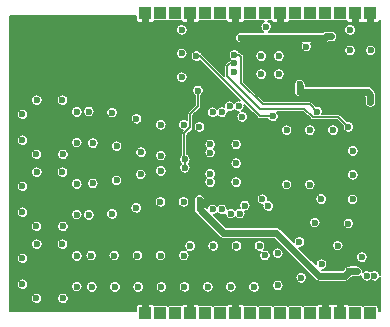
<source format=gbl>
G04 #@! TF.GenerationSoftware,KiCad,Pcbnew,(5.1.5)-3*
G04 #@! TF.CreationDate,2020-01-06T20:33:49-07:00*
G04 #@! TF.ProjectId,rf,72662e6b-6963-4616-945f-706362585858,A*
G04 #@! TF.SameCoordinates,PX811c3f0PY66a06fc*
G04 #@! TF.FileFunction,Copper,L4,Bot*
G04 #@! TF.FilePolarity,Positive*
%FSLAX46Y46*%
G04 Gerber Fmt 4.6, Leading zero omitted, Abs format (unit mm)*
G04 Created by KiCad (PCBNEW (5.1.5)-3) date 2020-01-06 20:33:49*
%MOMM*%
%LPD*%
G04 APERTURE LIST*
%ADD10R,1.000000X1.000000*%
%ADD11C,0.600000*%
%ADD12C,0.600000*%
%ADD13C,0.127000*%
%ADD14C,0.125000*%
G04 APERTURE END LIST*
D10*
X30734000Y0D03*
X29464000Y0D03*
X28194000Y0D03*
X26924000Y0D03*
X25654000Y0D03*
X24384000Y0D03*
X23114000Y0D03*
X21844000Y0D03*
X20574000Y0D03*
X19304000Y0D03*
X18034000Y0D03*
X16764000Y0D03*
X15494000Y0D03*
X14224000Y0D03*
X12954000Y0D03*
X11684000Y0D03*
X11684000Y25400000D03*
X12954000Y25400000D03*
X14224000Y25400000D03*
X15494000Y25400000D03*
X16764000Y25400000D03*
X18034000Y25400000D03*
X19304000Y25400000D03*
X20574000Y25400000D03*
X21844000Y25400000D03*
X23114000Y25400000D03*
X24384000Y25400000D03*
X25654000Y25400000D03*
X26924000Y25400000D03*
X28194000Y25400000D03*
X29464000Y25400000D03*
X30734000Y25400000D03*
D11*
X17157100Y11800000D03*
X17157100Y13600000D03*
X19357100Y12700000D03*
X17157100Y11100000D03*
X17157100Y14300000D03*
X19357100Y11100000D03*
X19357100Y14300000D03*
X5866160Y17048000D03*
X4646160Y18048000D03*
X2476160Y18048000D03*
X1266160Y16848000D03*
X1266160Y14648000D03*
X2446160Y13458000D03*
X4696160Y13458000D03*
X5866160Y14448000D03*
X5866160Y10952000D03*
X4646160Y11952000D03*
X2476160Y11952000D03*
X1266160Y10752000D03*
X1266160Y8552000D03*
X2446160Y7362000D03*
X4696160Y7362000D03*
X5866160Y8352000D03*
X5866160Y4856000D03*
X4646160Y5856000D03*
X2476160Y5856000D03*
X1266160Y4656000D03*
X1266160Y2456000D03*
X2446160Y1266000D03*
X4696160Y1266000D03*
X5866160Y2256000D03*
X22975000Y21780000D03*
X21475000Y20247900D03*
X22975000Y20247900D03*
X21475000Y21780000D03*
X10915051Y16470596D03*
X12980418Y15962000D03*
X8849379Y16985575D03*
X9241303Y14149782D03*
X11304475Y13634122D03*
X12980418Y13345800D03*
X10897796Y8924490D03*
X8849379Y8414414D03*
X12945983Y9435491D03*
X11279441Y11758563D03*
X9232908Y11247974D03*
X12980418Y12050400D03*
X14928981Y4886680D03*
X22888012Y2359700D03*
X24859658Y3012048D03*
X26589870Y4159510D03*
X27958130Y5722351D03*
X28854645Y7596521D03*
X29221356Y9640365D03*
X29236852Y11723698D03*
X14986200Y2232700D03*
X16951427Y2238004D03*
X18913427Y2238004D03*
X20875427Y2238004D03*
X12964200Y4884700D03*
X11002200Y4884700D03*
X9040200Y4884700D03*
X7078200Y4884700D03*
X15459981Y5700639D03*
X21795981Y4895459D03*
X13024646Y2227245D03*
X11062646Y2227245D03*
X9100646Y2227245D03*
X7138646Y2227245D03*
X7228412Y10993604D03*
X6887379Y8323300D03*
X7228411Y14406385D03*
X14942418Y15962000D03*
X14907983Y9435491D03*
X23636452Y15512000D03*
X25598452Y15512000D03*
X29236852Y13746548D03*
X27560452Y15512000D03*
X19383981Y5700639D03*
X6887379Y17076700D03*
X23636452Y10888000D03*
X25598452Y10888000D03*
X26562299Y9671858D03*
X22882869Y5087474D03*
X24720224Y6051434D03*
X26016919Y7671069D03*
X17421981Y5700639D03*
X21345981Y5700639D03*
X30000000Y4750000D03*
X14750000Y24000000D03*
X14750000Y20000000D03*
X14750000Y22000000D03*
X29000000Y24000000D03*
X29000000Y22250000D03*
X30750000Y22250000D03*
X11366500Y24447500D03*
X12001500Y24447500D03*
X26775800Y19727900D03*
X30585800Y20642300D03*
X28384500Y954760D03*
X28003500Y17526000D03*
X28384500Y1574520D03*
X19141400Y20388300D03*
X27385400Y23436300D03*
X19765400Y23334700D03*
X24743800Y18762700D03*
X30416500Y3175000D03*
X31051500Y3175000D03*
X30734000Y17907000D03*
X30734000Y18516600D03*
X24743800Y19385000D03*
X15013700Y13034200D03*
X15013700Y12323000D03*
X16129000Y18859500D03*
X16257100Y9600000D03*
X16254100Y15775000D03*
X29591000Y3556000D03*
X28956000Y3556000D03*
X19202400Y21159897D03*
X28854400Y15773400D03*
X19202400Y21886900D03*
X26212800Y17076700D03*
X21894800Y24257000D03*
X22077680Y9080500D03*
X21577300Y9669780D03*
X25302600Y22572700D03*
X17368200Y8800000D03*
X18146000Y8800000D03*
X18893200Y8440000D03*
X19671000Y8440000D03*
X20101560Y9118320D03*
X19862800Y16637000D03*
X19576060Y17526000D03*
X18798260Y17526000D03*
X18146000Y17018000D03*
X17368200Y17018000D03*
X16002000Y21780500D03*
X22479000Y16679900D03*
D12*
X27427200Y23436300D02*
X27385400Y23436300D01*
X30487900Y18762700D02*
X30734000Y18516600D01*
X24743800Y18762700D02*
X30487900Y18762700D01*
X27385400Y23436300D02*
X26961136Y23436300D01*
X26859536Y23334700D02*
X19765400Y23334700D01*
X26961136Y23436300D02*
X26859536Y23334700D01*
X30734000Y18516600D02*
X30734000Y17907000D01*
X24743800Y19282800D02*
X24743800Y18762700D01*
D13*
X15013700Y13034200D02*
X15013700Y12323000D01*
X16129000Y17526000D02*
X15494000Y16891000D01*
X15494000Y16891000D02*
X15494000Y15748000D01*
X14986000Y13061900D02*
X15013700Y13034200D01*
X15494000Y15748000D02*
X14986000Y15240000D01*
X16129000Y18859500D02*
X16129000Y17526000D01*
X14986000Y15240000D02*
X14986000Y13061900D01*
D12*
X29591000Y3556000D02*
X28956000Y3556000D01*
X28579000Y3179000D02*
X28956000Y3556000D01*
X16257100Y8805800D02*
X18264400Y6798500D01*
X16257100Y9600000D02*
X16257100Y8805800D01*
X18264400Y6798500D02*
X22760700Y6798500D01*
X22760700Y6798500D02*
X26380200Y3179000D01*
X26380200Y3179000D02*
X28579000Y3179000D01*
D13*
X19200703Y21158200D02*
X19202400Y21159897D01*
X18846800Y21158200D02*
X19200703Y21158200D01*
X18597000Y20908400D02*
X18846800Y21158200D01*
X20960500Y17720000D02*
X18597000Y20083500D01*
X18597000Y20083500D02*
X18597000Y20908400D01*
D14*
X20960500Y17720000D02*
X20964200Y17720000D01*
D13*
X21369300Y17314900D02*
X20964200Y17720000D01*
X25146000Y17314900D02*
X21369300Y17314900D01*
X25874700Y16586200D02*
X25146000Y17314900D01*
X28024072Y16586200D02*
X25874700Y16586200D01*
X28854400Y15773400D02*
X28836872Y15773400D01*
X28836872Y15773400D02*
X28024072Y16586200D01*
X19591300Y21886900D02*
X19202400Y21886900D01*
X19812000Y21666200D02*
X19591300Y21886900D01*
X19812000Y19494500D02*
X19812000Y21666200D01*
X21610600Y17695900D02*
X19812000Y19494500D01*
X26212800Y17076700D02*
X25593600Y17695900D01*
X25593600Y17695900D02*
X21610600Y17695900D01*
X22479000Y16679900D02*
X21394202Y16679900D01*
X21394202Y16679900D02*
X16293602Y21780500D01*
X16293602Y21780500D02*
X16002000Y21780500D01*
G36*
X10866500Y25130125D02*
G01*
X10864964Y24900000D01*
X10871094Y24837759D01*
X10889249Y24777910D01*
X10918731Y24722753D01*
X10958407Y24674407D01*
X11006753Y24634731D01*
X11061910Y24605249D01*
X11121759Y24587094D01*
X11184000Y24580964D01*
X11414125Y24582500D01*
X11493500Y24661875D01*
X11493500Y25184500D01*
X11874500Y25184500D01*
X11874500Y24661875D01*
X11953875Y24582500D01*
X12184000Y24580964D01*
X12246241Y24587094D01*
X12306090Y24605249D01*
X12361247Y24634731D01*
X12409593Y24674407D01*
X12438861Y24710070D01*
X12454000Y24708579D01*
X13454000Y24708579D01*
X13491344Y24712257D01*
X13527254Y24723150D01*
X13560348Y24740839D01*
X13589000Y24764354D01*
X13617652Y24740839D01*
X13650746Y24723150D01*
X13686656Y24712257D01*
X13724000Y24708579D01*
X14724000Y24708579D01*
X14739139Y24710070D01*
X14768407Y24674407D01*
X14816753Y24634731D01*
X14871910Y24605249D01*
X14931759Y24587094D01*
X14994000Y24580964D01*
X15224125Y24582500D01*
X15303500Y24661875D01*
X15303500Y25184500D01*
X15684500Y25184500D01*
X15684500Y24661875D01*
X15763875Y24582500D01*
X15994000Y24580964D01*
X16056241Y24587094D01*
X16116090Y24605249D01*
X16171247Y24634731D01*
X16219593Y24674407D01*
X16248861Y24710070D01*
X16264000Y24708579D01*
X17264000Y24708579D01*
X17301344Y24712257D01*
X17337254Y24723150D01*
X17370348Y24740839D01*
X17399000Y24764354D01*
X17427652Y24740839D01*
X17460746Y24723150D01*
X17496656Y24712257D01*
X17534000Y24708579D01*
X18534000Y24708579D01*
X18549139Y24710070D01*
X18578407Y24674407D01*
X18626753Y24634731D01*
X18681910Y24605249D01*
X18741759Y24587094D01*
X18804000Y24580964D01*
X19034125Y24582500D01*
X19113500Y24661875D01*
X19113500Y25184500D01*
X19494500Y25184500D01*
X19494500Y24661875D01*
X19573875Y24582500D01*
X19804000Y24580964D01*
X19866241Y24587094D01*
X19926090Y24605249D01*
X19981247Y24634731D01*
X20029593Y24674407D01*
X20058861Y24710070D01*
X20074000Y24708579D01*
X21074000Y24708579D01*
X21111344Y24712257D01*
X21147254Y24723150D01*
X21180348Y24740839D01*
X21209000Y24764354D01*
X21237652Y24740839D01*
X21270746Y24723150D01*
X21306656Y24712257D01*
X21344000Y24708579D01*
X21703271Y24708579D01*
X21662461Y24691675D01*
X21582125Y24637996D01*
X21513804Y24569675D01*
X21460125Y24489339D01*
X21423150Y24400073D01*
X21404300Y24305310D01*
X21404300Y24208690D01*
X21423150Y24113927D01*
X21460125Y24024661D01*
X21513804Y23944325D01*
X21582125Y23876004D01*
X21658158Y23825200D01*
X19717090Y23825200D01*
X19693343Y23820476D01*
X19669245Y23818103D01*
X19646072Y23811073D01*
X19622327Y23806350D01*
X19599957Y23797084D01*
X19576786Y23790055D01*
X19555433Y23778642D01*
X19533061Y23769375D01*
X19512930Y23755924D01*
X19491574Y23744509D01*
X19472854Y23729146D01*
X19452725Y23715696D01*
X19435607Y23698578D01*
X19416886Y23683214D01*
X19401522Y23664493D01*
X19384404Y23647375D01*
X19370954Y23627246D01*
X19355591Y23608526D01*
X19344176Y23587170D01*
X19330725Y23567039D01*
X19321458Y23544667D01*
X19310045Y23523314D01*
X19303016Y23500143D01*
X19293750Y23477773D01*
X19289027Y23454028D01*
X19281997Y23430855D01*
X19279624Y23406757D01*
X19274900Y23383010D01*
X19274900Y23358795D01*
X19272527Y23334700D01*
X19274900Y23310605D01*
X19274900Y23286390D01*
X19279624Y23262643D01*
X19281997Y23238545D01*
X19289027Y23215372D01*
X19293750Y23191627D01*
X19303016Y23169257D01*
X19310045Y23146086D01*
X19321458Y23124733D01*
X19330725Y23102361D01*
X19344176Y23082230D01*
X19355591Y23060874D01*
X19370954Y23042154D01*
X19384404Y23022025D01*
X19401522Y23004907D01*
X19416886Y22986186D01*
X19435607Y22970822D01*
X19452725Y22953704D01*
X19472854Y22940254D01*
X19491574Y22924891D01*
X19512930Y22913476D01*
X19533061Y22900025D01*
X19555433Y22890758D01*
X19576786Y22879345D01*
X19599957Y22872316D01*
X19622327Y22863050D01*
X19646072Y22858327D01*
X19669245Y22851297D01*
X19693343Y22848924D01*
X19717090Y22844200D01*
X24894092Y22844200D01*
X24867925Y22805039D01*
X24830950Y22715773D01*
X24812100Y22621010D01*
X24812100Y22524390D01*
X24830950Y22429627D01*
X24867925Y22340361D01*
X24921604Y22260025D01*
X24989925Y22191704D01*
X25070261Y22138025D01*
X25159527Y22101050D01*
X25254290Y22082200D01*
X25350910Y22082200D01*
X25445673Y22101050D01*
X25534939Y22138025D01*
X25615275Y22191704D01*
X25683596Y22260025D01*
X25709177Y22298310D01*
X28509500Y22298310D01*
X28509500Y22201690D01*
X28528350Y22106927D01*
X28565325Y22017661D01*
X28619004Y21937325D01*
X28687325Y21869004D01*
X28767661Y21815325D01*
X28856927Y21778350D01*
X28951690Y21759500D01*
X29048310Y21759500D01*
X29143073Y21778350D01*
X29232339Y21815325D01*
X29312675Y21869004D01*
X29380996Y21937325D01*
X29434675Y22017661D01*
X29471650Y22106927D01*
X29490500Y22201690D01*
X29490500Y22298310D01*
X30259500Y22298310D01*
X30259500Y22201690D01*
X30278350Y22106927D01*
X30315325Y22017661D01*
X30369004Y21937325D01*
X30437325Y21869004D01*
X30517661Y21815325D01*
X30606927Y21778350D01*
X30701690Y21759500D01*
X30798310Y21759500D01*
X30893073Y21778350D01*
X30982339Y21815325D01*
X31062675Y21869004D01*
X31130996Y21937325D01*
X31184675Y22017661D01*
X31221650Y22106927D01*
X31240500Y22201690D01*
X31240500Y22298310D01*
X31221650Y22393073D01*
X31184675Y22482339D01*
X31130996Y22562675D01*
X31062675Y22630996D01*
X30982339Y22684675D01*
X30893073Y22721650D01*
X30798310Y22740500D01*
X30701690Y22740500D01*
X30606927Y22721650D01*
X30517661Y22684675D01*
X30437325Y22630996D01*
X30369004Y22562675D01*
X30315325Y22482339D01*
X30278350Y22393073D01*
X30259500Y22298310D01*
X29490500Y22298310D01*
X29471650Y22393073D01*
X29434675Y22482339D01*
X29380996Y22562675D01*
X29312675Y22630996D01*
X29232339Y22684675D01*
X29143073Y22721650D01*
X29048310Y22740500D01*
X28951690Y22740500D01*
X28856927Y22721650D01*
X28767661Y22684675D01*
X28687325Y22630996D01*
X28619004Y22562675D01*
X28565325Y22482339D01*
X28528350Y22393073D01*
X28509500Y22298310D01*
X25709177Y22298310D01*
X25737275Y22340361D01*
X25774250Y22429627D01*
X25793100Y22524390D01*
X25793100Y22621010D01*
X25774250Y22715773D01*
X25737275Y22805039D01*
X25711108Y22844200D01*
X26835444Y22844200D01*
X26859536Y22841827D01*
X26883628Y22844200D01*
X26883631Y22844200D01*
X26955691Y22851297D01*
X27048150Y22879345D01*
X27133362Y22924891D01*
X27158840Y22945800D01*
X27451295Y22945800D01*
X27523355Y22952897D01*
X27615814Y22980945D01*
X27701026Y23026491D01*
X27775714Y23087786D01*
X27837009Y23162474D01*
X27882555Y23247686D01*
X27910603Y23340145D01*
X27920073Y23436300D01*
X27910603Y23532455D01*
X27882555Y23624914D01*
X27837009Y23710126D01*
X27775714Y23784814D01*
X27701026Y23846109D01*
X27615814Y23891655D01*
X27523355Y23919703D01*
X27451295Y23926800D01*
X26985227Y23926800D01*
X26961135Y23929173D01*
X26937043Y23926800D01*
X26937041Y23926800D01*
X26864981Y23919703D01*
X26772522Y23891655D01*
X26687310Y23846109D01*
X26661832Y23825200D01*
X22131442Y23825200D01*
X22207475Y23876004D01*
X22275796Y23944325D01*
X22329475Y24024661D01*
X22339270Y24048310D01*
X28509500Y24048310D01*
X28509500Y23951690D01*
X28528350Y23856927D01*
X28565325Y23767661D01*
X28619004Y23687325D01*
X28687325Y23619004D01*
X28767661Y23565325D01*
X28856927Y23528350D01*
X28951690Y23509500D01*
X29048310Y23509500D01*
X29143073Y23528350D01*
X29232339Y23565325D01*
X29312675Y23619004D01*
X29380996Y23687325D01*
X29434675Y23767661D01*
X29471650Y23856927D01*
X29490500Y23951690D01*
X29490500Y24048310D01*
X29471650Y24143073D01*
X29434675Y24232339D01*
X29380996Y24312675D01*
X29312675Y24380996D01*
X29232339Y24434675D01*
X29143073Y24471650D01*
X29048310Y24490500D01*
X28951690Y24490500D01*
X28856927Y24471650D01*
X28767661Y24434675D01*
X28687325Y24380996D01*
X28619004Y24312675D01*
X28565325Y24232339D01*
X28528350Y24143073D01*
X28509500Y24048310D01*
X22339270Y24048310D01*
X22366450Y24113927D01*
X22385300Y24208690D01*
X22385300Y24305310D01*
X22366450Y24400073D01*
X22329475Y24489339D01*
X22275796Y24569675D01*
X22207475Y24637996D01*
X22127139Y24691675D01*
X22086329Y24708579D01*
X22344000Y24708579D01*
X22359139Y24710070D01*
X22388407Y24674407D01*
X22436753Y24634731D01*
X22491910Y24605249D01*
X22551759Y24587094D01*
X22614000Y24580964D01*
X22844125Y24582500D01*
X22923500Y24661875D01*
X22923500Y25184500D01*
X23304500Y25184500D01*
X23304500Y24661875D01*
X23383875Y24582500D01*
X23614000Y24580964D01*
X23676241Y24587094D01*
X23736090Y24605249D01*
X23791247Y24634731D01*
X23839593Y24674407D01*
X23868861Y24710070D01*
X23884000Y24708579D01*
X24884000Y24708579D01*
X24921344Y24712257D01*
X24957254Y24723150D01*
X24990348Y24740839D01*
X25019000Y24764354D01*
X25047652Y24740839D01*
X25080746Y24723150D01*
X25116656Y24712257D01*
X25154000Y24708579D01*
X26154000Y24708579D01*
X26191344Y24712257D01*
X26227254Y24723150D01*
X26260348Y24740839D01*
X26289000Y24764354D01*
X26317652Y24740839D01*
X26350746Y24723150D01*
X26386656Y24712257D01*
X26424000Y24708579D01*
X27424000Y24708579D01*
X27461344Y24712257D01*
X27497254Y24723150D01*
X27530348Y24740839D01*
X27559000Y24764354D01*
X27587652Y24740839D01*
X27620746Y24723150D01*
X27656656Y24712257D01*
X27694000Y24708579D01*
X28694000Y24708579D01*
X28709139Y24710070D01*
X28738407Y24674407D01*
X28786753Y24634731D01*
X28841910Y24605249D01*
X28901759Y24587094D01*
X28964000Y24580964D01*
X29194125Y24582500D01*
X29273500Y24661875D01*
X29273500Y25184500D01*
X29654500Y25184500D01*
X29654500Y24661875D01*
X29733875Y24582500D01*
X29964000Y24580964D01*
X30026241Y24587094D01*
X30086090Y24605249D01*
X30099000Y24612150D01*
X30111910Y24605249D01*
X30171759Y24587094D01*
X30234000Y24580964D01*
X30464125Y24582500D01*
X30543500Y24661875D01*
X30543500Y25184500D01*
X30924500Y25184500D01*
X30924500Y24661875D01*
X31003875Y24582500D01*
X31234000Y24580964D01*
X31296241Y24587094D01*
X31356090Y24605249D01*
X31411247Y24634731D01*
X31459593Y24674407D01*
X31499269Y24722753D01*
X31528751Y24777910D01*
X31534501Y24796865D01*
X31534500Y3261013D01*
X31523150Y3318073D01*
X31486175Y3407339D01*
X31432496Y3487675D01*
X31364175Y3555996D01*
X31283839Y3609675D01*
X31194573Y3646650D01*
X31099810Y3665500D01*
X31003190Y3665500D01*
X30908427Y3646650D01*
X30819161Y3609675D01*
X30738825Y3555996D01*
X30734000Y3551171D01*
X30729175Y3555996D01*
X30648839Y3609675D01*
X30559573Y3646650D01*
X30464810Y3665500D01*
X30368190Y3665500D01*
X30273427Y3646650D01*
X30184161Y3609675D01*
X30103825Y3555996D01*
X30081693Y3533864D01*
X30083873Y3556000D01*
X30081500Y3580095D01*
X30081500Y3604310D01*
X30076776Y3628057D01*
X30074403Y3652155D01*
X30067373Y3675328D01*
X30062650Y3699073D01*
X30053384Y3721443D01*
X30046355Y3744614D01*
X30034942Y3765967D01*
X30025675Y3788339D01*
X30012224Y3808470D01*
X30000809Y3829826D01*
X29985446Y3848546D01*
X29971996Y3868675D01*
X29954878Y3885793D01*
X29939514Y3904514D01*
X29920793Y3919878D01*
X29903675Y3936996D01*
X29883546Y3950446D01*
X29864826Y3965809D01*
X29843470Y3977224D01*
X29823339Y3990675D01*
X29800967Y3999942D01*
X29779614Y4011355D01*
X29756443Y4018384D01*
X29734073Y4027650D01*
X29710328Y4032373D01*
X29687155Y4039403D01*
X29663057Y4041776D01*
X29639310Y4046500D01*
X28980094Y4046500D01*
X28956000Y4048873D01*
X28931905Y4046500D01*
X28907690Y4046500D01*
X28883943Y4041776D01*
X28859845Y4039403D01*
X28836671Y4032373D01*
X28812927Y4027650D01*
X28790559Y4018385D01*
X28767385Y4011355D01*
X28746029Y3999940D01*
X28723661Y3990675D01*
X28703531Y3977224D01*
X28682174Y3965809D01*
X28663454Y3950446D01*
X28643325Y3936996D01*
X28626207Y3919878D01*
X28607486Y3904514D01*
X28592122Y3885793D01*
X28375829Y3669500D01*
X26640643Y3669500D01*
X26732943Y3687860D01*
X26822209Y3724835D01*
X26902545Y3778514D01*
X26970866Y3846835D01*
X27024545Y3927171D01*
X27061520Y4016437D01*
X27080370Y4111200D01*
X27080370Y4207820D01*
X27061520Y4302583D01*
X27024545Y4391849D01*
X26970866Y4472185D01*
X26902545Y4540506D01*
X26822209Y4594185D01*
X26732943Y4631160D01*
X26638180Y4650010D01*
X26541560Y4650010D01*
X26446797Y4631160D01*
X26357531Y4594185D01*
X26277195Y4540506D01*
X26208874Y4472185D01*
X26155195Y4391849D01*
X26118220Y4302583D01*
X26099370Y4207820D01*
X26099370Y4153502D01*
X25454562Y4798310D01*
X29509500Y4798310D01*
X29509500Y4701690D01*
X29528350Y4606927D01*
X29565325Y4517661D01*
X29619004Y4437325D01*
X29687325Y4369004D01*
X29767661Y4315325D01*
X29856927Y4278350D01*
X29951690Y4259500D01*
X30048310Y4259500D01*
X30143073Y4278350D01*
X30232339Y4315325D01*
X30312675Y4369004D01*
X30380996Y4437325D01*
X30434675Y4517661D01*
X30471650Y4606927D01*
X30490500Y4701690D01*
X30490500Y4798310D01*
X30471650Y4893073D01*
X30434675Y4982339D01*
X30380996Y5062675D01*
X30312675Y5130996D01*
X30232339Y5184675D01*
X30143073Y5221650D01*
X30048310Y5240500D01*
X29951690Y5240500D01*
X29856927Y5221650D01*
X29767661Y5184675D01*
X29687325Y5130996D01*
X29619004Y5062675D01*
X29565325Y4982339D01*
X29528350Y4893073D01*
X29509500Y4798310D01*
X25454562Y4798310D01*
X24691937Y5560934D01*
X24768534Y5560934D01*
X24863297Y5579784D01*
X24952563Y5616759D01*
X25032899Y5670438D01*
X25101220Y5738759D01*
X25122536Y5770661D01*
X27467630Y5770661D01*
X27467630Y5674041D01*
X27486480Y5579278D01*
X27523455Y5490012D01*
X27577134Y5409676D01*
X27645455Y5341355D01*
X27725791Y5287676D01*
X27815057Y5250701D01*
X27909820Y5231851D01*
X28006440Y5231851D01*
X28101203Y5250701D01*
X28190469Y5287676D01*
X28270805Y5341355D01*
X28339126Y5409676D01*
X28392805Y5490012D01*
X28429780Y5579278D01*
X28448630Y5674041D01*
X28448630Y5770661D01*
X28429780Y5865424D01*
X28392805Y5954690D01*
X28339126Y6035026D01*
X28270805Y6103347D01*
X28190469Y6157026D01*
X28101203Y6194001D01*
X28006440Y6212851D01*
X27909820Y6212851D01*
X27815057Y6194001D01*
X27725791Y6157026D01*
X27645455Y6103347D01*
X27577134Y6035026D01*
X27523455Y5954690D01*
X27486480Y5865424D01*
X27467630Y5770661D01*
X25122536Y5770661D01*
X25154899Y5819095D01*
X25191874Y5908361D01*
X25210724Y6003124D01*
X25210724Y6099744D01*
X25191874Y6194507D01*
X25154899Y6283773D01*
X25101220Y6364109D01*
X25032899Y6432430D01*
X24952563Y6486109D01*
X24863297Y6523084D01*
X24768534Y6541934D01*
X24671914Y6541934D01*
X24577151Y6523084D01*
X24487885Y6486109D01*
X24407549Y6432430D01*
X24339228Y6364109D01*
X24285549Y6283773D01*
X24248574Y6194507D01*
X24229724Y6099744D01*
X24229724Y6023147D01*
X23124578Y7128293D01*
X23109214Y7147014D01*
X23034526Y7208309D01*
X22949314Y7253855D01*
X22856855Y7281903D01*
X22784795Y7289000D01*
X22784792Y7289000D01*
X22760700Y7291373D01*
X22736608Y7289000D01*
X18467572Y7289000D01*
X18037193Y7719379D01*
X25526419Y7719379D01*
X25526419Y7622759D01*
X25545269Y7527996D01*
X25582244Y7438730D01*
X25635923Y7358394D01*
X25704244Y7290073D01*
X25784580Y7236394D01*
X25873846Y7199419D01*
X25968609Y7180569D01*
X26065229Y7180569D01*
X26159992Y7199419D01*
X26249258Y7236394D01*
X26329594Y7290073D01*
X26397915Y7358394D01*
X26451594Y7438730D01*
X26488569Y7527996D01*
X26507419Y7622759D01*
X26507419Y7644831D01*
X28364145Y7644831D01*
X28364145Y7548211D01*
X28382995Y7453448D01*
X28419970Y7364182D01*
X28473649Y7283846D01*
X28541970Y7215525D01*
X28622306Y7161846D01*
X28711572Y7124871D01*
X28806335Y7106021D01*
X28902955Y7106021D01*
X28997718Y7124871D01*
X29086984Y7161846D01*
X29167320Y7215525D01*
X29235641Y7283846D01*
X29289320Y7364182D01*
X29326295Y7453448D01*
X29345145Y7548211D01*
X29345145Y7644831D01*
X29326295Y7739594D01*
X29289320Y7828860D01*
X29235641Y7909196D01*
X29167320Y7977517D01*
X29086984Y8031196D01*
X28997718Y8068171D01*
X28902955Y8087021D01*
X28806335Y8087021D01*
X28711572Y8068171D01*
X28622306Y8031196D01*
X28541970Y7977517D01*
X28473649Y7909196D01*
X28419970Y7828860D01*
X28382995Y7739594D01*
X28364145Y7644831D01*
X26507419Y7644831D01*
X26507419Y7719379D01*
X26488569Y7814142D01*
X26451594Y7903408D01*
X26397915Y7983744D01*
X26329594Y8052065D01*
X26249258Y8105744D01*
X26159992Y8142719D01*
X26065229Y8161569D01*
X25968609Y8161569D01*
X25873846Y8142719D01*
X25784580Y8105744D01*
X25704244Y8052065D01*
X25635923Y7983744D01*
X25582244Y7903408D01*
X25545269Y7814142D01*
X25526419Y7719379D01*
X18037193Y7719379D01*
X17442001Y8314571D01*
X17511273Y8328350D01*
X17600539Y8365325D01*
X17680875Y8419004D01*
X17749196Y8487325D01*
X17757100Y8499154D01*
X17765004Y8487325D01*
X17833325Y8419004D01*
X17913661Y8365325D01*
X18002927Y8328350D01*
X18097690Y8309500D01*
X18194310Y8309500D01*
X18289073Y8328350D01*
X18378339Y8365325D01*
X18404471Y8382786D01*
X18421550Y8296927D01*
X18458525Y8207661D01*
X18512204Y8127325D01*
X18580525Y8059004D01*
X18660861Y8005325D01*
X18750127Y7968350D01*
X18844890Y7949500D01*
X18941510Y7949500D01*
X19036273Y7968350D01*
X19125539Y8005325D01*
X19205875Y8059004D01*
X19274196Y8127325D01*
X19282100Y8139154D01*
X19290004Y8127325D01*
X19358325Y8059004D01*
X19438661Y8005325D01*
X19527927Y7968350D01*
X19622690Y7949500D01*
X19719310Y7949500D01*
X19814073Y7968350D01*
X19903339Y8005325D01*
X19983675Y8059004D01*
X20051996Y8127325D01*
X20105675Y8207661D01*
X20142650Y8296927D01*
X20161500Y8391690D01*
X20161500Y8488310D01*
X20142650Y8583073D01*
X20124115Y8627820D01*
X20149870Y8627820D01*
X20244633Y8646670D01*
X20333899Y8683645D01*
X20414235Y8737324D01*
X20482556Y8805645D01*
X20536235Y8885981D01*
X20573210Y8975247D01*
X20592060Y9070010D01*
X20592060Y9166630D01*
X20573210Y9261393D01*
X20536235Y9350659D01*
X20482556Y9430995D01*
X20414235Y9499316D01*
X20333899Y9552995D01*
X20244633Y9589970D01*
X20149870Y9608820D01*
X20053250Y9608820D01*
X19958487Y9589970D01*
X19869221Y9552995D01*
X19788885Y9499316D01*
X19720564Y9430995D01*
X19666885Y9350659D01*
X19629910Y9261393D01*
X19611060Y9166630D01*
X19611060Y9070010D01*
X19629910Y8975247D01*
X19648445Y8930500D01*
X19622690Y8930500D01*
X19527927Y8911650D01*
X19438661Y8874675D01*
X19358325Y8820996D01*
X19290004Y8752675D01*
X19282100Y8740846D01*
X19274196Y8752675D01*
X19205875Y8820996D01*
X19125539Y8874675D01*
X19036273Y8911650D01*
X18941510Y8930500D01*
X18844890Y8930500D01*
X18750127Y8911650D01*
X18660861Y8874675D01*
X18634729Y8857214D01*
X18617650Y8943073D01*
X18580675Y9032339D01*
X18526996Y9112675D01*
X18458675Y9180996D01*
X18378339Y9234675D01*
X18289073Y9271650D01*
X18194310Y9290500D01*
X18097690Y9290500D01*
X18002927Y9271650D01*
X17913661Y9234675D01*
X17833325Y9180996D01*
X17765004Y9112675D01*
X17757100Y9100846D01*
X17749196Y9112675D01*
X17680875Y9180996D01*
X17600539Y9234675D01*
X17511273Y9271650D01*
X17416510Y9290500D01*
X17319890Y9290500D01*
X17225127Y9271650D01*
X17135861Y9234675D01*
X17055525Y9180996D01*
X16987204Y9112675D01*
X16933525Y9032339D01*
X16896550Y8943073D01*
X16882771Y8873801D01*
X16747600Y9008971D01*
X16747600Y9648310D01*
X16742876Y9672057D01*
X16740503Y9696155D01*
X16733849Y9718090D01*
X21086800Y9718090D01*
X21086800Y9621470D01*
X21105650Y9526707D01*
X21142625Y9437441D01*
X21196304Y9357105D01*
X21264625Y9288784D01*
X21344961Y9235105D01*
X21434227Y9198130D01*
X21528990Y9179280D01*
X21597219Y9179280D01*
X21587180Y9128810D01*
X21587180Y9032190D01*
X21606030Y8937427D01*
X21643005Y8848161D01*
X21696684Y8767825D01*
X21765005Y8699504D01*
X21845341Y8645825D01*
X21934607Y8608850D01*
X22029370Y8590000D01*
X22125990Y8590000D01*
X22220753Y8608850D01*
X22310019Y8645825D01*
X22390355Y8699504D01*
X22458676Y8767825D01*
X22512355Y8848161D01*
X22549330Y8937427D01*
X22568180Y9032190D01*
X22568180Y9128810D01*
X22549330Y9223573D01*
X22512355Y9312839D01*
X22458676Y9393175D01*
X22390355Y9461496D01*
X22310019Y9515175D01*
X22220753Y9552150D01*
X22125990Y9571000D01*
X22057761Y9571000D01*
X22067800Y9621470D01*
X22067800Y9718090D01*
X22067387Y9720168D01*
X26071799Y9720168D01*
X26071799Y9623548D01*
X26090649Y9528785D01*
X26127624Y9439519D01*
X26181303Y9359183D01*
X26249624Y9290862D01*
X26329960Y9237183D01*
X26419226Y9200208D01*
X26513989Y9181358D01*
X26610609Y9181358D01*
X26705372Y9200208D01*
X26794638Y9237183D01*
X26874974Y9290862D01*
X26943295Y9359183D01*
X26996974Y9439519D01*
X27033949Y9528785D01*
X27052799Y9623548D01*
X27052799Y9688675D01*
X28730856Y9688675D01*
X28730856Y9592055D01*
X28749706Y9497292D01*
X28786681Y9408026D01*
X28840360Y9327690D01*
X28908681Y9259369D01*
X28989017Y9205690D01*
X29078283Y9168715D01*
X29173046Y9149865D01*
X29269666Y9149865D01*
X29364429Y9168715D01*
X29453695Y9205690D01*
X29534031Y9259369D01*
X29602352Y9327690D01*
X29656031Y9408026D01*
X29693006Y9497292D01*
X29711856Y9592055D01*
X29711856Y9688675D01*
X29693006Y9783438D01*
X29656031Y9872704D01*
X29602352Y9953040D01*
X29534031Y10021361D01*
X29453695Y10075040D01*
X29364429Y10112015D01*
X29269666Y10130865D01*
X29173046Y10130865D01*
X29078283Y10112015D01*
X28989017Y10075040D01*
X28908681Y10021361D01*
X28840360Y9953040D01*
X28786681Y9872704D01*
X28749706Y9783438D01*
X28730856Y9688675D01*
X27052799Y9688675D01*
X27052799Y9720168D01*
X27033949Y9814931D01*
X26996974Y9904197D01*
X26943295Y9984533D01*
X26874974Y10052854D01*
X26794638Y10106533D01*
X26705372Y10143508D01*
X26610609Y10162358D01*
X26513989Y10162358D01*
X26419226Y10143508D01*
X26329960Y10106533D01*
X26249624Y10052854D01*
X26181303Y9984533D01*
X26127624Y9904197D01*
X26090649Y9814931D01*
X26071799Y9720168D01*
X22067387Y9720168D01*
X22048950Y9812853D01*
X22011975Y9902119D01*
X21958296Y9982455D01*
X21889975Y10050776D01*
X21809639Y10104455D01*
X21720373Y10141430D01*
X21625610Y10160280D01*
X21528990Y10160280D01*
X21434227Y10141430D01*
X21344961Y10104455D01*
X21264625Y10050776D01*
X21196304Y9982455D01*
X21142625Y9902119D01*
X21105650Y9812853D01*
X21086800Y9718090D01*
X16733849Y9718090D01*
X16733473Y9719328D01*
X16728750Y9743073D01*
X16719484Y9765443D01*
X16712455Y9788614D01*
X16701042Y9809967D01*
X16691775Y9832339D01*
X16678324Y9852470D01*
X16666909Y9873826D01*
X16651546Y9892546D01*
X16638096Y9912675D01*
X16620978Y9929793D01*
X16605614Y9948514D01*
X16586893Y9963878D01*
X16569775Y9980996D01*
X16549646Y9994446D01*
X16530926Y10009809D01*
X16509571Y10021223D01*
X16489439Y10034675D01*
X16467064Y10043943D01*
X16445713Y10055355D01*
X16422546Y10062383D01*
X16400173Y10071650D01*
X16376425Y10076374D01*
X16353254Y10083403D01*
X16329157Y10085776D01*
X16305410Y10090500D01*
X16281194Y10090500D01*
X16257100Y10092873D01*
X16233005Y10090500D01*
X16208790Y10090500D01*
X16185043Y10085776D01*
X16160945Y10083403D01*
X16137772Y10076373D01*
X16114027Y10071650D01*
X16091657Y10062384D01*
X16068486Y10055355D01*
X16047133Y10043942D01*
X16024761Y10034675D01*
X16004630Y10021224D01*
X15983274Y10009809D01*
X15964554Y9994446D01*
X15944425Y9980996D01*
X15927307Y9963878D01*
X15908586Y9948514D01*
X15893222Y9929793D01*
X15876104Y9912675D01*
X15862654Y9892546D01*
X15847291Y9873826D01*
X15835877Y9852471D01*
X15822425Y9832339D01*
X15813157Y9809964D01*
X15801745Y9788613D01*
X15794717Y9765446D01*
X15785450Y9743073D01*
X15780726Y9719325D01*
X15773697Y9696154D01*
X15771324Y9672058D01*
X15766600Y9648310D01*
X15766600Y9624094D01*
X15766601Y8829901D01*
X15764227Y8805800D01*
X15768938Y8757975D01*
X15773698Y8709645D01*
X15778119Y8695073D01*
X15801746Y8617186D01*
X15847291Y8531975D01*
X15893227Y8476002D01*
X15908587Y8457286D01*
X15927302Y8441927D01*
X17900526Y6468702D01*
X17915886Y6449986D01*
X17990574Y6388691D01*
X18075786Y6343145D01*
X18168245Y6315097D01*
X18264400Y6305627D01*
X18288494Y6308000D01*
X22557529Y6308000D01*
X26016327Y2849201D01*
X26031686Y2830486D01*
X26106374Y2769191D01*
X26191586Y2723645D01*
X26284045Y2695597D01*
X26356105Y2688500D01*
X26356108Y2688500D01*
X26380200Y2686127D01*
X26404292Y2688500D01*
X28554908Y2688500D01*
X28579000Y2686127D01*
X28603092Y2688500D01*
X28603095Y2688500D01*
X28675155Y2695597D01*
X28767614Y2723645D01*
X28852826Y2769191D01*
X28927514Y2830486D01*
X28942878Y2849207D01*
X29159171Y3065500D01*
X29639310Y3065500D01*
X29663057Y3070224D01*
X29687155Y3072597D01*
X29710328Y3079627D01*
X29734073Y3084350D01*
X29756443Y3093616D01*
X29779614Y3100645D01*
X29800967Y3112058D01*
X29823339Y3121325D01*
X29843470Y3134776D01*
X29864826Y3146191D01*
X29883546Y3161554D01*
X29903675Y3175004D01*
X29920793Y3192122D01*
X29926000Y3196395D01*
X29926000Y3126690D01*
X29944850Y3031927D01*
X29981825Y2942661D01*
X30035504Y2862325D01*
X30103825Y2794004D01*
X30184161Y2740325D01*
X30273427Y2703350D01*
X30368190Y2684500D01*
X30464810Y2684500D01*
X30559573Y2703350D01*
X30648839Y2740325D01*
X30729175Y2794004D01*
X30734000Y2798829D01*
X30738825Y2794004D01*
X30819161Y2740325D01*
X30908427Y2703350D01*
X31003190Y2684500D01*
X31099810Y2684500D01*
X31194573Y2703350D01*
X31283839Y2740325D01*
X31364175Y2794004D01*
X31432496Y2862325D01*
X31486175Y2942661D01*
X31523150Y3031927D01*
X31534500Y3088987D01*
X31534500Y215500D01*
X31425421Y215500D01*
X31425421Y500000D01*
X31421743Y537344D01*
X31410850Y573254D01*
X31393161Y606348D01*
X31369355Y635355D01*
X31340348Y659161D01*
X31307254Y676850D01*
X31271344Y687743D01*
X31234000Y691421D01*
X30234000Y691421D01*
X30196656Y687743D01*
X30160746Y676850D01*
X30127652Y659161D01*
X30099000Y635646D01*
X30070348Y659161D01*
X30037254Y676850D01*
X30001344Y687743D01*
X29964000Y691421D01*
X28964000Y691421D01*
X28948861Y689930D01*
X28919593Y725593D01*
X28871247Y765269D01*
X28816090Y794751D01*
X28756241Y812906D01*
X28694000Y819036D01*
X28463875Y817500D01*
X28384500Y738125D01*
X28384500Y215500D01*
X28003500Y215500D01*
X28003500Y738125D01*
X27924125Y817500D01*
X27694000Y819036D01*
X27631759Y812906D01*
X27571910Y794751D01*
X27559000Y787850D01*
X27546090Y794751D01*
X27486241Y812906D01*
X27424000Y819036D01*
X27193875Y817500D01*
X27114500Y738125D01*
X27114500Y215500D01*
X26733500Y215500D01*
X26733500Y738125D01*
X26654125Y817500D01*
X26424000Y819036D01*
X26361759Y812906D01*
X26301910Y794751D01*
X26246753Y765269D01*
X26198407Y725593D01*
X26169139Y689930D01*
X26154000Y691421D01*
X25154000Y691421D01*
X25116656Y687743D01*
X25080746Y676850D01*
X25047652Y659161D01*
X25019000Y635646D01*
X24990348Y659161D01*
X24957254Y676850D01*
X24921344Y687743D01*
X24884000Y691421D01*
X23884000Y691421D01*
X23846656Y687743D01*
X23810746Y676850D01*
X23777652Y659161D01*
X23749000Y635646D01*
X23720348Y659161D01*
X23687254Y676850D01*
X23651344Y687743D01*
X23614000Y691421D01*
X22614000Y691421D01*
X22576656Y687743D01*
X22540746Y676850D01*
X22507652Y659161D01*
X22479000Y635646D01*
X22450348Y659161D01*
X22417254Y676850D01*
X22381344Y687743D01*
X22344000Y691421D01*
X21344000Y691421D01*
X21306656Y687743D01*
X21270746Y676850D01*
X21237652Y659161D01*
X21209000Y635646D01*
X21180348Y659161D01*
X21147254Y676850D01*
X21111344Y687743D01*
X21074000Y691421D01*
X20074000Y691421D01*
X20058861Y689930D01*
X20029593Y725593D01*
X19981247Y765269D01*
X19926090Y794751D01*
X19866241Y812906D01*
X19804000Y819036D01*
X19573875Y817500D01*
X19494500Y738125D01*
X19494500Y215500D01*
X19113500Y215500D01*
X19113500Y738125D01*
X19034125Y817500D01*
X18804000Y819036D01*
X18741759Y812906D01*
X18681910Y794751D01*
X18626753Y765269D01*
X18578407Y725593D01*
X18549139Y689930D01*
X18534000Y691421D01*
X17534000Y691421D01*
X17496656Y687743D01*
X17460746Y676850D01*
X17427652Y659161D01*
X17399000Y635646D01*
X17370348Y659161D01*
X17337254Y676850D01*
X17301344Y687743D01*
X17264000Y691421D01*
X16264000Y691421D01*
X16248861Y689930D01*
X16219593Y725593D01*
X16171247Y765269D01*
X16116090Y794751D01*
X16056241Y812906D01*
X15994000Y819036D01*
X15763875Y817500D01*
X15684500Y738125D01*
X15684500Y215500D01*
X15303500Y215500D01*
X15303500Y738125D01*
X15224125Y817500D01*
X14994000Y819036D01*
X14931759Y812906D01*
X14871910Y794751D01*
X14816753Y765269D01*
X14768407Y725593D01*
X14739139Y689930D01*
X14724000Y691421D01*
X13724000Y691421D01*
X13686656Y687743D01*
X13650746Y676850D01*
X13617652Y659161D01*
X13589000Y635646D01*
X13560348Y659161D01*
X13527254Y676850D01*
X13491344Y687743D01*
X13454000Y691421D01*
X12454000Y691421D01*
X12438861Y689930D01*
X12409593Y725593D01*
X12361247Y765269D01*
X12306090Y794751D01*
X12246241Y812906D01*
X12184000Y819036D01*
X11953875Y817500D01*
X11874500Y738125D01*
X11874500Y215500D01*
X11493500Y215500D01*
X11493500Y738125D01*
X11414125Y817500D01*
X11184000Y819036D01*
X11121759Y812906D01*
X11061910Y794751D01*
X11006753Y765269D01*
X10958407Y725593D01*
X10918731Y677247D01*
X10889249Y622090D01*
X10871094Y562241D01*
X10864964Y500000D01*
X10866500Y269875D01*
X10920875Y215500D01*
X215500Y215500D01*
X215500Y1314310D01*
X1955660Y1314310D01*
X1955660Y1217690D01*
X1974510Y1122927D01*
X2011485Y1033661D01*
X2065164Y953325D01*
X2133485Y885004D01*
X2213821Y831325D01*
X2303087Y794350D01*
X2397850Y775500D01*
X2494470Y775500D01*
X2589233Y794350D01*
X2678499Y831325D01*
X2758835Y885004D01*
X2827156Y953325D01*
X2880835Y1033661D01*
X2917810Y1122927D01*
X2936660Y1217690D01*
X2936660Y1314310D01*
X4205660Y1314310D01*
X4205660Y1217690D01*
X4224510Y1122927D01*
X4261485Y1033661D01*
X4315164Y953325D01*
X4383485Y885004D01*
X4463821Y831325D01*
X4553087Y794350D01*
X4647850Y775500D01*
X4744470Y775500D01*
X4839233Y794350D01*
X4928499Y831325D01*
X5008835Y885004D01*
X5077156Y953325D01*
X5130835Y1033661D01*
X5167810Y1122927D01*
X5186660Y1217690D01*
X5186660Y1314310D01*
X5167810Y1409073D01*
X5130835Y1498339D01*
X5077156Y1578675D01*
X5008835Y1646996D01*
X4928499Y1700675D01*
X4839233Y1737650D01*
X4744470Y1756500D01*
X4647850Y1756500D01*
X4553087Y1737650D01*
X4463821Y1700675D01*
X4383485Y1646996D01*
X4315164Y1578675D01*
X4261485Y1498339D01*
X4224510Y1409073D01*
X4205660Y1314310D01*
X2936660Y1314310D01*
X2917810Y1409073D01*
X2880835Y1498339D01*
X2827156Y1578675D01*
X2758835Y1646996D01*
X2678499Y1700675D01*
X2589233Y1737650D01*
X2494470Y1756500D01*
X2397850Y1756500D01*
X2303087Y1737650D01*
X2213821Y1700675D01*
X2133485Y1646996D01*
X2065164Y1578675D01*
X2011485Y1498339D01*
X1974510Y1409073D01*
X1955660Y1314310D01*
X215500Y1314310D01*
X215500Y2504310D01*
X775660Y2504310D01*
X775660Y2407690D01*
X794510Y2312927D01*
X831485Y2223661D01*
X885164Y2143325D01*
X953485Y2075004D01*
X1033821Y2021325D01*
X1123087Y1984350D01*
X1217850Y1965500D01*
X1314470Y1965500D01*
X1409233Y1984350D01*
X1498499Y2021325D01*
X1578835Y2075004D01*
X1647156Y2143325D01*
X1700835Y2223661D01*
X1734240Y2304310D01*
X5375660Y2304310D01*
X5375660Y2207690D01*
X5394510Y2112927D01*
X5431485Y2023661D01*
X5485164Y1943325D01*
X5553485Y1875004D01*
X5633821Y1821325D01*
X5723087Y1784350D01*
X5817850Y1765500D01*
X5914470Y1765500D01*
X6009233Y1784350D01*
X6098499Y1821325D01*
X6178835Y1875004D01*
X6247156Y1943325D01*
X6300835Y2023661D01*
X6337810Y2112927D01*
X6356660Y2207690D01*
X6356660Y2275555D01*
X6648146Y2275555D01*
X6648146Y2178935D01*
X6666996Y2084172D01*
X6703971Y1994906D01*
X6757650Y1914570D01*
X6825971Y1846249D01*
X6906307Y1792570D01*
X6995573Y1755595D01*
X7090336Y1736745D01*
X7186956Y1736745D01*
X7281719Y1755595D01*
X7370985Y1792570D01*
X7451321Y1846249D01*
X7519642Y1914570D01*
X7573321Y1994906D01*
X7610296Y2084172D01*
X7629146Y2178935D01*
X7629146Y2275555D01*
X8610146Y2275555D01*
X8610146Y2178935D01*
X8628996Y2084172D01*
X8665971Y1994906D01*
X8719650Y1914570D01*
X8787971Y1846249D01*
X8868307Y1792570D01*
X8957573Y1755595D01*
X9052336Y1736745D01*
X9148956Y1736745D01*
X9243719Y1755595D01*
X9332985Y1792570D01*
X9413321Y1846249D01*
X9481642Y1914570D01*
X9535321Y1994906D01*
X9572296Y2084172D01*
X9591146Y2178935D01*
X9591146Y2275555D01*
X10572146Y2275555D01*
X10572146Y2178935D01*
X10590996Y2084172D01*
X10627971Y1994906D01*
X10681650Y1914570D01*
X10749971Y1846249D01*
X10830307Y1792570D01*
X10919573Y1755595D01*
X11014336Y1736745D01*
X11110956Y1736745D01*
X11205719Y1755595D01*
X11294985Y1792570D01*
X11375321Y1846249D01*
X11443642Y1914570D01*
X11497321Y1994906D01*
X11534296Y2084172D01*
X11553146Y2178935D01*
X11553146Y2275555D01*
X12534146Y2275555D01*
X12534146Y2178935D01*
X12552996Y2084172D01*
X12589971Y1994906D01*
X12643650Y1914570D01*
X12711971Y1846249D01*
X12792307Y1792570D01*
X12881573Y1755595D01*
X12976336Y1736745D01*
X13072956Y1736745D01*
X13167719Y1755595D01*
X13256985Y1792570D01*
X13337321Y1846249D01*
X13405642Y1914570D01*
X13459321Y1994906D01*
X13496296Y2084172D01*
X13515146Y2178935D01*
X13515146Y2275555D01*
X13514061Y2281010D01*
X14495700Y2281010D01*
X14495700Y2184390D01*
X14514550Y2089627D01*
X14551525Y2000361D01*
X14605204Y1920025D01*
X14673525Y1851704D01*
X14753861Y1798025D01*
X14843127Y1761050D01*
X14937890Y1742200D01*
X15034510Y1742200D01*
X15129273Y1761050D01*
X15218539Y1798025D01*
X15298875Y1851704D01*
X15367196Y1920025D01*
X15420875Y2000361D01*
X15457850Y2089627D01*
X15476700Y2184390D01*
X15476700Y2281010D01*
X15475645Y2286314D01*
X16460927Y2286314D01*
X16460927Y2189694D01*
X16479777Y2094931D01*
X16516752Y2005665D01*
X16570431Y1925329D01*
X16638752Y1857008D01*
X16719088Y1803329D01*
X16808354Y1766354D01*
X16903117Y1747504D01*
X16999737Y1747504D01*
X17094500Y1766354D01*
X17183766Y1803329D01*
X17264102Y1857008D01*
X17332423Y1925329D01*
X17386102Y2005665D01*
X17423077Y2094931D01*
X17441927Y2189694D01*
X17441927Y2286314D01*
X18422927Y2286314D01*
X18422927Y2189694D01*
X18441777Y2094931D01*
X18478752Y2005665D01*
X18532431Y1925329D01*
X18600752Y1857008D01*
X18681088Y1803329D01*
X18770354Y1766354D01*
X18865117Y1747504D01*
X18961737Y1747504D01*
X19056500Y1766354D01*
X19145766Y1803329D01*
X19226102Y1857008D01*
X19294423Y1925329D01*
X19348102Y2005665D01*
X19385077Y2094931D01*
X19403927Y2189694D01*
X19403927Y2286314D01*
X20384927Y2286314D01*
X20384927Y2189694D01*
X20403777Y2094931D01*
X20440752Y2005665D01*
X20494431Y1925329D01*
X20562752Y1857008D01*
X20643088Y1803329D01*
X20732354Y1766354D01*
X20827117Y1747504D01*
X20923737Y1747504D01*
X21018500Y1766354D01*
X21107766Y1803329D01*
X21188102Y1857008D01*
X21256423Y1925329D01*
X21310102Y2005665D01*
X21347077Y2094931D01*
X21365927Y2189694D01*
X21365927Y2286314D01*
X21347077Y2381077D01*
X21335922Y2408010D01*
X22397512Y2408010D01*
X22397512Y2311390D01*
X22416362Y2216627D01*
X22453337Y2127361D01*
X22507016Y2047025D01*
X22575337Y1978704D01*
X22655673Y1925025D01*
X22744939Y1888050D01*
X22839702Y1869200D01*
X22936322Y1869200D01*
X23031085Y1888050D01*
X23120351Y1925025D01*
X23200687Y1978704D01*
X23269008Y2047025D01*
X23322687Y2127361D01*
X23359662Y2216627D01*
X23378512Y2311390D01*
X23378512Y2408010D01*
X23359662Y2502773D01*
X23322687Y2592039D01*
X23269008Y2672375D01*
X23200687Y2740696D01*
X23120351Y2794375D01*
X23031085Y2831350D01*
X22936322Y2850200D01*
X22839702Y2850200D01*
X22744939Y2831350D01*
X22655673Y2794375D01*
X22575337Y2740696D01*
X22507016Y2672375D01*
X22453337Y2592039D01*
X22416362Y2502773D01*
X22397512Y2408010D01*
X21335922Y2408010D01*
X21310102Y2470343D01*
X21256423Y2550679D01*
X21188102Y2619000D01*
X21107766Y2672679D01*
X21018500Y2709654D01*
X20923737Y2728504D01*
X20827117Y2728504D01*
X20732354Y2709654D01*
X20643088Y2672679D01*
X20562752Y2619000D01*
X20494431Y2550679D01*
X20440752Y2470343D01*
X20403777Y2381077D01*
X20384927Y2286314D01*
X19403927Y2286314D01*
X19385077Y2381077D01*
X19348102Y2470343D01*
X19294423Y2550679D01*
X19226102Y2619000D01*
X19145766Y2672679D01*
X19056500Y2709654D01*
X18961737Y2728504D01*
X18865117Y2728504D01*
X18770354Y2709654D01*
X18681088Y2672679D01*
X18600752Y2619000D01*
X18532431Y2550679D01*
X18478752Y2470343D01*
X18441777Y2381077D01*
X18422927Y2286314D01*
X17441927Y2286314D01*
X17423077Y2381077D01*
X17386102Y2470343D01*
X17332423Y2550679D01*
X17264102Y2619000D01*
X17183766Y2672679D01*
X17094500Y2709654D01*
X16999737Y2728504D01*
X16903117Y2728504D01*
X16808354Y2709654D01*
X16719088Y2672679D01*
X16638752Y2619000D01*
X16570431Y2550679D01*
X16516752Y2470343D01*
X16479777Y2381077D01*
X16460927Y2286314D01*
X15475645Y2286314D01*
X15457850Y2375773D01*
X15420875Y2465039D01*
X15367196Y2545375D01*
X15298875Y2613696D01*
X15218539Y2667375D01*
X15129273Y2704350D01*
X15034510Y2723200D01*
X14937890Y2723200D01*
X14843127Y2704350D01*
X14753861Y2667375D01*
X14673525Y2613696D01*
X14605204Y2545375D01*
X14551525Y2465039D01*
X14514550Y2375773D01*
X14495700Y2281010D01*
X13514061Y2281010D01*
X13496296Y2370318D01*
X13459321Y2459584D01*
X13405642Y2539920D01*
X13337321Y2608241D01*
X13256985Y2661920D01*
X13167719Y2698895D01*
X13072956Y2717745D01*
X12976336Y2717745D01*
X12881573Y2698895D01*
X12792307Y2661920D01*
X12711971Y2608241D01*
X12643650Y2539920D01*
X12589971Y2459584D01*
X12552996Y2370318D01*
X12534146Y2275555D01*
X11553146Y2275555D01*
X11534296Y2370318D01*
X11497321Y2459584D01*
X11443642Y2539920D01*
X11375321Y2608241D01*
X11294985Y2661920D01*
X11205719Y2698895D01*
X11110956Y2717745D01*
X11014336Y2717745D01*
X10919573Y2698895D01*
X10830307Y2661920D01*
X10749971Y2608241D01*
X10681650Y2539920D01*
X10627971Y2459584D01*
X10590996Y2370318D01*
X10572146Y2275555D01*
X9591146Y2275555D01*
X9572296Y2370318D01*
X9535321Y2459584D01*
X9481642Y2539920D01*
X9413321Y2608241D01*
X9332985Y2661920D01*
X9243719Y2698895D01*
X9148956Y2717745D01*
X9052336Y2717745D01*
X8957573Y2698895D01*
X8868307Y2661920D01*
X8787971Y2608241D01*
X8719650Y2539920D01*
X8665971Y2459584D01*
X8628996Y2370318D01*
X8610146Y2275555D01*
X7629146Y2275555D01*
X7610296Y2370318D01*
X7573321Y2459584D01*
X7519642Y2539920D01*
X7451321Y2608241D01*
X7370985Y2661920D01*
X7281719Y2698895D01*
X7186956Y2717745D01*
X7090336Y2717745D01*
X6995573Y2698895D01*
X6906307Y2661920D01*
X6825971Y2608241D01*
X6757650Y2539920D01*
X6703971Y2459584D01*
X6666996Y2370318D01*
X6648146Y2275555D01*
X6356660Y2275555D01*
X6356660Y2304310D01*
X6337810Y2399073D01*
X6300835Y2488339D01*
X6247156Y2568675D01*
X6178835Y2636996D01*
X6098499Y2690675D01*
X6009233Y2727650D01*
X5914470Y2746500D01*
X5817850Y2746500D01*
X5723087Y2727650D01*
X5633821Y2690675D01*
X5553485Y2636996D01*
X5485164Y2568675D01*
X5431485Y2488339D01*
X5394510Y2399073D01*
X5375660Y2304310D01*
X1734240Y2304310D01*
X1737810Y2312927D01*
X1756660Y2407690D01*
X1756660Y2504310D01*
X1737810Y2599073D01*
X1700835Y2688339D01*
X1647156Y2768675D01*
X1578835Y2836996D01*
X1498499Y2890675D01*
X1409233Y2927650D01*
X1314470Y2946500D01*
X1217850Y2946500D01*
X1123087Y2927650D01*
X1033821Y2890675D01*
X953485Y2836996D01*
X885164Y2768675D01*
X831485Y2688339D01*
X794510Y2599073D01*
X775660Y2504310D01*
X215500Y2504310D01*
X215500Y3060358D01*
X24369158Y3060358D01*
X24369158Y2963738D01*
X24388008Y2868975D01*
X24424983Y2779709D01*
X24478662Y2699373D01*
X24546983Y2631052D01*
X24627319Y2577373D01*
X24716585Y2540398D01*
X24811348Y2521548D01*
X24907968Y2521548D01*
X25002731Y2540398D01*
X25091997Y2577373D01*
X25172333Y2631052D01*
X25240654Y2699373D01*
X25294333Y2779709D01*
X25331308Y2868975D01*
X25350158Y2963738D01*
X25350158Y3060358D01*
X25331308Y3155121D01*
X25294333Y3244387D01*
X25240654Y3324723D01*
X25172333Y3393044D01*
X25091997Y3446723D01*
X25002731Y3483698D01*
X24907968Y3502548D01*
X24811348Y3502548D01*
X24716585Y3483698D01*
X24627319Y3446723D01*
X24546983Y3393044D01*
X24478662Y3324723D01*
X24424983Y3244387D01*
X24388008Y3155121D01*
X24369158Y3060358D01*
X215500Y3060358D01*
X215500Y4704310D01*
X775660Y4704310D01*
X775660Y4607690D01*
X794510Y4512927D01*
X831485Y4423661D01*
X885164Y4343325D01*
X953485Y4275004D01*
X1033821Y4221325D01*
X1123087Y4184350D01*
X1217850Y4165500D01*
X1314470Y4165500D01*
X1409233Y4184350D01*
X1498499Y4221325D01*
X1578835Y4275004D01*
X1647156Y4343325D01*
X1700835Y4423661D01*
X1737810Y4512927D01*
X1756660Y4607690D01*
X1756660Y4704310D01*
X1737810Y4799073D01*
X1700835Y4888339D01*
X1690164Y4904310D01*
X5375660Y4904310D01*
X5375660Y4807690D01*
X5394510Y4712927D01*
X5431485Y4623661D01*
X5485164Y4543325D01*
X5553485Y4475004D01*
X5633821Y4421325D01*
X5723087Y4384350D01*
X5817850Y4365500D01*
X5914470Y4365500D01*
X6009233Y4384350D01*
X6098499Y4421325D01*
X6178835Y4475004D01*
X6247156Y4543325D01*
X6300835Y4623661D01*
X6337810Y4712927D01*
X6356660Y4807690D01*
X6356660Y4904310D01*
X6350952Y4933010D01*
X6587700Y4933010D01*
X6587700Y4836390D01*
X6606550Y4741627D01*
X6643525Y4652361D01*
X6697204Y4572025D01*
X6765525Y4503704D01*
X6845861Y4450025D01*
X6935127Y4413050D01*
X7029890Y4394200D01*
X7126510Y4394200D01*
X7221273Y4413050D01*
X7310539Y4450025D01*
X7390875Y4503704D01*
X7459196Y4572025D01*
X7512875Y4652361D01*
X7549850Y4741627D01*
X7568700Y4836390D01*
X7568700Y4933010D01*
X8549700Y4933010D01*
X8549700Y4836390D01*
X8568550Y4741627D01*
X8605525Y4652361D01*
X8659204Y4572025D01*
X8727525Y4503704D01*
X8807861Y4450025D01*
X8897127Y4413050D01*
X8991890Y4394200D01*
X9088510Y4394200D01*
X9183273Y4413050D01*
X9272539Y4450025D01*
X9352875Y4503704D01*
X9421196Y4572025D01*
X9474875Y4652361D01*
X9511850Y4741627D01*
X9530700Y4836390D01*
X9530700Y4933010D01*
X10511700Y4933010D01*
X10511700Y4836390D01*
X10530550Y4741627D01*
X10567525Y4652361D01*
X10621204Y4572025D01*
X10689525Y4503704D01*
X10769861Y4450025D01*
X10859127Y4413050D01*
X10953890Y4394200D01*
X11050510Y4394200D01*
X11145273Y4413050D01*
X11234539Y4450025D01*
X11314875Y4503704D01*
X11383196Y4572025D01*
X11436875Y4652361D01*
X11473850Y4741627D01*
X11492700Y4836390D01*
X11492700Y4933010D01*
X12473700Y4933010D01*
X12473700Y4836390D01*
X12492550Y4741627D01*
X12529525Y4652361D01*
X12583204Y4572025D01*
X12651525Y4503704D01*
X12731861Y4450025D01*
X12821127Y4413050D01*
X12915890Y4394200D01*
X13012510Y4394200D01*
X13107273Y4413050D01*
X13196539Y4450025D01*
X13276875Y4503704D01*
X13345196Y4572025D01*
X13398875Y4652361D01*
X13435850Y4741627D01*
X13454700Y4836390D01*
X13454700Y4933010D01*
X13454307Y4934990D01*
X14438481Y4934990D01*
X14438481Y4838370D01*
X14457331Y4743607D01*
X14494306Y4654341D01*
X14547985Y4574005D01*
X14616306Y4505684D01*
X14696642Y4452005D01*
X14785908Y4415030D01*
X14880671Y4396180D01*
X14977291Y4396180D01*
X15072054Y4415030D01*
X15161320Y4452005D01*
X15241656Y4505684D01*
X15309977Y4574005D01*
X15363656Y4654341D01*
X15400631Y4743607D01*
X15419481Y4838370D01*
X15419481Y4934990D01*
X15400631Y5029753D01*
X15363656Y5119019D01*
X15309977Y5199355D01*
X15254488Y5254844D01*
X15316908Y5228989D01*
X15411671Y5210139D01*
X15508291Y5210139D01*
X15603054Y5228989D01*
X15692320Y5265964D01*
X15772656Y5319643D01*
X15840977Y5387964D01*
X15894656Y5468300D01*
X15931631Y5557566D01*
X15950481Y5652329D01*
X15950481Y5748949D01*
X16931481Y5748949D01*
X16931481Y5652329D01*
X16950331Y5557566D01*
X16987306Y5468300D01*
X17040985Y5387964D01*
X17109306Y5319643D01*
X17189642Y5265964D01*
X17278908Y5228989D01*
X17373671Y5210139D01*
X17470291Y5210139D01*
X17565054Y5228989D01*
X17654320Y5265964D01*
X17734656Y5319643D01*
X17802977Y5387964D01*
X17856656Y5468300D01*
X17893631Y5557566D01*
X17912481Y5652329D01*
X17912481Y5748949D01*
X18893481Y5748949D01*
X18893481Y5652329D01*
X18912331Y5557566D01*
X18949306Y5468300D01*
X19002985Y5387964D01*
X19071306Y5319643D01*
X19151642Y5265964D01*
X19240908Y5228989D01*
X19335671Y5210139D01*
X19432291Y5210139D01*
X19527054Y5228989D01*
X19616320Y5265964D01*
X19696656Y5319643D01*
X19764977Y5387964D01*
X19818656Y5468300D01*
X19855631Y5557566D01*
X19874481Y5652329D01*
X19874481Y5748949D01*
X20855481Y5748949D01*
X20855481Y5652329D01*
X20874331Y5557566D01*
X20911306Y5468300D01*
X20964985Y5387964D01*
X21033306Y5319643D01*
X21113642Y5265964D01*
X21202908Y5228989D01*
X21297671Y5210139D01*
X21394291Y5210139D01*
X21422626Y5215775D01*
X21414985Y5208134D01*
X21361306Y5127798D01*
X21324331Y5038532D01*
X21305481Y4943769D01*
X21305481Y4847149D01*
X21324331Y4752386D01*
X21361306Y4663120D01*
X21414985Y4582784D01*
X21483306Y4514463D01*
X21563642Y4460784D01*
X21652908Y4423809D01*
X21747671Y4404959D01*
X21844291Y4404959D01*
X21939054Y4423809D01*
X22028320Y4460784D01*
X22108656Y4514463D01*
X22176977Y4582784D01*
X22230656Y4663120D01*
X22267631Y4752386D01*
X22286481Y4847149D01*
X22286481Y4943769D01*
X22267631Y5038532D01*
X22230656Y5127798D01*
X22225320Y5135784D01*
X22392369Y5135784D01*
X22392369Y5039164D01*
X22411219Y4944401D01*
X22448194Y4855135D01*
X22501873Y4774799D01*
X22570194Y4706478D01*
X22650530Y4652799D01*
X22739796Y4615824D01*
X22834559Y4596974D01*
X22931179Y4596974D01*
X23025942Y4615824D01*
X23115208Y4652799D01*
X23195544Y4706478D01*
X23263865Y4774799D01*
X23317544Y4855135D01*
X23354519Y4944401D01*
X23373369Y5039164D01*
X23373369Y5135784D01*
X23354519Y5230547D01*
X23317544Y5319813D01*
X23263865Y5400149D01*
X23195544Y5468470D01*
X23115208Y5522149D01*
X23025942Y5559124D01*
X22931179Y5577974D01*
X22834559Y5577974D01*
X22739796Y5559124D01*
X22650530Y5522149D01*
X22570194Y5468470D01*
X22501873Y5400149D01*
X22448194Y5319813D01*
X22411219Y5230547D01*
X22392369Y5135784D01*
X22225320Y5135784D01*
X22176977Y5208134D01*
X22108656Y5276455D01*
X22028320Y5330134D01*
X21939054Y5367109D01*
X21844291Y5385959D01*
X21747671Y5385959D01*
X21719336Y5380323D01*
X21726977Y5387964D01*
X21780656Y5468300D01*
X21817631Y5557566D01*
X21836481Y5652329D01*
X21836481Y5748949D01*
X21817631Y5843712D01*
X21780656Y5932978D01*
X21726977Y6013314D01*
X21658656Y6081635D01*
X21578320Y6135314D01*
X21489054Y6172289D01*
X21394291Y6191139D01*
X21297671Y6191139D01*
X21202908Y6172289D01*
X21113642Y6135314D01*
X21033306Y6081635D01*
X20964985Y6013314D01*
X20911306Y5932978D01*
X20874331Y5843712D01*
X20855481Y5748949D01*
X19874481Y5748949D01*
X19855631Y5843712D01*
X19818656Y5932978D01*
X19764977Y6013314D01*
X19696656Y6081635D01*
X19616320Y6135314D01*
X19527054Y6172289D01*
X19432291Y6191139D01*
X19335671Y6191139D01*
X19240908Y6172289D01*
X19151642Y6135314D01*
X19071306Y6081635D01*
X19002985Y6013314D01*
X18949306Y5932978D01*
X18912331Y5843712D01*
X18893481Y5748949D01*
X17912481Y5748949D01*
X17893631Y5843712D01*
X17856656Y5932978D01*
X17802977Y6013314D01*
X17734656Y6081635D01*
X17654320Y6135314D01*
X17565054Y6172289D01*
X17470291Y6191139D01*
X17373671Y6191139D01*
X17278908Y6172289D01*
X17189642Y6135314D01*
X17109306Y6081635D01*
X17040985Y6013314D01*
X16987306Y5932978D01*
X16950331Y5843712D01*
X16931481Y5748949D01*
X15950481Y5748949D01*
X15931631Y5843712D01*
X15894656Y5932978D01*
X15840977Y6013314D01*
X15772656Y6081635D01*
X15692320Y6135314D01*
X15603054Y6172289D01*
X15508291Y6191139D01*
X15411671Y6191139D01*
X15316908Y6172289D01*
X15227642Y6135314D01*
X15147306Y6081635D01*
X15078985Y6013314D01*
X15025306Y5932978D01*
X14988331Y5843712D01*
X14969481Y5748949D01*
X14969481Y5652329D01*
X14988331Y5557566D01*
X15025306Y5468300D01*
X15078985Y5387964D01*
X15134474Y5332475D01*
X15072054Y5358330D01*
X14977291Y5377180D01*
X14880671Y5377180D01*
X14785908Y5358330D01*
X14696642Y5321355D01*
X14616306Y5267676D01*
X14547985Y5199355D01*
X14494306Y5119019D01*
X14457331Y5029753D01*
X14438481Y4934990D01*
X13454307Y4934990D01*
X13435850Y5027773D01*
X13398875Y5117039D01*
X13345196Y5197375D01*
X13276875Y5265696D01*
X13196539Y5319375D01*
X13107273Y5356350D01*
X13012510Y5375200D01*
X12915890Y5375200D01*
X12821127Y5356350D01*
X12731861Y5319375D01*
X12651525Y5265696D01*
X12583204Y5197375D01*
X12529525Y5117039D01*
X12492550Y5027773D01*
X12473700Y4933010D01*
X11492700Y4933010D01*
X11473850Y5027773D01*
X11436875Y5117039D01*
X11383196Y5197375D01*
X11314875Y5265696D01*
X11234539Y5319375D01*
X11145273Y5356350D01*
X11050510Y5375200D01*
X10953890Y5375200D01*
X10859127Y5356350D01*
X10769861Y5319375D01*
X10689525Y5265696D01*
X10621204Y5197375D01*
X10567525Y5117039D01*
X10530550Y5027773D01*
X10511700Y4933010D01*
X9530700Y4933010D01*
X9511850Y5027773D01*
X9474875Y5117039D01*
X9421196Y5197375D01*
X9352875Y5265696D01*
X9272539Y5319375D01*
X9183273Y5356350D01*
X9088510Y5375200D01*
X8991890Y5375200D01*
X8897127Y5356350D01*
X8807861Y5319375D01*
X8727525Y5265696D01*
X8659204Y5197375D01*
X8605525Y5117039D01*
X8568550Y5027773D01*
X8549700Y4933010D01*
X7568700Y4933010D01*
X7549850Y5027773D01*
X7512875Y5117039D01*
X7459196Y5197375D01*
X7390875Y5265696D01*
X7310539Y5319375D01*
X7221273Y5356350D01*
X7126510Y5375200D01*
X7029890Y5375200D01*
X6935127Y5356350D01*
X6845861Y5319375D01*
X6765525Y5265696D01*
X6697204Y5197375D01*
X6643525Y5117039D01*
X6606550Y5027773D01*
X6587700Y4933010D01*
X6350952Y4933010D01*
X6337810Y4999073D01*
X6300835Y5088339D01*
X6247156Y5168675D01*
X6178835Y5236996D01*
X6098499Y5290675D01*
X6009233Y5327650D01*
X5914470Y5346500D01*
X5817850Y5346500D01*
X5723087Y5327650D01*
X5633821Y5290675D01*
X5553485Y5236996D01*
X5485164Y5168675D01*
X5431485Y5088339D01*
X5394510Y4999073D01*
X5375660Y4904310D01*
X1690164Y4904310D01*
X1647156Y4968675D01*
X1578835Y5036996D01*
X1498499Y5090675D01*
X1409233Y5127650D01*
X1314470Y5146500D01*
X1217850Y5146500D01*
X1123087Y5127650D01*
X1033821Y5090675D01*
X953485Y5036996D01*
X885164Y4968675D01*
X831485Y4888339D01*
X794510Y4799073D01*
X775660Y4704310D01*
X215500Y4704310D01*
X215500Y5904310D01*
X1985660Y5904310D01*
X1985660Y5807690D01*
X2004510Y5712927D01*
X2041485Y5623661D01*
X2095164Y5543325D01*
X2163485Y5475004D01*
X2243821Y5421325D01*
X2333087Y5384350D01*
X2427850Y5365500D01*
X2524470Y5365500D01*
X2619233Y5384350D01*
X2708499Y5421325D01*
X2788835Y5475004D01*
X2857156Y5543325D01*
X2910835Y5623661D01*
X2947810Y5712927D01*
X2966660Y5807690D01*
X2966660Y5904310D01*
X4155660Y5904310D01*
X4155660Y5807690D01*
X4174510Y5712927D01*
X4211485Y5623661D01*
X4265164Y5543325D01*
X4333485Y5475004D01*
X4413821Y5421325D01*
X4503087Y5384350D01*
X4597850Y5365500D01*
X4694470Y5365500D01*
X4789233Y5384350D01*
X4878499Y5421325D01*
X4958835Y5475004D01*
X5027156Y5543325D01*
X5080835Y5623661D01*
X5117810Y5712927D01*
X5136660Y5807690D01*
X5136660Y5904310D01*
X5117810Y5999073D01*
X5080835Y6088339D01*
X5027156Y6168675D01*
X4958835Y6236996D01*
X4878499Y6290675D01*
X4789233Y6327650D01*
X4694470Y6346500D01*
X4597850Y6346500D01*
X4503087Y6327650D01*
X4413821Y6290675D01*
X4333485Y6236996D01*
X4265164Y6168675D01*
X4211485Y6088339D01*
X4174510Y5999073D01*
X4155660Y5904310D01*
X2966660Y5904310D01*
X2947810Y5999073D01*
X2910835Y6088339D01*
X2857156Y6168675D01*
X2788835Y6236996D01*
X2708499Y6290675D01*
X2619233Y6327650D01*
X2524470Y6346500D01*
X2427850Y6346500D01*
X2333087Y6327650D01*
X2243821Y6290675D01*
X2163485Y6236996D01*
X2095164Y6168675D01*
X2041485Y6088339D01*
X2004510Y5999073D01*
X1985660Y5904310D01*
X215500Y5904310D01*
X215500Y7410310D01*
X1955660Y7410310D01*
X1955660Y7313690D01*
X1974510Y7218927D01*
X2011485Y7129661D01*
X2065164Y7049325D01*
X2133485Y6981004D01*
X2213821Y6927325D01*
X2303087Y6890350D01*
X2397850Y6871500D01*
X2494470Y6871500D01*
X2589233Y6890350D01*
X2678499Y6927325D01*
X2758835Y6981004D01*
X2827156Y7049325D01*
X2880835Y7129661D01*
X2917810Y7218927D01*
X2936660Y7313690D01*
X2936660Y7410310D01*
X4205660Y7410310D01*
X4205660Y7313690D01*
X4224510Y7218927D01*
X4261485Y7129661D01*
X4315164Y7049325D01*
X4383485Y6981004D01*
X4463821Y6927325D01*
X4553087Y6890350D01*
X4647850Y6871500D01*
X4744470Y6871500D01*
X4839233Y6890350D01*
X4928499Y6927325D01*
X5008835Y6981004D01*
X5077156Y7049325D01*
X5130835Y7129661D01*
X5167810Y7218927D01*
X5186660Y7313690D01*
X5186660Y7410310D01*
X5167810Y7505073D01*
X5130835Y7594339D01*
X5077156Y7674675D01*
X5008835Y7742996D01*
X4928499Y7796675D01*
X4839233Y7833650D01*
X4744470Y7852500D01*
X4647850Y7852500D01*
X4553087Y7833650D01*
X4463821Y7796675D01*
X4383485Y7742996D01*
X4315164Y7674675D01*
X4261485Y7594339D01*
X4224510Y7505073D01*
X4205660Y7410310D01*
X2936660Y7410310D01*
X2917810Y7505073D01*
X2880835Y7594339D01*
X2827156Y7674675D01*
X2758835Y7742996D01*
X2678499Y7796675D01*
X2589233Y7833650D01*
X2494470Y7852500D01*
X2397850Y7852500D01*
X2303087Y7833650D01*
X2213821Y7796675D01*
X2133485Y7742996D01*
X2065164Y7674675D01*
X2011485Y7594339D01*
X1974510Y7505073D01*
X1955660Y7410310D01*
X215500Y7410310D01*
X215500Y8600310D01*
X775660Y8600310D01*
X775660Y8503690D01*
X794510Y8408927D01*
X831485Y8319661D01*
X885164Y8239325D01*
X953485Y8171004D01*
X1033821Y8117325D01*
X1123087Y8080350D01*
X1217850Y8061500D01*
X1314470Y8061500D01*
X1409233Y8080350D01*
X1498499Y8117325D01*
X1578835Y8171004D01*
X1647156Y8239325D01*
X1700835Y8319661D01*
X1734240Y8400310D01*
X5375660Y8400310D01*
X5375660Y8303690D01*
X5394510Y8208927D01*
X5431485Y8119661D01*
X5485164Y8039325D01*
X5553485Y7971004D01*
X5633821Y7917325D01*
X5723087Y7880350D01*
X5817850Y7861500D01*
X5914470Y7861500D01*
X6009233Y7880350D01*
X6098499Y7917325D01*
X6178835Y7971004D01*
X6247156Y8039325D01*
X6300835Y8119661D01*
X6337810Y8208927D01*
X6356660Y8303690D01*
X6356660Y8371610D01*
X6396879Y8371610D01*
X6396879Y8274990D01*
X6415729Y8180227D01*
X6452704Y8090961D01*
X6506383Y8010625D01*
X6574704Y7942304D01*
X6655040Y7888625D01*
X6744306Y7851650D01*
X6839069Y7832800D01*
X6935689Y7832800D01*
X7030452Y7851650D01*
X7119718Y7888625D01*
X7200054Y7942304D01*
X7268375Y8010625D01*
X7322054Y8090961D01*
X7359029Y8180227D01*
X7377879Y8274990D01*
X7377879Y8371610D01*
X7359755Y8462724D01*
X8358879Y8462724D01*
X8358879Y8366104D01*
X8377729Y8271341D01*
X8414704Y8182075D01*
X8468383Y8101739D01*
X8536704Y8033418D01*
X8617040Y7979739D01*
X8706306Y7942764D01*
X8801069Y7923914D01*
X8897689Y7923914D01*
X8992452Y7942764D01*
X9081718Y7979739D01*
X9162054Y8033418D01*
X9230375Y8101739D01*
X9284054Y8182075D01*
X9321029Y8271341D01*
X9339879Y8366104D01*
X9339879Y8462724D01*
X9321029Y8557487D01*
X9284054Y8646753D01*
X9230375Y8727089D01*
X9162054Y8795410D01*
X9081718Y8849089D01*
X8992452Y8886064D01*
X8897689Y8904914D01*
X8801069Y8904914D01*
X8706306Y8886064D01*
X8617040Y8849089D01*
X8536704Y8795410D01*
X8468383Y8727089D01*
X8414704Y8646753D01*
X8377729Y8557487D01*
X8358879Y8462724D01*
X7359755Y8462724D01*
X7359029Y8466373D01*
X7322054Y8555639D01*
X7268375Y8635975D01*
X7200054Y8704296D01*
X7119718Y8757975D01*
X7030452Y8794950D01*
X6935689Y8813800D01*
X6839069Y8813800D01*
X6744306Y8794950D01*
X6655040Y8757975D01*
X6574704Y8704296D01*
X6506383Y8635975D01*
X6452704Y8555639D01*
X6415729Y8466373D01*
X6396879Y8371610D01*
X6356660Y8371610D01*
X6356660Y8400310D01*
X6337810Y8495073D01*
X6300835Y8584339D01*
X6247156Y8664675D01*
X6178835Y8732996D01*
X6098499Y8786675D01*
X6009233Y8823650D01*
X5914470Y8842500D01*
X5817850Y8842500D01*
X5723087Y8823650D01*
X5633821Y8786675D01*
X5553485Y8732996D01*
X5485164Y8664675D01*
X5431485Y8584339D01*
X5394510Y8495073D01*
X5375660Y8400310D01*
X1734240Y8400310D01*
X1737810Y8408927D01*
X1756660Y8503690D01*
X1756660Y8600310D01*
X1737810Y8695073D01*
X1700835Y8784339D01*
X1647156Y8864675D01*
X1578835Y8932996D01*
X1519265Y8972800D01*
X10407296Y8972800D01*
X10407296Y8876180D01*
X10426146Y8781417D01*
X10463121Y8692151D01*
X10516800Y8611815D01*
X10585121Y8543494D01*
X10665457Y8489815D01*
X10754723Y8452840D01*
X10849486Y8433990D01*
X10946106Y8433990D01*
X11040869Y8452840D01*
X11130135Y8489815D01*
X11210471Y8543494D01*
X11278792Y8611815D01*
X11332471Y8692151D01*
X11369446Y8781417D01*
X11388296Y8876180D01*
X11388296Y8972800D01*
X11369446Y9067563D01*
X11332471Y9156829D01*
X11278792Y9237165D01*
X11210471Y9305486D01*
X11130135Y9359165D01*
X11040869Y9396140D01*
X10946106Y9414990D01*
X10849486Y9414990D01*
X10754723Y9396140D01*
X10665457Y9359165D01*
X10585121Y9305486D01*
X10516800Y9237165D01*
X10463121Y9156829D01*
X10426146Y9067563D01*
X10407296Y8972800D01*
X1519265Y8972800D01*
X1498499Y8986675D01*
X1409233Y9023650D01*
X1314470Y9042500D01*
X1217850Y9042500D01*
X1123087Y9023650D01*
X1033821Y8986675D01*
X953485Y8932996D01*
X885164Y8864675D01*
X831485Y8784339D01*
X794510Y8695073D01*
X775660Y8600310D01*
X215500Y8600310D01*
X215500Y9483801D01*
X12455483Y9483801D01*
X12455483Y9387181D01*
X12474333Y9292418D01*
X12511308Y9203152D01*
X12564987Y9122816D01*
X12633308Y9054495D01*
X12713644Y9000816D01*
X12802910Y8963841D01*
X12897673Y8944991D01*
X12994293Y8944991D01*
X13089056Y8963841D01*
X13178322Y9000816D01*
X13258658Y9054495D01*
X13326979Y9122816D01*
X13380658Y9203152D01*
X13417633Y9292418D01*
X13436483Y9387181D01*
X13436483Y9483801D01*
X14417483Y9483801D01*
X14417483Y9387181D01*
X14436333Y9292418D01*
X14473308Y9203152D01*
X14526987Y9122816D01*
X14595308Y9054495D01*
X14675644Y9000816D01*
X14764910Y8963841D01*
X14859673Y8944991D01*
X14956293Y8944991D01*
X15051056Y8963841D01*
X15140322Y9000816D01*
X15220658Y9054495D01*
X15288979Y9122816D01*
X15342658Y9203152D01*
X15379633Y9292418D01*
X15398483Y9387181D01*
X15398483Y9483801D01*
X15379633Y9578564D01*
X15342658Y9667830D01*
X15288979Y9748166D01*
X15220658Y9816487D01*
X15140322Y9870166D01*
X15051056Y9907141D01*
X14956293Y9925991D01*
X14859673Y9925991D01*
X14764910Y9907141D01*
X14675644Y9870166D01*
X14595308Y9816487D01*
X14526987Y9748166D01*
X14473308Y9667830D01*
X14436333Y9578564D01*
X14417483Y9483801D01*
X13436483Y9483801D01*
X13417633Y9578564D01*
X13380658Y9667830D01*
X13326979Y9748166D01*
X13258658Y9816487D01*
X13178322Y9870166D01*
X13089056Y9907141D01*
X12994293Y9925991D01*
X12897673Y9925991D01*
X12802910Y9907141D01*
X12713644Y9870166D01*
X12633308Y9816487D01*
X12564987Y9748166D01*
X12511308Y9667830D01*
X12474333Y9578564D01*
X12455483Y9483801D01*
X215500Y9483801D01*
X215500Y10800310D01*
X775660Y10800310D01*
X775660Y10703690D01*
X794510Y10608927D01*
X831485Y10519661D01*
X885164Y10439325D01*
X953485Y10371004D01*
X1033821Y10317325D01*
X1123087Y10280350D01*
X1217850Y10261500D01*
X1314470Y10261500D01*
X1409233Y10280350D01*
X1498499Y10317325D01*
X1578835Y10371004D01*
X1647156Y10439325D01*
X1700835Y10519661D01*
X1737810Y10608927D01*
X1756660Y10703690D01*
X1756660Y10800310D01*
X1737810Y10895073D01*
X1700835Y10984339D01*
X1690164Y11000310D01*
X5375660Y11000310D01*
X5375660Y10903690D01*
X5394510Y10808927D01*
X5431485Y10719661D01*
X5485164Y10639325D01*
X5553485Y10571004D01*
X5633821Y10517325D01*
X5723087Y10480350D01*
X5817850Y10461500D01*
X5914470Y10461500D01*
X6009233Y10480350D01*
X6098499Y10517325D01*
X6178835Y10571004D01*
X6247156Y10639325D01*
X6300835Y10719661D01*
X6337810Y10808927D01*
X6356660Y10903690D01*
X6356660Y11000310D01*
X6348385Y11041914D01*
X6737912Y11041914D01*
X6737912Y10945294D01*
X6756762Y10850531D01*
X6793737Y10761265D01*
X6847416Y10680929D01*
X6915737Y10612608D01*
X6996073Y10558929D01*
X7085339Y10521954D01*
X7180102Y10503104D01*
X7276722Y10503104D01*
X7371485Y10521954D01*
X7460751Y10558929D01*
X7541087Y10612608D01*
X7609408Y10680929D01*
X7663087Y10761265D01*
X7700062Y10850531D01*
X7718912Y10945294D01*
X7718912Y11041914D01*
X7700062Y11136677D01*
X7663087Y11225943D01*
X7616087Y11296284D01*
X8742408Y11296284D01*
X8742408Y11199664D01*
X8761258Y11104901D01*
X8798233Y11015635D01*
X8851912Y10935299D01*
X8920233Y10866978D01*
X9000569Y10813299D01*
X9089835Y10776324D01*
X9184598Y10757474D01*
X9281218Y10757474D01*
X9375981Y10776324D01*
X9465247Y10813299D01*
X9545583Y10866978D01*
X9613904Y10935299D01*
X9667583Y11015635D01*
X9704558Y11104901D01*
X9723408Y11199664D01*
X9723408Y11296284D01*
X9704558Y11391047D01*
X9667583Y11480313D01*
X9613904Y11560649D01*
X9545583Y11628970D01*
X9465247Y11682649D01*
X9375981Y11719624D01*
X9281218Y11738474D01*
X9184598Y11738474D01*
X9089835Y11719624D01*
X9000569Y11682649D01*
X8920233Y11628970D01*
X8851912Y11560649D01*
X8798233Y11480313D01*
X8761258Y11391047D01*
X8742408Y11296284D01*
X7616087Y11296284D01*
X7609408Y11306279D01*
X7541087Y11374600D01*
X7460751Y11428279D01*
X7371485Y11465254D01*
X7276722Y11484104D01*
X7180102Y11484104D01*
X7085339Y11465254D01*
X6996073Y11428279D01*
X6915737Y11374600D01*
X6847416Y11306279D01*
X6793737Y11225943D01*
X6756762Y11136677D01*
X6737912Y11041914D01*
X6348385Y11041914D01*
X6337810Y11095073D01*
X6300835Y11184339D01*
X6247156Y11264675D01*
X6178835Y11332996D01*
X6098499Y11386675D01*
X6009233Y11423650D01*
X5914470Y11442500D01*
X5817850Y11442500D01*
X5723087Y11423650D01*
X5633821Y11386675D01*
X5553485Y11332996D01*
X5485164Y11264675D01*
X5431485Y11184339D01*
X5394510Y11095073D01*
X5375660Y11000310D01*
X1690164Y11000310D01*
X1647156Y11064675D01*
X1578835Y11132996D01*
X1498499Y11186675D01*
X1409233Y11223650D01*
X1314470Y11242500D01*
X1217850Y11242500D01*
X1123087Y11223650D01*
X1033821Y11186675D01*
X953485Y11132996D01*
X885164Y11064675D01*
X831485Y10984339D01*
X794510Y10895073D01*
X775660Y10800310D01*
X215500Y10800310D01*
X215500Y12000310D01*
X1985660Y12000310D01*
X1985660Y11903690D01*
X2004510Y11808927D01*
X2041485Y11719661D01*
X2095164Y11639325D01*
X2163485Y11571004D01*
X2243821Y11517325D01*
X2333087Y11480350D01*
X2427850Y11461500D01*
X2524470Y11461500D01*
X2619233Y11480350D01*
X2708499Y11517325D01*
X2788835Y11571004D01*
X2857156Y11639325D01*
X2910835Y11719661D01*
X2947810Y11808927D01*
X2966660Y11903690D01*
X2966660Y12000310D01*
X4155660Y12000310D01*
X4155660Y11903690D01*
X4174510Y11808927D01*
X4211485Y11719661D01*
X4265164Y11639325D01*
X4333485Y11571004D01*
X4413821Y11517325D01*
X4503087Y11480350D01*
X4597850Y11461500D01*
X4694470Y11461500D01*
X4789233Y11480350D01*
X4878499Y11517325D01*
X4958835Y11571004D01*
X5027156Y11639325D01*
X5080835Y11719661D01*
X5116959Y11806873D01*
X10788941Y11806873D01*
X10788941Y11710253D01*
X10807791Y11615490D01*
X10844766Y11526224D01*
X10898445Y11445888D01*
X10966766Y11377567D01*
X11047102Y11323888D01*
X11136368Y11286913D01*
X11231131Y11268063D01*
X11327751Y11268063D01*
X11422514Y11286913D01*
X11511780Y11323888D01*
X11592116Y11377567D01*
X11660437Y11445888D01*
X11714116Y11526224D01*
X11751091Y11615490D01*
X11769941Y11710253D01*
X11769941Y11806873D01*
X11751091Y11901636D01*
X11714116Y11990902D01*
X11660437Y12071238D01*
X11632965Y12098710D01*
X12489918Y12098710D01*
X12489918Y12002090D01*
X12508768Y11907327D01*
X12545743Y11818061D01*
X12599422Y11737725D01*
X12667743Y11669404D01*
X12748079Y11615725D01*
X12837345Y11578750D01*
X12932108Y11559900D01*
X13028728Y11559900D01*
X13123491Y11578750D01*
X13212757Y11615725D01*
X13293093Y11669404D01*
X13361414Y11737725D01*
X13415093Y11818061D01*
X13452068Y11907327D01*
X13470918Y12002090D01*
X13470918Y12098710D01*
X13452068Y12193473D01*
X13415093Y12282739D01*
X13361414Y12363075D01*
X13293093Y12431396D01*
X13212757Y12485075D01*
X13123491Y12522050D01*
X13028728Y12540900D01*
X12932108Y12540900D01*
X12837345Y12522050D01*
X12748079Y12485075D01*
X12667743Y12431396D01*
X12599422Y12363075D01*
X12545743Y12282739D01*
X12508768Y12193473D01*
X12489918Y12098710D01*
X11632965Y12098710D01*
X11592116Y12139559D01*
X11511780Y12193238D01*
X11422514Y12230213D01*
X11327751Y12249063D01*
X11231131Y12249063D01*
X11136368Y12230213D01*
X11047102Y12193238D01*
X10966766Y12139559D01*
X10898445Y12071238D01*
X10844766Y11990902D01*
X10807791Y11901636D01*
X10788941Y11806873D01*
X5116959Y11806873D01*
X5117810Y11808927D01*
X5136660Y11903690D01*
X5136660Y12000310D01*
X5117810Y12095073D01*
X5080835Y12184339D01*
X5027156Y12264675D01*
X4958835Y12332996D01*
X4878499Y12386675D01*
X4789233Y12423650D01*
X4694470Y12442500D01*
X4597850Y12442500D01*
X4503087Y12423650D01*
X4413821Y12386675D01*
X4333485Y12332996D01*
X4265164Y12264675D01*
X4211485Y12184339D01*
X4174510Y12095073D01*
X4155660Y12000310D01*
X2966660Y12000310D01*
X2947810Y12095073D01*
X2910835Y12184339D01*
X2857156Y12264675D01*
X2788835Y12332996D01*
X2708499Y12386675D01*
X2619233Y12423650D01*
X2524470Y12442500D01*
X2427850Y12442500D01*
X2333087Y12423650D01*
X2243821Y12386675D01*
X2163485Y12332996D01*
X2095164Y12264675D01*
X2041485Y12184339D01*
X2004510Y12095073D01*
X1985660Y12000310D01*
X215500Y12000310D01*
X215500Y13506310D01*
X1955660Y13506310D01*
X1955660Y13409690D01*
X1974510Y13314927D01*
X2011485Y13225661D01*
X2065164Y13145325D01*
X2133485Y13077004D01*
X2213821Y13023325D01*
X2303087Y12986350D01*
X2397850Y12967500D01*
X2494470Y12967500D01*
X2589233Y12986350D01*
X2678499Y13023325D01*
X2758835Y13077004D01*
X2827156Y13145325D01*
X2880835Y13225661D01*
X2917810Y13314927D01*
X2936660Y13409690D01*
X2936660Y13506310D01*
X4205660Y13506310D01*
X4205660Y13409690D01*
X4224510Y13314927D01*
X4261485Y13225661D01*
X4315164Y13145325D01*
X4383485Y13077004D01*
X4463821Y13023325D01*
X4553087Y12986350D01*
X4647850Y12967500D01*
X4744470Y12967500D01*
X4839233Y12986350D01*
X4928499Y13023325D01*
X5008835Y13077004D01*
X5077156Y13145325D01*
X5130835Y13225661D01*
X5167810Y13314927D01*
X5186660Y13409690D01*
X5186660Y13506310D01*
X5167810Y13601073D01*
X5130835Y13690339D01*
X5077156Y13770675D01*
X5008835Y13838996D01*
X4928499Y13892675D01*
X4839233Y13929650D01*
X4744470Y13948500D01*
X4647850Y13948500D01*
X4553087Y13929650D01*
X4463821Y13892675D01*
X4383485Y13838996D01*
X4315164Y13770675D01*
X4261485Y13690339D01*
X4224510Y13601073D01*
X4205660Y13506310D01*
X2936660Y13506310D01*
X2917810Y13601073D01*
X2880835Y13690339D01*
X2827156Y13770675D01*
X2758835Y13838996D01*
X2678499Y13892675D01*
X2589233Y13929650D01*
X2494470Y13948500D01*
X2397850Y13948500D01*
X2303087Y13929650D01*
X2213821Y13892675D01*
X2133485Y13838996D01*
X2065164Y13770675D01*
X2011485Y13690339D01*
X1974510Y13601073D01*
X1955660Y13506310D01*
X215500Y13506310D01*
X215500Y14696310D01*
X775660Y14696310D01*
X775660Y14599690D01*
X794510Y14504927D01*
X831485Y14415661D01*
X885164Y14335325D01*
X953485Y14267004D01*
X1033821Y14213325D01*
X1123087Y14176350D01*
X1217850Y14157500D01*
X1314470Y14157500D01*
X1409233Y14176350D01*
X1498499Y14213325D01*
X1578835Y14267004D01*
X1647156Y14335325D01*
X1700835Y14415661D01*
X1734240Y14496310D01*
X5375660Y14496310D01*
X5375660Y14399690D01*
X5394510Y14304927D01*
X5431485Y14215661D01*
X5485164Y14135325D01*
X5553485Y14067004D01*
X5633821Y14013325D01*
X5723087Y13976350D01*
X5817850Y13957500D01*
X5914470Y13957500D01*
X6009233Y13976350D01*
X6098499Y14013325D01*
X6178835Y14067004D01*
X6247156Y14135325D01*
X6300835Y14215661D01*
X6337810Y14304927D01*
X6356660Y14399690D01*
X6356660Y14454695D01*
X6737911Y14454695D01*
X6737911Y14358075D01*
X6756761Y14263312D01*
X6793736Y14174046D01*
X6847415Y14093710D01*
X6915736Y14025389D01*
X6996072Y13971710D01*
X7085338Y13934735D01*
X7180101Y13915885D01*
X7276721Y13915885D01*
X7371484Y13934735D01*
X7460750Y13971710D01*
X7541086Y14025389D01*
X7609407Y14093710D01*
X7663086Y14174046D01*
X7673046Y14198092D01*
X8750803Y14198092D01*
X8750803Y14101472D01*
X8769653Y14006709D01*
X8806628Y13917443D01*
X8860307Y13837107D01*
X8928628Y13768786D01*
X9008964Y13715107D01*
X9098230Y13678132D01*
X9192993Y13659282D01*
X9289613Y13659282D01*
X9384376Y13678132D01*
X9394757Y13682432D01*
X10813975Y13682432D01*
X10813975Y13585812D01*
X10832825Y13491049D01*
X10869800Y13401783D01*
X10923479Y13321447D01*
X10991800Y13253126D01*
X11072136Y13199447D01*
X11161402Y13162472D01*
X11256165Y13143622D01*
X11352785Y13143622D01*
X11447548Y13162472D01*
X11536814Y13199447D01*
X11617150Y13253126D01*
X11685471Y13321447D01*
X11734023Y13394110D01*
X12489918Y13394110D01*
X12489918Y13297490D01*
X12508768Y13202727D01*
X12545743Y13113461D01*
X12599422Y13033125D01*
X12667743Y12964804D01*
X12748079Y12911125D01*
X12837345Y12874150D01*
X12932108Y12855300D01*
X13028728Y12855300D01*
X13123491Y12874150D01*
X13212757Y12911125D01*
X13293093Y12964804D01*
X13361414Y13033125D01*
X13415093Y13113461D01*
X13452068Y13202727D01*
X13470918Y13297490D01*
X13470918Y13394110D01*
X13452068Y13488873D01*
X13415093Y13578139D01*
X13361414Y13658475D01*
X13293093Y13726796D01*
X13212757Y13780475D01*
X13123491Y13817450D01*
X13028728Y13836300D01*
X12932108Y13836300D01*
X12837345Y13817450D01*
X12748079Y13780475D01*
X12667743Y13726796D01*
X12599422Y13658475D01*
X12545743Y13578139D01*
X12508768Y13488873D01*
X12489918Y13394110D01*
X11734023Y13394110D01*
X11739150Y13401783D01*
X11776125Y13491049D01*
X11794975Y13585812D01*
X11794975Y13682432D01*
X11776125Y13777195D01*
X11739150Y13866461D01*
X11685471Y13946797D01*
X11617150Y14015118D01*
X11536814Y14068797D01*
X11447548Y14105772D01*
X11352785Y14124622D01*
X11256165Y14124622D01*
X11161402Y14105772D01*
X11072136Y14068797D01*
X10991800Y14015118D01*
X10923479Y13946797D01*
X10869800Y13866461D01*
X10832825Y13777195D01*
X10813975Y13682432D01*
X9394757Y13682432D01*
X9473642Y13715107D01*
X9553978Y13768786D01*
X9622299Y13837107D01*
X9675978Y13917443D01*
X9712953Y14006709D01*
X9731803Y14101472D01*
X9731803Y14198092D01*
X9712953Y14292855D01*
X9675978Y14382121D01*
X9622299Y14462457D01*
X9553978Y14530778D01*
X9473642Y14584457D01*
X9384376Y14621432D01*
X9289613Y14640282D01*
X9192993Y14640282D01*
X9098230Y14621432D01*
X9008964Y14584457D01*
X8928628Y14530778D01*
X8860307Y14462457D01*
X8806628Y14382121D01*
X8769653Y14292855D01*
X8750803Y14198092D01*
X7673046Y14198092D01*
X7700061Y14263312D01*
X7718911Y14358075D01*
X7718911Y14454695D01*
X7700061Y14549458D01*
X7663086Y14638724D01*
X7609407Y14719060D01*
X7541086Y14787381D01*
X7460750Y14841060D01*
X7371484Y14878035D01*
X7276721Y14896885D01*
X7180101Y14896885D01*
X7085338Y14878035D01*
X6996072Y14841060D01*
X6915736Y14787381D01*
X6847415Y14719060D01*
X6793736Y14638724D01*
X6756761Y14549458D01*
X6737911Y14454695D01*
X6356660Y14454695D01*
X6356660Y14496310D01*
X6337810Y14591073D01*
X6300835Y14680339D01*
X6247156Y14760675D01*
X6178835Y14828996D01*
X6098499Y14882675D01*
X6009233Y14919650D01*
X5914470Y14938500D01*
X5817850Y14938500D01*
X5723087Y14919650D01*
X5633821Y14882675D01*
X5553485Y14828996D01*
X5485164Y14760675D01*
X5431485Y14680339D01*
X5394510Y14591073D01*
X5375660Y14496310D01*
X1734240Y14496310D01*
X1737810Y14504927D01*
X1756660Y14599690D01*
X1756660Y14696310D01*
X1737810Y14791073D01*
X1700835Y14880339D01*
X1647156Y14960675D01*
X1578835Y15028996D01*
X1498499Y15082675D01*
X1409233Y15119650D01*
X1314470Y15138500D01*
X1217850Y15138500D01*
X1123087Y15119650D01*
X1033821Y15082675D01*
X953485Y15028996D01*
X885164Y14960675D01*
X831485Y14880339D01*
X794510Y14791073D01*
X775660Y14696310D01*
X215500Y14696310D01*
X215500Y16896310D01*
X775660Y16896310D01*
X775660Y16799690D01*
X794510Y16704927D01*
X831485Y16615661D01*
X885164Y16535325D01*
X953485Y16467004D01*
X1033821Y16413325D01*
X1123087Y16376350D01*
X1217850Y16357500D01*
X1314470Y16357500D01*
X1409233Y16376350D01*
X1498499Y16413325D01*
X1578835Y16467004D01*
X1647156Y16535325D01*
X1700835Y16615661D01*
X1737810Y16704927D01*
X1756660Y16799690D01*
X1756660Y16896310D01*
X1737810Y16991073D01*
X1700835Y17080339D01*
X1690164Y17096310D01*
X5375660Y17096310D01*
X5375660Y16999690D01*
X5394510Y16904927D01*
X5431485Y16815661D01*
X5485164Y16735325D01*
X5553485Y16667004D01*
X5633821Y16613325D01*
X5723087Y16576350D01*
X5817850Y16557500D01*
X5914470Y16557500D01*
X6009233Y16576350D01*
X6098499Y16613325D01*
X6178835Y16667004D01*
X6247156Y16735325D01*
X6300835Y16815661D01*
X6337810Y16904927D01*
X6356660Y16999690D01*
X6356660Y17096310D01*
X6350952Y17125010D01*
X6396879Y17125010D01*
X6396879Y17028390D01*
X6415729Y16933627D01*
X6452704Y16844361D01*
X6506383Y16764025D01*
X6574704Y16695704D01*
X6655040Y16642025D01*
X6744306Y16605050D01*
X6839069Y16586200D01*
X6935689Y16586200D01*
X7030452Y16605050D01*
X7119718Y16642025D01*
X7200054Y16695704D01*
X7268375Y16764025D01*
X7322054Y16844361D01*
X7359029Y16933627D01*
X7377879Y17028390D01*
X7377879Y17033885D01*
X8358879Y17033885D01*
X8358879Y16937265D01*
X8377729Y16842502D01*
X8414704Y16753236D01*
X8468383Y16672900D01*
X8536704Y16604579D01*
X8617040Y16550900D01*
X8706306Y16513925D01*
X8801069Y16495075D01*
X8897689Y16495075D01*
X8992452Y16513925D01*
X9004477Y16518906D01*
X10424551Y16518906D01*
X10424551Y16422286D01*
X10443401Y16327523D01*
X10480376Y16238257D01*
X10534055Y16157921D01*
X10602376Y16089600D01*
X10682712Y16035921D01*
X10771978Y15998946D01*
X10866741Y15980096D01*
X10963361Y15980096D01*
X11058124Y15998946D01*
X11085559Y16010310D01*
X12489918Y16010310D01*
X12489918Y15913690D01*
X12508768Y15818927D01*
X12545743Y15729661D01*
X12599422Y15649325D01*
X12667743Y15581004D01*
X12748079Y15527325D01*
X12837345Y15490350D01*
X12932108Y15471500D01*
X13028728Y15471500D01*
X13123491Y15490350D01*
X13212757Y15527325D01*
X13293093Y15581004D01*
X13361414Y15649325D01*
X13415093Y15729661D01*
X13452068Y15818927D01*
X13470918Y15913690D01*
X13470918Y16010310D01*
X14451918Y16010310D01*
X14451918Y15913690D01*
X14470768Y15818927D01*
X14507743Y15729661D01*
X14561422Y15649325D01*
X14629743Y15581004D01*
X14710079Y15527325D01*
X14799345Y15490350D01*
X14864233Y15477443D01*
X14815209Y15428419D01*
X14805527Y15420473D01*
X14797581Y15410791D01*
X14797578Y15410788D01*
X14787349Y15398323D01*
X14773786Y15381797D01*
X14750200Y15337671D01*
X14735676Y15289792D01*
X14732000Y15252468D01*
X14732000Y15252458D01*
X14730773Y15240000D01*
X14732000Y15227542D01*
X14732001Y13435893D01*
X14701025Y13415196D01*
X14632704Y13346875D01*
X14579025Y13266539D01*
X14542050Y13177273D01*
X14523200Y13082510D01*
X14523200Y12985890D01*
X14542050Y12891127D01*
X14579025Y12801861D01*
X14632704Y12721525D01*
X14675629Y12678600D01*
X14632704Y12635675D01*
X14579025Y12555339D01*
X14542050Y12466073D01*
X14523200Y12371310D01*
X14523200Y12274690D01*
X14542050Y12179927D01*
X14579025Y12090661D01*
X14632704Y12010325D01*
X14701025Y11942004D01*
X14781361Y11888325D01*
X14870627Y11851350D01*
X14965390Y11832500D01*
X15062010Y11832500D01*
X15141490Y11848310D01*
X16666600Y11848310D01*
X16666600Y11751690D01*
X16685450Y11656927D01*
X16722425Y11567661D01*
X16776104Y11487325D01*
X16813429Y11450000D01*
X16776104Y11412675D01*
X16722425Y11332339D01*
X16685450Y11243073D01*
X16666600Y11148310D01*
X16666600Y11051690D01*
X16685450Y10956927D01*
X16722425Y10867661D01*
X16776104Y10787325D01*
X16844425Y10719004D01*
X16924761Y10665325D01*
X17014027Y10628350D01*
X17108790Y10609500D01*
X17205410Y10609500D01*
X17300173Y10628350D01*
X17389439Y10665325D01*
X17469775Y10719004D01*
X17538096Y10787325D01*
X17591775Y10867661D01*
X17628750Y10956927D01*
X17647600Y11051690D01*
X17647600Y11148310D01*
X18866600Y11148310D01*
X18866600Y11051690D01*
X18885450Y10956927D01*
X18922425Y10867661D01*
X18976104Y10787325D01*
X19044425Y10719004D01*
X19124761Y10665325D01*
X19214027Y10628350D01*
X19308790Y10609500D01*
X19405410Y10609500D01*
X19500173Y10628350D01*
X19589439Y10665325D01*
X19669775Y10719004D01*
X19738096Y10787325D01*
X19791775Y10867661D01*
X19820210Y10936310D01*
X23145952Y10936310D01*
X23145952Y10839690D01*
X23164802Y10744927D01*
X23201777Y10655661D01*
X23255456Y10575325D01*
X23323777Y10507004D01*
X23404113Y10453325D01*
X23493379Y10416350D01*
X23588142Y10397500D01*
X23684762Y10397500D01*
X23779525Y10416350D01*
X23868791Y10453325D01*
X23949127Y10507004D01*
X24017448Y10575325D01*
X24071127Y10655661D01*
X24108102Y10744927D01*
X24126952Y10839690D01*
X24126952Y10936310D01*
X25107952Y10936310D01*
X25107952Y10839690D01*
X25126802Y10744927D01*
X25163777Y10655661D01*
X25217456Y10575325D01*
X25285777Y10507004D01*
X25366113Y10453325D01*
X25455379Y10416350D01*
X25550142Y10397500D01*
X25646762Y10397500D01*
X25741525Y10416350D01*
X25830791Y10453325D01*
X25911127Y10507004D01*
X25979448Y10575325D01*
X26033127Y10655661D01*
X26070102Y10744927D01*
X26088952Y10839690D01*
X26088952Y10936310D01*
X26070102Y11031073D01*
X26033127Y11120339D01*
X25979448Y11200675D01*
X25911127Y11268996D01*
X25830791Y11322675D01*
X25741525Y11359650D01*
X25646762Y11378500D01*
X25550142Y11378500D01*
X25455379Y11359650D01*
X25366113Y11322675D01*
X25285777Y11268996D01*
X25217456Y11200675D01*
X25163777Y11120339D01*
X25126802Y11031073D01*
X25107952Y10936310D01*
X24126952Y10936310D01*
X24108102Y11031073D01*
X24071127Y11120339D01*
X24017448Y11200675D01*
X23949127Y11268996D01*
X23868791Y11322675D01*
X23779525Y11359650D01*
X23684762Y11378500D01*
X23588142Y11378500D01*
X23493379Y11359650D01*
X23404113Y11322675D01*
X23323777Y11268996D01*
X23255456Y11200675D01*
X23201777Y11120339D01*
X23164802Y11031073D01*
X23145952Y10936310D01*
X19820210Y10936310D01*
X19828750Y10956927D01*
X19847600Y11051690D01*
X19847600Y11148310D01*
X19828750Y11243073D01*
X19791775Y11332339D01*
X19738096Y11412675D01*
X19669775Y11480996D01*
X19589439Y11534675D01*
X19500173Y11571650D01*
X19405410Y11590500D01*
X19308790Y11590500D01*
X19214027Y11571650D01*
X19124761Y11534675D01*
X19044425Y11480996D01*
X18976104Y11412675D01*
X18922425Y11332339D01*
X18885450Y11243073D01*
X18866600Y11148310D01*
X17647600Y11148310D01*
X17628750Y11243073D01*
X17591775Y11332339D01*
X17538096Y11412675D01*
X17500771Y11450000D01*
X17538096Y11487325D01*
X17591775Y11567661D01*
X17628750Y11656927D01*
X17647600Y11751690D01*
X17647600Y11772008D01*
X28746352Y11772008D01*
X28746352Y11675388D01*
X28765202Y11580625D01*
X28802177Y11491359D01*
X28855856Y11411023D01*
X28924177Y11342702D01*
X29004513Y11289023D01*
X29093779Y11252048D01*
X29188542Y11233198D01*
X29285162Y11233198D01*
X29379925Y11252048D01*
X29469191Y11289023D01*
X29549527Y11342702D01*
X29617848Y11411023D01*
X29671527Y11491359D01*
X29708502Y11580625D01*
X29727352Y11675388D01*
X29727352Y11772008D01*
X29708502Y11866771D01*
X29671527Y11956037D01*
X29617848Y12036373D01*
X29549527Y12104694D01*
X29469191Y12158373D01*
X29379925Y12195348D01*
X29285162Y12214198D01*
X29188542Y12214198D01*
X29093779Y12195348D01*
X29004513Y12158373D01*
X28924177Y12104694D01*
X28855856Y12036373D01*
X28802177Y11956037D01*
X28765202Y11866771D01*
X28746352Y11772008D01*
X17647600Y11772008D01*
X17647600Y11848310D01*
X17628750Y11943073D01*
X17591775Y12032339D01*
X17538096Y12112675D01*
X17469775Y12180996D01*
X17389439Y12234675D01*
X17300173Y12271650D01*
X17205410Y12290500D01*
X17108790Y12290500D01*
X17014027Y12271650D01*
X16924761Y12234675D01*
X16844425Y12180996D01*
X16776104Y12112675D01*
X16722425Y12032339D01*
X16685450Y11943073D01*
X16666600Y11848310D01*
X15141490Y11848310D01*
X15156773Y11851350D01*
X15246039Y11888325D01*
X15326375Y11942004D01*
X15394696Y12010325D01*
X15448375Y12090661D01*
X15485350Y12179927D01*
X15504200Y12274690D01*
X15504200Y12371310D01*
X15485350Y12466073D01*
X15448375Y12555339D01*
X15394696Y12635675D01*
X15351771Y12678600D01*
X15394696Y12721525D01*
X15412593Y12748310D01*
X18866600Y12748310D01*
X18866600Y12651690D01*
X18885450Y12556927D01*
X18922425Y12467661D01*
X18976104Y12387325D01*
X19044425Y12319004D01*
X19124761Y12265325D01*
X19214027Y12228350D01*
X19308790Y12209500D01*
X19405410Y12209500D01*
X19500173Y12228350D01*
X19589439Y12265325D01*
X19669775Y12319004D01*
X19738096Y12387325D01*
X19791775Y12467661D01*
X19828750Y12556927D01*
X19847600Y12651690D01*
X19847600Y12748310D01*
X19828750Y12843073D01*
X19791775Y12932339D01*
X19738096Y13012675D01*
X19669775Y13080996D01*
X19589439Y13134675D01*
X19500173Y13171650D01*
X19405410Y13190500D01*
X19308790Y13190500D01*
X19214027Y13171650D01*
X19124761Y13134675D01*
X19044425Y13080996D01*
X18976104Y13012675D01*
X18922425Y12932339D01*
X18885450Y12843073D01*
X18866600Y12748310D01*
X15412593Y12748310D01*
X15448375Y12801861D01*
X15485350Y12891127D01*
X15504200Y12985890D01*
X15504200Y13082510D01*
X15485350Y13177273D01*
X15448375Y13266539D01*
X15394696Y13346875D01*
X15326375Y13415196D01*
X15246039Y13468875D01*
X15240000Y13471376D01*
X15240000Y14348310D01*
X16666600Y14348310D01*
X16666600Y14251690D01*
X16685450Y14156927D01*
X16722425Y14067661D01*
X16776104Y13987325D01*
X16813429Y13950000D01*
X16776104Y13912675D01*
X16722425Y13832339D01*
X16685450Y13743073D01*
X16666600Y13648310D01*
X16666600Y13551690D01*
X16685450Y13456927D01*
X16722425Y13367661D01*
X16776104Y13287325D01*
X16844425Y13219004D01*
X16924761Y13165325D01*
X17014027Y13128350D01*
X17108790Y13109500D01*
X17205410Y13109500D01*
X17300173Y13128350D01*
X17389439Y13165325D01*
X17469775Y13219004D01*
X17538096Y13287325D01*
X17591775Y13367661D01*
X17628750Y13456927D01*
X17647600Y13551690D01*
X17647600Y13648310D01*
X17628750Y13743073D01*
X17607301Y13794858D01*
X28746352Y13794858D01*
X28746352Y13698238D01*
X28765202Y13603475D01*
X28802177Y13514209D01*
X28855856Y13433873D01*
X28924177Y13365552D01*
X29004513Y13311873D01*
X29093779Y13274898D01*
X29188542Y13256048D01*
X29285162Y13256048D01*
X29379925Y13274898D01*
X29469191Y13311873D01*
X29549527Y13365552D01*
X29617848Y13433873D01*
X29671527Y13514209D01*
X29708502Y13603475D01*
X29727352Y13698238D01*
X29727352Y13794858D01*
X29708502Y13889621D01*
X29671527Y13978887D01*
X29617848Y14059223D01*
X29549527Y14127544D01*
X29469191Y14181223D01*
X29379925Y14218198D01*
X29285162Y14237048D01*
X29188542Y14237048D01*
X29093779Y14218198D01*
X29004513Y14181223D01*
X28924177Y14127544D01*
X28855856Y14059223D01*
X28802177Y13978887D01*
X28765202Y13889621D01*
X28746352Y13794858D01*
X17607301Y13794858D01*
X17591775Y13832339D01*
X17538096Y13912675D01*
X17500771Y13950000D01*
X17538096Y13987325D01*
X17591775Y14067661D01*
X17628750Y14156927D01*
X17647600Y14251690D01*
X17647600Y14348310D01*
X18866600Y14348310D01*
X18866600Y14251690D01*
X18885450Y14156927D01*
X18922425Y14067661D01*
X18976104Y13987325D01*
X19044425Y13919004D01*
X19124761Y13865325D01*
X19214027Y13828350D01*
X19308790Y13809500D01*
X19405410Y13809500D01*
X19500173Y13828350D01*
X19589439Y13865325D01*
X19669775Y13919004D01*
X19738096Y13987325D01*
X19791775Y14067661D01*
X19828750Y14156927D01*
X19847600Y14251690D01*
X19847600Y14348310D01*
X19828750Y14443073D01*
X19791775Y14532339D01*
X19738096Y14612675D01*
X19669775Y14680996D01*
X19589439Y14734675D01*
X19500173Y14771650D01*
X19405410Y14790500D01*
X19308790Y14790500D01*
X19214027Y14771650D01*
X19124761Y14734675D01*
X19044425Y14680996D01*
X18976104Y14612675D01*
X18922425Y14532339D01*
X18885450Y14443073D01*
X18866600Y14348310D01*
X17647600Y14348310D01*
X17628750Y14443073D01*
X17591775Y14532339D01*
X17538096Y14612675D01*
X17469775Y14680996D01*
X17389439Y14734675D01*
X17300173Y14771650D01*
X17205410Y14790500D01*
X17108790Y14790500D01*
X17014027Y14771650D01*
X16924761Y14734675D01*
X16844425Y14680996D01*
X16776104Y14612675D01*
X16722425Y14532339D01*
X16685450Y14443073D01*
X16666600Y14348310D01*
X15240000Y14348310D01*
X15240000Y15134790D01*
X15664791Y15559581D01*
X15674473Y15567527D01*
X15682421Y15577211D01*
X15706214Y15606202D01*
X15719791Y15631603D01*
X15729800Y15650328D01*
X15744324Y15698207D01*
X15748000Y15735531D01*
X15748000Y15735541D01*
X15749227Y15747999D01*
X15748000Y15760457D01*
X15748000Y15823310D01*
X15763600Y15823310D01*
X15763600Y15726690D01*
X15782450Y15631927D01*
X15819425Y15542661D01*
X15873104Y15462325D01*
X15941425Y15394004D01*
X16021761Y15340325D01*
X16111027Y15303350D01*
X16205790Y15284500D01*
X16302410Y15284500D01*
X16397173Y15303350D01*
X16486439Y15340325D01*
X16566775Y15394004D01*
X16635096Y15462325D01*
X16688775Y15542661D01*
X16696085Y15560310D01*
X23145952Y15560310D01*
X23145952Y15463690D01*
X23164802Y15368927D01*
X23201777Y15279661D01*
X23255456Y15199325D01*
X23323777Y15131004D01*
X23404113Y15077325D01*
X23493379Y15040350D01*
X23588142Y15021500D01*
X23684762Y15021500D01*
X23779525Y15040350D01*
X23868791Y15077325D01*
X23949127Y15131004D01*
X24017448Y15199325D01*
X24071127Y15279661D01*
X24108102Y15368927D01*
X24126952Y15463690D01*
X24126952Y15560310D01*
X25107952Y15560310D01*
X25107952Y15463690D01*
X25126802Y15368927D01*
X25163777Y15279661D01*
X25217456Y15199325D01*
X25285777Y15131004D01*
X25366113Y15077325D01*
X25455379Y15040350D01*
X25550142Y15021500D01*
X25646762Y15021500D01*
X25741525Y15040350D01*
X25830791Y15077325D01*
X25911127Y15131004D01*
X25979448Y15199325D01*
X26033127Y15279661D01*
X26070102Y15368927D01*
X26088952Y15463690D01*
X26088952Y15560310D01*
X27069952Y15560310D01*
X27069952Y15463690D01*
X27088802Y15368927D01*
X27125777Y15279661D01*
X27179456Y15199325D01*
X27247777Y15131004D01*
X27328113Y15077325D01*
X27417379Y15040350D01*
X27512142Y15021500D01*
X27608762Y15021500D01*
X27703525Y15040350D01*
X27792791Y15077325D01*
X27873127Y15131004D01*
X27941448Y15199325D01*
X27995127Y15279661D01*
X28032102Y15368927D01*
X28050952Y15463690D01*
X28050952Y15560310D01*
X28032102Y15655073D01*
X27995127Y15744339D01*
X27941448Y15824675D01*
X27873127Y15892996D01*
X27792791Y15946675D01*
X27703525Y15983650D01*
X27608762Y16002500D01*
X27512142Y16002500D01*
X27417379Y15983650D01*
X27328113Y15946675D01*
X27247777Y15892996D01*
X27179456Y15824675D01*
X27125777Y15744339D01*
X27088802Y15655073D01*
X27069952Y15560310D01*
X26088952Y15560310D01*
X26070102Y15655073D01*
X26033127Y15744339D01*
X25979448Y15824675D01*
X25911127Y15892996D01*
X25830791Y15946675D01*
X25741525Y15983650D01*
X25646762Y16002500D01*
X25550142Y16002500D01*
X25455379Y15983650D01*
X25366113Y15946675D01*
X25285777Y15892996D01*
X25217456Y15824675D01*
X25163777Y15744339D01*
X25126802Y15655073D01*
X25107952Y15560310D01*
X24126952Y15560310D01*
X24108102Y15655073D01*
X24071127Y15744339D01*
X24017448Y15824675D01*
X23949127Y15892996D01*
X23868791Y15946675D01*
X23779525Y15983650D01*
X23684762Y16002500D01*
X23588142Y16002500D01*
X23493379Y15983650D01*
X23404113Y15946675D01*
X23323777Y15892996D01*
X23255456Y15824675D01*
X23201777Y15744339D01*
X23164802Y15655073D01*
X23145952Y15560310D01*
X16696085Y15560310D01*
X16725750Y15631927D01*
X16744600Y15726690D01*
X16744600Y15823310D01*
X16725750Y15918073D01*
X16688775Y16007339D01*
X16635096Y16087675D01*
X16566775Y16155996D01*
X16486439Y16209675D01*
X16397173Y16246650D01*
X16302410Y16265500D01*
X16205790Y16265500D01*
X16111027Y16246650D01*
X16021761Y16209675D01*
X15941425Y16155996D01*
X15873104Y16087675D01*
X15819425Y16007339D01*
X15782450Y15918073D01*
X15763600Y15823310D01*
X15748000Y15823310D01*
X15748000Y16785790D01*
X16299791Y17337581D01*
X16309473Y17345527D01*
X16317419Y17355209D01*
X16317422Y17355212D01*
X16341215Y17384203D01*
X16357209Y17414127D01*
X16364800Y17428328D01*
X16379324Y17476207D01*
X16383000Y17513531D01*
X16383000Y17513542D01*
X16384227Y17526000D01*
X16383000Y17538458D01*
X16383000Y18439298D01*
X16441675Y18478504D01*
X16509996Y18546825D01*
X16563675Y18627161D01*
X16600650Y18716427D01*
X16619500Y18811190D01*
X16619500Y18907810D01*
X16600650Y19002573D01*
X16563675Y19091839D01*
X16509996Y19172175D01*
X16441675Y19240496D01*
X16361339Y19294175D01*
X16272073Y19331150D01*
X16177310Y19350000D01*
X16080690Y19350000D01*
X15985927Y19331150D01*
X15896661Y19294175D01*
X15816325Y19240496D01*
X15748004Y19172175D01*
X15694325Y19091839D01*
X15657350Y19002573D01*
X15638500Y18907810D01*
X15638500Y18811190D01*
X15657350Y18716427D01*
X15694325Y18627161D01*
X15748004Y18546825D01*
X15816325Y18478504D01*
X15875000Y18439298D01*
X15875001Y17631211D01*
X15323209Y17079419D01*
X15313527Y17071473D01*
X15305581Y17061791D01*
X15305578Y17061788D01*
X15299474Y17054350D01*
X15281786Y17032797D01*
X15258200Y16988671D01*
X15243676Y16940792D01*
X15240000Y16903468D01*
X15240000Y16903458D01*
X15238773Y16891000D01*
X15240000Y16878542D01*
X15240000Y16353081D01*
X15174757Y16396675D01*
X15085491Y16433650D01*
X14990728Y16452500D01*
X14894108Y16452500D01*
X14799345Y16433650D01*
X14710079Y16396675D01*
X14629743Y16342996D01*
X14561422Y16274675D01*
X14507743Y16194339D01*
X14470768Y16105073D01*
X14451918Y16010310D01*
X13470918Y16010310D01*
X13452068Y16105073D01*
X13415093Y16194339D01*
X13361414Y16274675D01*
X13293093Y16342996D01*
X13212757Y16396675D01*
X13123491Y16433650D01*
X13028728Y16452500D01*
X12932108Y16452500D01*
X12837345Y16433650D01*
X12748079Y16396675D01*
X12667743Y16342996D01*
X12599422Y16274675D01*
X12545743Y16194339D01*
X12508768Y16105073D01*
X12489918Y16010310D01*
X11085559Y16010310D01*
X11147390Y16035921D01*
X11227726Y16089600D01*
X11296047Y16157921D01*
X11349726Y16238257D01*
X11386701Y16327523D01*
X11405551Y16422286D01*
X11405551Y16518906D01*
X11386701Y16613669D01*
X11349726Y16702935D01*
X11296047Y16783271D01*
X11227726Y16851592D01*
X11147390Y16905271D01*
X11058124Y16942246D01*
X10963361Y16961096D01*
X10866741Y16961096D01*
X10771978Y16942246D01*
X10682712Y16905271D01*
X10602376Y16851592D01*
X10534055Y16783271D01*
X10480376Y16702935D01*
X10443401Y16613669D01*
X10424551Y16518906D01*
X9004477Y16518906D01*
X9081718Y16550900D01*
X9162054Y16604579D01*
X9230375Y16672900D01*
X9284054Y16753236D01*
X9321029Y16842502D01*
X9339879Y16937265D01*
X9339879Y17033885D01*
X9321029Y17128648D01*
X9284054Y17217914D01*
X9230375Y17298250D01*
X9162054Y17366571D01*
X9081718Y17420250D01*
X8992452Y17457225D01*
X8897689Y17476075D01*
X8801069Y17476075D01*
X8706306Y17457225D01*
X8617040Y17420250D01*
X8536704Y17366571D01*
X8468383Y17298250D01*
X8414704Y17217914D01*
X8377729Y17128648D01*
X8358879Y17033885D01*
X7377879Y17033885D01*
X7377879Y17125010D01*
X7359029Y17219773D01*
X7322054Y17309039D01*
X7268375Y17389375D01*
X7200054Y17457696D01*
X7119718Y17511375D01*
X7030452Y17548350D01*
X6935689Y17567200D01*
X6839069Y17567200D01*
X6744306Y17548350D01*
X6655040Y17511375D01*
X6574704Y17457696D01*
X6506383Y17389375D01*
X6452704Y17309039D01*
X6415729Y17219773D01*
X6396879Y17125010D01*
X6350952Y17125010D01*
X6337810Y17191073D01*
X6300835Y17280339D01*
X6247156Y17360675D01*
X6178835Y17428996D01*
X6098499Y17482675D01*
X6009233Y17519650D01*
X5914470Y17538500D01*
X5817850Y17538500D01*
X5723087Y17519650D01*
X5633821Y17482675D01*
X5553485Y17428996D01*
X5485164Y17360675D01*
X5431485Y17280339D01*
X5394510Y17191073D01*
X5375660Y17096310D01*
X1690164Y17096310D01*
X1647156Y17160675D01*
X1578835Y17228996D01*
X1498499Y17282675D01*
X1409233Y17319650D01*
X1314470Y17338500D01*
X1217850Y17338500D01*
X1123087Y17319650D01*
X1033821Y17282675D01*
X953485Y17228996D01*
X885164Y17160675D01*
X831485Y17080339D01*
X794510Y16991073D01*
X775660Y16896310D01*
X215500Y16896310D01*
X215500Y18096310D01*
X1985660Y18096310D01*
X1985660Y17999690D01*
X2004510Y17904927D01*
X2041485Y17815661D01*
X2095164Y17735325D01*
X2163485Y17667004D01*
X2243821Y17613325D01*
X2333087Y17576350D01*
X2427850Y17557500D01*
X2524470Y17557500D01*
X2619233Y17576350D01*
X2708499Y17613325D01*
X2788835Y17667004D01*
X2857156Y17735325D01*
X2910835Y17815661D01*
X2947810Y17904927D01*
X2966660Y17999690D01*
X2966660Y18096310D01*
X4155660Y18096310D01*
X4155660Y17999690D01*
X4174510Y17904927D01*
X4211485Y17815661D01*
X4265164Y17735325D01*
X4333485Y17667004D01*
X4413821Y17613325D01*
X4503087Y17576350D01*
X4597850Y17557500D01*
X4694470Y17557500D01*
X4789233Y17576350D01*
X4878499Y17613325D01*
X4958835Y17667004D01*
X5027156Y17735325D01*
X5080835Y17815661D01*
X5117810Y17904927D01*
X5136660Y17999690D01*
X5136660Y18096310D01*
X5117810Y18191073D01*
X5080835Y18280339D01*
X5027156Y18360675D01*
X4958835Y18428996D01*
X4878499Y18482675D01*
X4789233Y18519650D01*
X4694470Y18538500D01*
X4597850Y18538500D01*
X4503087Y18519650D01*
X4413821Y18482675D01*
X4333485Y18428996D01*
X4265164Y18360675D01*
X4211485Y18280339D01*
X4174510Y18191073D01*
X4155660Y18096310D01*
X2966660Y18096310D01*
X2947810Y18191073D01*
X2910835Y18280339D01*
X2857156Y18360675D01*
X2788835Y18428996D01*
X2708499Y18482675D01*
X2619233Y18519650D01*
X2524470Y18538500D01*
X2427850Y18538500D01*
X2333087Y18519650D01*
X2243821Y18482675D01*
X2163485Y18428996D01*
X2095164Y18360675D01*
X2041485Y18280339D01*
X2004510Y18191073D01*
X1985660Y18096310D01*
X215500Y18096310D01*
X215500Y20048310D01*
X14259500Y20048310D01*
X14259500Y19951690D01*
X14278350Y19856927D01*
X14315325Y19767661D01*
X14369004Y19687325D01*
X14437325Y19619004D01*
X14517661Y19565325D01*
X14606927Y19528350D01*
X14701690Y19509500D01*
X14798310Y19509500D01*
X14893073Y19528350D01*
X14982339Y19565325D01*
X15062675Y19619004D01*
X15130996Y19687325D01*
X15184675Y19767661D01*
X15221650Y19856927D01*
X15240500Y19951690D01*
X15240500Y20048310D01*
X15221650Y20143073D01*
X15184675Y20232339D01*
X15130996Y20312675D01*
X15062675Y20380996D01*
X14982339Y20434675D01*
X14893073Y20471650D01*
X14798310Y20490500D01*
X14701690Y20490500D01*
X14606927Y20471650D01*
X14517661Y20434675D01*
X14437325Y20380996D01*
X14369004Y20312675D01*
X14315325Y20232339D01*
X14278350Y20143073D01*
X14259500Y20048310D01*
X215500Y20048310D01*
X215500Y22048310D01*
X14259500Y22048310D01*
X14259500Y21951690D01*
X14278350Y21856927D01*
X14315325Y21767661D01*
X14369004Y21687325D01*
X14437325Y21619004D01*
X14517661Y21565325D01*
X14606927Y21528350D01*
X14701690Y21509500D01*
X14798310Y21509500D01*
X14893073Y21528350D01*
X14982339Y21565325D01*
X15062675Y21619004D01*
X15130996Y21687325D01*
X15184675Y21767661D01*
X15210003Y21828810D01*
X15511500Y21828810D01*
X15511500Y21732190D01*
X15530350Y21637427D01*
X15567325Y21548161D01*
X15621004Y21467825D01*
X15689325Y21399504D01*
X15769661Y21345825D01*
X15858927Y21308850D01*
X15953690Y21290000D01*
X16050310Y21290000D01*
X16145073Y21308850D01*
X16234339Y21345825D01*
X16314675Y21399504D01*
X16315032Y21399860D01*
X19716772Y17998120D01*
X19624370Y18016500D01*
X19527750Y18016500D01*
X19432987Y17997650D01*
X19343721Y17960675D01*
X19263385Y17906996D01*
X19195064Y17838675D01*
X19187160Y17826846D01*
X19179256Y17838675D01*
X19110935Y17906996D01*
X19030599Y17960675D01*
X18941333Y17997650D01*
X18846570Y18016500D01*
X18749950Y18016500D01*
X18655187Y17997650D01*
X18565921Y17960675D01*
X18485585Y17906996D01*
X18417264Y17838675D01*
X18363585Y17758339D01*
X18326610Y17669073D01*
X18307760Y17574310D01*
X18307760Y17481910D01*
X18289073Y17489650D01*
X18194310Y17508500D01*
X18097690Y17508500D01*
X18002927Y17489650D01*
X17913661Y17452675D01*
X17833325Y17398996D01*
X17765004Y17330675D01*
X17757100Y17318846D01*
X17749196Y17330675D01*
X17680875Y17398996D01*
X17600539Y17452675D01*
X17511273Y17489650D01*
X17416510Y17508500D01*
X17319890Y17508500D01*
X17225127Y17489650D01*
X17135861Y17452675D01*
X17055525Y17398996D01*
X16987204Y17330675D01*
X16933525Y17250339D01*
X16896550Y17161073D01*
X16877700Y17066310D01*
X16877700Y16969690D01*
X16896550Y16874927D01*
X16933525Y16785661D01*
X16987204Y16705325D01*
X17055525Y16637004D01*
X17135861Y16583325D01*
X17225127Y16546350D01*
X17319890Y16527500D01*
X17416510Y16527500D01*
X17511273Y16546350D01*
X17600539Y16583325D01*
X17680875Y16637004D01*
X17749196Y16705325D01*
X17757100Y16717154D01*
X17765004Y16705325D01*
X17833325Y16637004D01*
X17913661Y16583325D01*
X18002927Y16546350D01*
X18097690Y16527500D01*
X18194310Y16527500D01*
X18289073Y16546350D01*
X18378339Y16583325D01*
X18458675Y16637004D01*
X18526996Y16705325D01*
X18580675Y16785661D01*
X18617650Y16874927D01*
X18636500Y16969690D01*
X18636500Y17062090D01*
X18655187Y17054350D01*
X18749950Y17035500D01*
X18846570Y17035500D01*
X18941333Y17054350D01*
X19030599Y17091325D01*
X19110935Y17145004D01*
X19179256Y17213325D01*
X19187160Y17225154D01*
X19195064Y17213325D01*
X19263385Y17145004D01*
X19343721Y17091325D01*
X19432987Y17054350D01*
X19527750Y17035500D01*
X19576321Y17035500D01*
X19550125Y17017996D01*
X19481804Y16949675D01*
X19428125Y16869339D01*
X19391150Y16780073D01*
X19372300Y16685310D01*
X19372300Y16588690D01*
X19391150Y16493927D01*
X19428125Y16404661D01*
X19481804Y16324325D01*
X19550125Y16256004D01*
X19630461Y16202325D01*
X19719727Y16165350D01*
X19814490Y16146500D01*
X19911110Y16146500D01*
X20005873Y16165350D01*
X20095139Y16202325D01*
X20175475Y16256004D01*
X20243796Y16324325D01*
X20297475Y16404661D01*
X20334450Y16493927D01*
X20353300Y16588690D01*
X20353300Y16685310D01*
X20334450Y16780073D01*
X20297475Y16869339D01*
X20243796Y16949675D01*
X20175475Y17017996D01*
X20095139Y17071675D01*
X20005873Y17108650D01*
X19911110Y17127500D01*
X19862539Y17127500D01*
X19888735Y17145004D01*
X19957056Y17213325D01*
X20010735Y17293661D01*
X20047710Y17382927D01*
X20066560Y17477690D01*
X20066560Y17574310D01*
X20048180Y17666712D01*
X21205783Y16509109D01*
X21213729Y16499427D01*
X21223411Y16491481D01*
X21223414Y16491478D01*
X21227009Y16488528D01*
X21252405Y16467686D01*
X21296530Y16444100D01*
X21344409Y16429576D01*
X21381733Y16425900D01*
X21381744Y16425900D01*
X21394202Y16424673D01*
X21406660Y16425900D01*
X22058798Y16425900D01*
X22098004Y16367225D01*
X22166325Y16298904D01*
X22246661Y16245225D01*
X22335927Y16208250D01*
X22430690Y16189400D01*
X22527310Y16189400D01*
X22622073Y16208250D01*
X22711339Y16245225D01*
X22791675Y16298904D01*
X22859996Y16367225D01*
X22913675Y16447561D01*
X22950650Y16536827D01*
X22969500Y16631590D01*
X22969500Y16728210D01*
X22950650Y16822973D01*
X22913675Y16912239D01*
X22859996Y16992575D01*
X22791675Y17060896D01*
X22791669Y17060900D01*
X25040790Y17060900D01*
X25686281Y16415409D01*
X25694227Y16405727D01*
X25703909Y16397781D01*
X25703911Y16397779D01*
X25732902Y16373986D01*
X25763745Y16357500D01*
X25777028Y16350400D01*
X25824907Y16335876D01*
X25862231Y16332200D01*
X25862241Y16332200D01*
X25874699Y16330973D01*
X25887157Y16332200D01*
X27918862Y16332200D01*
X28374759Y15876302D01*
X28363900Y15821710D01*
X28363900Y15725090D01*
X28382750Y15630327D01*
X28419725Y15541061D01*
X28473404Y15460725D01*
X28541725Y15392404D01*
X28622061Y15338725D01*
X28711327Y15301750D01*
X28806090Y15282900D01*
X28902710Y15282900D01*
X28997473Y15301750D01*
X29086739Y15338725D01*
X29167075Y15392404D01*
X29235396Y15460725D01*
X29289075Y15541061D01*
X29326050Y15630327D01*
X29344900Y15725090D01*
X29344900Y15821710D01*
X29326050Y15916473D01*
X29289075Y16005739D01*
X29235396Y16086075D01*
X29167075Y16154396D01*
X29086739Y16208075D01*
X28997473Y16245050D01*
X28902710Y16263900D01*
X28806090Y16263900D01*
X28722258Y16247224D01*
X28212490Y16756992D01*
X28204545Y16766673D01*
X28194863Y16774619D01*
X28194860Y16774622D01*
X28181408Y16785661D01*
X28165869Y16798414D01*
X28121744Y16822000D01*
X28073865Y16836524D01*
X28036541Y16840200D01*
X28036530Y16840200D01*
X28024072Y16841427D01*
X28011614Y16840200D01*
X26644695Y16840200D01*
X26647475Y16844361D01*
X26684450Y16933627D01*
X26703300Y17028390D01*
X26703300Y17125010D01*
X26684450Y17219773D01*
X26647475Y17309039D01*
X26593796Y17389375D01*
X26525475Y17457696D01*
X26445139Y17511375D01*
X26355873Y17548350D01*
X26261110Y17567200D01*
X26164490Y17567200D01*
X26095278Y17553433D01*
X25782018Y17866692D01*
X25774073Y17876373D01*
X25764391Y17884319D01*
X25764388Y17884322D01*
X25739280Y17904927D01*
X25735397Y17908114D01*
X25691272Y17931700D01*
X25643393Y17946224D01*
X25606069Y17949900D01*
X25606058Y17949900D01*
X25593600Y17951127D01*
X25581142Y17949900D01*
X21715810Y17949900D01*
X20903010Y18762700D01*
X24250927Y18762700D01*
X24253300Y18738605D01*
X24253300Y18714390D01*
X24258024Y18690643D01*
X24260397Y18666545D01*
X24267427Y18643372D01*
X24272150Y18619627D01*
X24281416Y18597257D01*
X24288445Y18574086D01*
X24299858Y18552733D01*
X24309125Y18530361D01*
X24322576Y18510230D01*
X24333991Y18488874D01*
X24349354Y18470154D01*
X24362804Y18450025D01*
X24379922Y18432907D01*
X24395286Y18414186D01*
X24414007Y18398822D01*
X24431125Y18381704D01*
X24451254Y18368254D01*
X24469974Y18352891D01*
X24491330Y18341476D01*
X24511461Y18328025D01*
X24533833Y18318758D01*
X24555186Y18307345D01*
X24578357Y18300316D01*
X24600727Y18291050D01*
X24624472Y18286327D01*
X24647645Y18279297D01*
X24671743Y18276924D01*
X24695490Y18272200D01*
X24719706Y18272200D01*
X24743800Y18269827D01*
X24767895Y18272200D01*
X30243500Y18272200D01*
X30243501Y17955314D01*
X30243500Y17955310D01*
X30243500Y17858690D01*
X30248226Y17834933D01*
X30250598Y17810845D01*
X30257625Y17787681D01*
X30262350Y17763927D01*
X30271620Y17741548D01*
X30278646Y17718386D01*
X30290055Y17697041D01*
X30299325Y17674661D01*
X30312781Y17654522D01*
X30324192Y17633174D01*
X30339550Y17614460D01*
X30353004Y17594325D01*
X30370128Y17577201D01*
X30385487Y17558486D01*
X30404202Y17543127D01*
X30421325Y17526004D01*
X30441459Y17512551D01*
X30460175Y17497191D01*
X30481526Y17485779D01*
X30501661Y17472325D01*
X30524037Y17463057D01*
X30545387Y17451645D01*
X30568554Y17444617D01*
X30590927Y17435350D01*
X30614675Y17430626D01*
X30637846Y17423597D01*
X30661943Y17421224D01*
X30685690Y17416500D01*
X30709906Y17416500D01*
X30734000Y17414127D01*
X30758095Y17416500D01*
X30782310Y17416500D01*
X30806057Y17421224D01*
X30830155Y17423597D01*
X30853328Y17430627D01*
X30877073Y17435350D01*
X30899443Y17444616D01*
X30922614Y17451645D01*
X30943967Y17463058D01*
X30966339Y17472325D01*
X30986470Y17485776D01*
X31007826Y17497191D01*
X31026546Y17512554D01*
X31046675Y17526004D01*
X31063793Y17543122D01*
X31082514Y17558486D01*
X31097878Y17577207D01*
X31114996Y17594325D01*
X31128446Y17614454D01*
X31143809Y17633174D01*
X31155224Y17654530D01*
X31168675Y17674661D01*
X31177942Y17697033D01*
X31189355Y17718386D01*
X31196384Y17741557D01*
X31205650Y17763927D01*
X31210373Y17787672D01*
X31217403Y17810845D01*
X31219776Y17834943D01*
X31224500Y17858690D01*
X31224500Y18492508D01*
X31226873Y18516600D01*
X31224500Y18540695D01*
X31224500Y18564910D01*
X31219776Y18588657D01*
X31217403Y18612755D01*
X31210373Y18635928D01*
X31205650Y18659673D01*
X31196384Y18682043D01*
X31189355Y18705214D01*
X31177942Y18726567D01*
X31168675Y18748939D01*
X31155224Y18769070D01*
X31143809Y18790426D01*
X31128446Y18809146D01*
X31114996Y18829275D01*
X31097878Y18846393D01*
X31082514Y18865114D01*
X31063793Y18880478D01*
X30851778Y19092493D01*
X30836414Y19111214D01*
X30761726Y19172509D01*
X30676514Y19218055D01*
X30584055Y19246103D01*
X30511995Y19253200D01*
X30511992Y19253200D01*
X30487900Y19255573D01*
X30463808Y19253200D01*
X25234300Y19253200D01*
X25234300Y19306895D01*
X25232337Y19326823D01*
X25234300Y19336690D01*
X25234300Y19433310D01*
X25215450Y19528073D01*
X25178475Y19617339D01*
X25124796Y19697675D01*
X25056475Y19765996D01*
X24976139Y19819675D01*
X24886873Y19856650D01*
X24792110Y19875500D01*
X24695490Y19875500D01*
X24600727Y19856650D01*
X24511461Y19819675D01*
X24431125Y19765996D01*
X24362804Y19697675D01*
X24309125Y19617339D01*
X24272150Y19528073D01*
X24253300Y19433310D01*
X24253300Y19336690D01*
X24255263Y19326823D01*
X24253300Y19306894D01*
X24253301Y18811014D01*
X24253300Y18811010D01*
X24253300Y18786795D01*
X24250927Y18762700D01*
X20903010Y18762700D01*
X20066000Y19599710D01*
X20066000Y20296210D01*
X20984500Y20296210D01*
X20984500Y20199590D01*
X21003350Y20104827D01*
X21040325Y20015561D01*
X21094004Y19935225D01*
X21162325Y19866904D01*
X21242661Y19813225D01*
X21331927Y19776250D01*
X21426690Y19757400D01*
X21523310Y19757400D01*
X21618073Y19776250D01*
X21707339Y19813225D01*
X21787675Y19866904D01*
X21855996Y19935225D01*
X21909675Y20015561D01*
X21946650Y20104827D01*
X21965500Y20199590D01*
X21965500Y20296210D01*
X22484500Y20296210D01*
X22484500Y20199590D01*
X22503350Y20104827D01*
X22540325Y20015561D01*
X22594004Y19935225D01*
X22662325Y19866904D01*
X22742661Y19813225D01*
X22831927Y19776250D01*
X22926690Y19757400D01*
X23023310Y19757400D01*
X23118073Y19776250D01*
X23207339Y19813225D01*
X23287675Y19866904D01*
X23355996Y19935225D01*
X23409675Y20015561D01*
X23446650Y20104827D01*
X23465500Y20199590D01*
X23465500Y20296210D01*
X23446650Y20390973D01*
X23409675Y20480239D01*
X23355996Y20560575D01*
X23287675Y20628896D01*
X23207339Y20682575D01*
X23118073Y20719550D01*
X23023310Y20738400D01*
X22926690Y20738400D01*
X22831927Y20719550D01*
X22742661Y20682575D01*
X22662325Y20628896D01*
X22594004Y20560575D01*
X22540325Y20480239D01*
X22503350Y20390973D01*
X22484500Y20296210D01*
X21965500Y20296210D01*
X21946650Y20390973D01*
X21909675Y20480239D01*
X21855996Y20560575D01*
X21787675Y20628896D01*
X21707339Y20682575D01*
X21618073Y20719550D01*
X21523310Y20738400D01*
X21426690Y20738400D01*
X21331927Y20719550D01*
X21242661Y20682575D01*
X21162325Y20628896D01*
X21094004Y20560575D01*
X21040325Y20480239D01*
X21003350Y20390973D01*
X20984500Y20296210D01*
X20066000Y20296210D01*
X20066000Y21653742D01*
X20067227Y21666200D01*
X20066000Y21678658D01*
X20066000Y21678669D01*
X20062324Y21715993D01*
X20047800Y21763872D01*
X20024214Y21807997D01*
X20018200Y21815325D01*
X20007545Y21828310D01*
X20984500Y21828310D01*
X20984500Y21731690D01*
X21003350Y21636927D01*
X21040325Y21547661D01*
X21094004Y21467325D01*
X21162325Y21399004D01*
X21242661Y21345325D01*
X21331927Y21308350D01*
X21426690Y21289500D01*
X21523310Y21289500D01*
X21618073Y21308350D01*
X21707339Y21345325D01*
X21787675Y21399004D01*
X21855996Y21467325D01*
X21909675Y21547661D01*
X21946650Y21636927D01*
X21965500Y21731690D01*
X21965500Y21828310D01*
X22484500Y21828310D01*
X22484500Y21731690D01*
X22503350Y21636927D01*
X22540325Y21547661D01*
X22594004Y21467325D01*
X22662325Y21399004D01*
X22742661Y21345325D01*
X22831927Y21308350D01*
X22926690Y21289500D01*
X23023310Y21289500D01*
X23118073Y21308350D01*
X23207339Y21345325D01*
X23287675Y21399004D01*
X23355996Y21467325D01*
X23409675Y21547661D01*
X23446650Y21636927D01*
X23465500Y21731690D01*
X23465500Y21828310D01*
X23446650Y21923073D01*
X23409675Y22012339D01*
X23355996Y22092675D01*
X23287675Y22160996D01*
X23207339Y22214675D01*
X23118073Y22251650D01*
X23023310Y22270500D01*
X22926690Y22270500D01*
X22831927Y22251650D01*
X22742661Y22214675D01*
X22662325Y22160996D01*
X22594004Y22092675D01*
X22540325Y22012339D01*
X22503350Y21923073D01*
X22484500Y21828310D01*
X21965500Y21828310D01*
X21946650Y21923073D01*
X21909675Y22012339D01*
X21855996Y22092675D01*
X21787675Y22160996D01*
X21707339Y22214675D01*
X21618073Y22251650D01*
X21523310Y22270500D01*
X21426690Y22270500D01*
X21331927Y22251650D01*
X21242661Y22214675D01*
X21162325Y22160996D01*
X21094004Y22092675D01*
X21040325Y22012339D01*
X21003350Y21923073D01*
X20984500Y21828310D01*
X20007545Y21828310D01*
X20000422Y21836989D01*
X20000414Y21836997D01*
X19992473Y21846673D01*
X19982797Y21854614D01*
X19779718Y22057692D01*
X19771773Y22067373D01*
X19762091Y22075319D01*
X19762088Y22075322D01*
X19749623Y22085551D01*
X19733097Y22099114D01*
X19688972Y22122700D01*
X19641093Y22137224D01*
X19623928Y22138915D01*
X19583396Y22199575D01*
X19515075Y22267896D01*
X19434739Y22321575D01*
X19345473Y22358550D01*
X19250710Y22377400D01*
X19154090Y22377400D01*
X19059327Y22358550D01*
X18970061Y22321575D01*
X18889725Y22267896D01*
X18821404Y22199575D01*
X18767725Y22119239D01*
X18730750Y22029973D01*
X18711900Y21935210D01*
X18711900Y21838590D01*
X18730750Y21743827D01*
X18767725Y21654561D01*
X18821404Y21574225D01*
X18872231Y21523398D01*
X18821404Y21472572D01*
X18773931Y21401524D01*
X18749128Y21394000D01*
X18733758Y21385785D01*
X18705003Y21370415D01*
X18676012Y21346622D01*
X18676009Y21346619D01*
X18666327Y21338673D01*
X18658381Y21328991D01*
X18426204Y21096814D01*
X18416528Y21088873D01*
X18408587Y21079197D01*
X18408578Y21079188D01*
X18384786Y21050196D01*
X18361200Y21006071D01*
X18346677Y20958192D01*
X18341773Y20908400D01*
X18343001Y20895932D01*
X18343000Y20095958D01*
X18342494Y20090818D01*
X16482021Y21951291D01*
X16474075Y21960973D01*
X16464393Y21968919D01*
X16464390Y21968922D01*
X16449961Y21980763D01*
X16436675Y22012839D01*
X16382996Y22093175D01*
X16314675Y22161496D01*
X16234339Y22215175D01*
X16145073Y22252150D01*
X16050310Y22271000D01*
X15953690Y22271000D01*
X15858927Y22252150D01*
X15769661Y22215175D01*
X15689325Y22161496D01*
X15621004Y22093175D01*
X15567325Y22012839D01*
X15530350Y21923573D01*
X15511500Y21828810D01*
X15210003Y21828810D01*
X15221650Y21856927D01*
X15240500Y21951690D01*
X15240500Y22048310D01*
X15221650Y22143073D01*
X15184675Y22232339D01*
X15130996Y22312675D01*
X15062675Y22380996D01*
X14982339Y22434675D01*
X14893073Y22471650D01*
X14798310Y22490500D01*
X14701690Y22490500D01*
X14606927Y22471650D01*
X14517661Y22434675D01*
X14437325Y22380996D01*
X14369004Y22312675D01*
X14315325Y22232339D01*
X14278350Y22143073D01*
X14259500Y22048310D01*
X215500Y22048310D01*
X215500Y24048310D01*
X14259500Y24048310D01*
X14259500Y23951690D01*
X14278350Y23856927D01*
X14315325Y23767661D01*
X14369004Y23687325D01*
X14437325Y23619004D01*
X14517661Y23565325D01*
X14606927Y23528350D01*
X14701690Y23509500D01*
X14798310Y23509500D01*
X14893073Y23528350D01*
X14982339Y23565325D01*
X15062675Y23619004D01*
X15130996Y23687325D01*
X15184675Y23767661D01*
X15221650Y23856927D01*
X15240500Y23951690D01*
X15240500Y24048310D01*
X15221650Y24143073D01*
X15184675Y24232339D01*
X15130996Y24312675D01*
X15062675Y24380996D01*
X14982339Y24434675D01*
X14893073Y24471650D01*
X14798310Y24490500D01*
X14701690Y24490500D01*
X14606927Y24471650D01*
X14517661Y24434675D01*
X14437325Y24380996D01*
X14369004Y24312675D01*
X14315325Y24232339D01*
X14278350Y24143073D01*
X14259500Y24048310D01*
X215500Y24048310D01*
X215500Y25184500D01*
X10920875Y25184500D01*
X10866500Y25130125D01*
G37*
X10866500Y25130125D02*
X10864964Y24900000D01*
X10871094Y24837759D01*
X10889249Y24777910D01*
X10918731Y24722753D01*
X10958407Y24674407D01*
X11006753Y24634731D01*
X11061910Y24605249D01*
X11121759Y24587094D01*
X11184000Y24580964D01*
X11414125Y24582500D01*
X11493500Y24661875D01*
X11493500Y25184500D01*
X11874500Y25184500D01*
X11874500Y24661875D01*
X11953875Y24582500D01*
X12184000Y24580964D01*
X12246241Y24587094D01*
X12306090Y24605249D01*
X12361247Y24634731D01*
X12409593Y24674407D01*
X12438861Y24710070D01*
X12454000Y24708579D01*
X13454000Y24708579D01*
X13491344Y24712257D01*
X13527254Y24723150D01*
X13560348Y24740839D01*
X13589000Y24764354D01*
X13617652Y24740839D01*
X13650746Y24723150D01*
X13686656Y24712257D01*
X13724000Y24708579D01*
X14724000Y24708579D01*
X14739139Y24710070D01*
X14768407Y24674407D01*
X14816753Y24634731D01*
X14871910Y24605249D01*
X14931759Y24587094D01*
X14994000Y24580964D01*
X15224125Y24582500D01*
X15303500Y24661875D01*
X15303500Y25184500D01*
X15684500Y25184500D01*
X15684500Y24661875D01*
X15763875Y24582500D01*
X15994000Y24580964D01*
X16056241Y24587094D01*
X16116090Y24605249D01*
X16171247Y24634731D01*
X16219593Y24674407D01*
X16248861Y24710070D01*
X16264000Y24708579D01*
X17264000Y24708579D01*
X17301344Y24712257D01*
X17337254Y24723150D01*
X17370348Y24740839D01*
X17399000Y24764354D01*
X17427652Y24740839D01*
X17460746Y24723150D01*
X17496656Y24712257D01*
X17534000Y24708579D01*
X18534000Y24708579D01*
X18549139Y24710070D01*
X18578407Y24674407D01*
X18626753Y24634731D01*
X18681910Y24605249D01*
X18741759Y24587094D01*
X18804000Y24580964D01*
X19034125Y24582500D01*
X19113500Y24661875D01*
X19113500Y25184500D01*
X19494500Y25184500D01*
X19494500Y24661875D01*
X19573875Y24582500D01*
X19804000Y24580964D01*
X19866241Y24587094D01*
X19926090Y24605249D01*
X19981247Y24634731D01*
X20029593Y24674407D01*
X20058861Y24710070D01*
X20074000Y24708579D01*
X21074000Y24708579D01*
X21111344Y24712257D01*
X21147254Y24723150D01*
X21180348Y24740839D01*
X21209000Y24764354D01*
X21237652Y24740839D01*
X21270746Y24723150D01*
X21306656Y24712257D01*
X21344000Y24708579D01*
X21703271Y24708579D01*
X21662461Y24691675D01*
X21582125Y24637996D01*
X21513804Y24569675D01*
X21460125Y24489339D01*
X21423150Y24400073D01*
X21404300Y24305310D01*
X21404300Y24208690D01*
X21423150Y24113927D01*
X21460125Y24024661D01*
X21513804Y23944325D01*
X21582125Y23876004D01*
X21658158Y23825200D01*
X19717090Y23825200D01*
X19693343Y23820476D01*
X19669245Y23818103D01*
X19646072Y23811073D01*
X19622327Y23806350D01*
X19599957Y23797084D01*
X19576786Y23790055D01*
X19555433Y23778642D01*
X19533061Y23769375D01*
X19512930Y23755924D01*
X19491574Y23744509D01*
X19472854Y23729146D01*
X19452725Y23715696D01*
X19435607Y23698578D01*
X19416886Y23683214D01*
X19401522Y23664493D01*
X19384404Y23647375D01*
X19370954Y23627246D01*
X19355591Y23608526D01*
X19344176Y23587170D01*
X19330725Y23567039D01*
X19321458Y23544667D01*
X19310045Y23523314D01*
X19303016Y23500143D01*
X19293750Y23477773D01*
X19289027Y23454028D01*
X19281997Y23430855D01*
X19279624Y23406757D01*
X19274900Y23383010D01*
X19274900Y23358795D01*
X19272527Y23334700D01*
X19274900Y23310605D01*
X19274900Y23286390D01*
X19279624Y23262643D01*
X19281997Y23238545D01*
X19289027Y23215372D01*
X19293750Y23191627D01*
X19303016Y23169257D01*
X19310045Y23146086D01*
X19321458Y23124733D01*
X19330725Y23102361D01*
X19344176Y23082230D01*
X19355591Y23060874D01*
X19370954Y23042154D01*
X19384404Y23022025D01*
X19401522Y23004907D01*
X19416886Y22986186D01*
X19435607Y22970822D01*
X19452725Y22953704D01*
X19472854Y22940254D01*
X19491574Y22924891D01*
X19512930Y22913476D01*
X19533061Y22900025D01*
X19555433Y22890758D01*
X19576786Y22879345D01*
X19599957Y22872316D01*
X19622327Y22863050D01*
X19646072Y22858327D01*
X19669245Y22851297D01*
X19693343Y22848924D01*
X19717090Y22844200D01*
X24894092Y22844200D01*
X24867925Y22805039D01*
X24830950Y22715773D01*
X24812100Y22621010D01*
X24812100Y22524390D01*
X24830950Y22429627D01*
X24867925Y22340361D01*
X24921604Y22260025D01*
X24989925Y22191704D01*
X25070261Y22138025D01*
X25159527Y22101050D01*
X25254290Y22082200D01*
X25350910Y22082200D01*
X25445673Y22101050D01*
X25534939Y22138025D01*
X25615275Y22191704D01*
X25683596Y22260025D01*
X25709177Y22298310D01*
X28509500Y22298310D01*
X28509500Y22201690D01*
X28528350Y22106927D01*
X28565325Y22017661D01*
X28619004Y21937325D01*
X28687325Y21869004D01*
X28767661Y21815325D01*
X28856927Y21778350D01*
X28951690Y21759500D01*
X29048310Y21759500D01*
X29143073Y21778350D01*
X29232339Y21815325D01*
X29312675Y21869004D01*
X29380996Y21937325D01*
X29434675Y22017661D01*
X29471650Y22106927D01*
X29490500Y22201690D01*
X29490500Y22298310D01*
X30259500Y22298310D01*
X30259500Y22201690D01*
X30278350Y22106927D01*
X30315325Y22017661D01*
X30369004Y21937325D01*
X30437325Y21869004D01*
X30517661Y21815325D01*
X30606927Y21778350D01*
X30701690Y21759500D01*
X30798310Y21759500D01*
X30893073Y21778350D01*
X30982339Y21815325D01*
X31062675Y21869004D01*
X31130996Y21937325D01*
X31184675Y22017661D01*
X31221650Y22106927D01*
X31240500Y22201690D01*
X31240500Y22298310D01*
X31221650Y22393073D01*
X31184675Y22482339D01*
X31130996Y22562675D01*
X31062675Y22630996D01*
X30982339Y22684675D01*
X30893073Y22721650D01*
X30798310Y22740500D01*
X30701690Y22740500D01*
X30606927Y22721650D01*
X30517661Y22684675D01*
X30437325Y22630996D01*
X30369004Y22562675D01*
X30315325Y22482339D01*
X30278350Y22393073D01*
X30259500Y22298310D01*
X29490500Y22298310D01*
X29471650Y22393073D01*
X29434675Y22482339D01*
X29380996Y22562675D01*
X29312675Y22630996D01*
X29232339Y22684675D01*
X29143073Y22721650D01*
X29048310Y22740500D01*
X28951690Y22740500D01*
X28856927Y22721650D01*
X28767661Y22684675D01*
X28687325Y22630996D01*
X28619004Y22562675D01*
X28565325Y22482339D01*
X28528350Y22393073D01*
X28509500Y22298310D01*
X25709177Y22298310D01*
X25737275Y22340361D01*
X25774250Y22429627D01*
X25793100Y22524390D01*
X25793100Y22621010D01*
X25774250Y22715773D01*
X25737275Y22805039D01*
X25711108Y22844200D01*
X26835444Y22844200D01*
X26859536Y22841827D01*
X26883628Y22844200D01*
X26883631Y22844200D01*
X26955691Y22851297D01*
X27048150Y22879345D01*
X27133362Y22924891D01*
X27158840Y22945800D01*
X27451295Y22945800D01*
X27523355Y22952897D01*
X27615814Y22980945D01*
X27701026Y23026491D01*
X27775714Y23087786D01*
X27837009Y23162474D01*
X27882555Y23247686D01*
X27910603Y23340145D01*
X27920073Y23436300D01*
X27910603Y23532455D01*
X27882555Y23624914D01*
X27837009Y23710126D01*
X27775714Y23784814D01*
X27701026Y23846109D01*
X27615814Y23891655D01*
X27523355Y23919703D01*
X27451295Y23926800D01*
X26985227Y23926800D01*
X26961135Y23929173D01*
X26937043Y23926800D01*
X26937041Y23926800D01*
X26864981Y23919703D01*
X26772522Y23891655D01*
X26687310Y23846109D01*
X26661832Y23825200D01*
X22131442Y23825200D01*
X22207475Y23876004D01*
X22275796Y23944325D01*
X22329475Y24024661D01*
X22339270Y24048310D01*
X28509500Y24048310D01*
X28509500Y23951690D01*
X28528350Y23856927D01*
X28565325Y23767661D01*
X28619004Y23687325D01*
X28687325Y23619004D01*
X28767661Y23565325D01*
X28856927Y23528350D01*
X28951690Y23509500D01*
X29048310Y23509500D01*
X29143073Y23528350D01*
X29232339Y23565325D01*
X29312675Y23619004D01*
X29380996Y23687325D01*
X29434675Y23767661D01*
X29471650Y23856927D01*
X29490500Y23951690D01*
X29490500Y24048310D01*
X29471650Y24143073D01*
X29434675Y24232339D01*
X29380996Y24312675D01*
X29312675Y24380996D01*
X29232339Y24434675D01*
X29143073Y24471650D01*
X29048310Y24490500D01*
X28951690Y24490500D01*
X28856927Y24471650D01*
X28767661Y24434675D01*
X28687325Y24380996D01*
X28619004Y24312675D01*
X28565325Y24232339D01*
X28528350Y24143073D01*
X28509500Y24048310D01*
X22339270Y24048310D01*
X22366450Y24113927D01*
X22385300Y24208690D01*
X22385300Y24305310D01*
X22366450Y24400073D01*
X22329475Y24489339D01*
X22275796Y24569675D01*
X22207475Y24637996D01*
X22127139Y24691675D01*
X22086329Y24708579D01*
X22344000Y24708579D01*
X22359139Y24710070D01*
X22388407Y24674407D01*
X22436753Y24634731D01*
X22491910Y24605249D01*
X22551759Y24587094D01*
X22614000Y24580964D01*
X22844125Y24582500D01*
X22923500Y24661875D01*
X22923500Y25184500D01*
X23304500Y25184500D01*
X23304500Y24661875D01*
X23383875Y24582500D01*
X23614000Y24580964D01*
X23676241Y24587094D01*
X23736090Y24605249D01*
X23791247Y24634731D01*
X23839593Y24674407D01*
X23868861Y24710070D01*
X23884000Y24708579D01*
X24884000Y24708579D01*
X24921344Y24712257D01*
X24957254Y24723150D01*
X24990348Y24740839D01*
X25019000Y24764354D01*
X25047652Y24740839D01*
X25080746Y24723150D01*
X25116656Y24712257D01*
X25154000Y24708579D01*
X26154000Y24708579D01*
X26191344Y24712257D01*
X26227254Y24723150D01*
X26260348Y24740839D01*
X26289000Y24764354D01*
X26317652Y24740839D01*
X26350746Y24723150D01*
X26386656Y24712257D01*
X26424000Y24708579D01*
X27424000Y24708579D01*
X27461344Y24712257D01*
X27497254Y24723150D01*
X27530348Y24740839D01*
X27559000Y24764354D01*
X27587652Y24740839D01*
X27620746Y24723150D01*
X27656656Y24712257D01*
X27694000Y24708579D01*
X28694000Y24708579D01*
X28709139Y24710070D01*
X28738407Y24674407D01*
X28786753Y24634731D01*
X28841910Y24605249D01*
X28901759Y24587094D01*
X28964000Y24580964D01*
X29194125Y24582500D01*
X29273500Y24661875D01*
X29273500Y25184500D01*
X29654500Y25184500D01*
X29654500Y24661875D01*
X29733875Y24582500D01*
X29964000Y24580964D01*
X30026241Y24587094D01*
X30086090Y24605249D01*
X30099000Y24612150D01*
X30111910Y24605249D01*
X30171759Y24587094D01*
X30234000Y24580964D01*
X30464125Y24582500D01*
X30543500Y24661875D01*
X30543500Y25184500D01*
X30924500Y25184500D01*
X30924500Y24661875D01*
X31003875Y24582500D01*
X31234000Y24580964D01*
X31296241Y24587094D01*
X31356090Y24605249D01*
X31411247Y24634731D01*
X31459593Y24674407D01*
X31499269Y24722753D01*
X31528751Y24777910D01*
X31534501Y24796865D01*
X31534500Y3261013D01*
X31523150Y3318073D01*
X31486175Y3407339D01*
X31432496Y3487675D01*
X31364175Y3555996D01*
X31283839Y3609675D01*
X31194573Y3646650D01*
X31099810Y3665500D01*
X31003190Y3665500D01*
X30908427Y3646650D01*
X30819161Y3609675D01*
X30738825Y3555996D01*
X30734000Y3551171D01*
X30729175Y3555996D01*
X30648839Y3609675D01*
X30559573Y3646650D01*
X30464810Y3665500D01*
X30368190Y3665500D01*
X30273427Y3646650D01*
X30184161Y3609675D01*
X30103825Y3555996D01*
X30081693Y3533864D01*
X30083873Y3556000D01*
X30081500Y3580095D01*
X30081500Y3604310D01*
X30076776Y3628057D01*
X30074403Y3652155D01*
X30067373Y3675328D01*
X30062650Y3699073D01*
X30053384Y3721443D01*
X30046355Y3744614D01*
X30034942Y3765967D01*
X30025675Y3788339D01*
X30012224Y3808470D01*
X30000809Y3829826D01*
X29985446Y3848546D01*
X29971996Y3868675D01*
X29954878Y3885793D01*
X29939514Y3904514D01*
X29920793Y3919878D01*
X29903675Y3936996D01*
X29883546Y3950446D01*
X29864826Y3965809D01*
X29843470Y3977224D01*
X29823339Y3990675D01*
X29800967Y3999942D01*
X29779614Y4011355D01*
X29756443Y4018384D01*
X29734073Y4027650D01*
X29710328Y4032373D01*
X29687155Y4039403D01*
X29663057Y4041776D01*
X29639310Y4046500D01*
X28980094Y4046500D01*
X28956000Y4048873D01*
X28931905Y4046500D01*
X28907690Y4046500D01*
X28883943Y4041776D01*
X28859845Y4039403D01*
X28836671Y4032373D01*
X28812927Y4027650D01*
X28790559Y4018385D01*
X28767385Y4011355D01*
X28746029Y3999940D01*
X28723661Y3990675D01*
X28703531Y3977224D01*
X28682174Y3965809D01*
X28663454Y3950446D01*
X28643325Y3936996D01*
X28626207Y3919878D01*
X28607486Y3904514D01*
X28592122Y3885793D01*
X28375829Y3669500D01*
X26640643Y3669500D01*
X26732943Y3687860D01*
X26822209Y3724835D01*
X26902545Y3778514D01*
X26970866Y3846835D01*
X27024545Y3927171D01*
X27061520Y4016437D01*
X27080370Y4111200D01*
X27080370Y4207820D01*
X27061520Y4302583D01*
X27024545Y4391849D01*
X26970866Y4472185D01*
X26902545Y4540506D01*
X26822209Y4594185D01*
X26732943Y4631160D01*
X26638180Y4650010D01*
X26541560Y4650010D01*
X26446797Y4631160D01*
X26357531Y4594185D01*
X26277195Y4540506D01*
X26208874Y4472185D01*
X26155195Y4391849D01*
X26118220Y4302583D01*
X26099370Y4207820D01*
X26099370Y4153502D01*
X25454562Y4798310D01*
X29509500Y4798310D01*
X29509500Y4701690D01*
X29528350Y4606927D01*
X29565325Y4517661D01*
X29619004Y4437325D01*
X29687325Y4369004D01*
X29767661Y4315325D01*
X29856927Y4278350D01*
X29951690Y4259500D01*
X30048310Y4259500D01*
X30143073Y4278350D01*
X30232339Y4315325D01*
X30312675Y4369004D01*
X30380996Y4437325D01*
X30434675Y4517661D01*
X30471650Y4606927D01*
X30490500Y4701690D01*
X30490500Y4798310D01*
X30471650Y4893073D01*
X30434675Y4982339D01*
X30380996Y5062675D01*
X30312675Y5130996D01*
X30232339Y5184675D01*
X30143073Y5221650D01*
X30048310Y5240500D01*
X29951690Y5240500D01*
X29856927Y5221650D01*
X29767661Y5184675D01*
X29687325Y5130996D01*
X29619004Y5062675D01*
X29565325Y4982339D01*
X29528350Y4893073D01*
X29509500Y4798310D01*
X25454562Y4798310D01*
X24691937Y5560934D01*
X24768534Y5560934D01*
X24863297Y5579784D01*
X24952563Y5616759D01*
X25032899Y5670438D01*
X25101220Y5738759D01*
X25122536Y5770661D01*
X27467630Y5770661D01*
X27467630Y5674041D01*
X27486480Y5579278D01*
X27523455Y5490012D01*
X27577134Y5409676D01*
X27645455Y5341355D01*
X27725791Y5287676D01*
X27815057Y5250701D01*
X27909820Y5231851D01*
X28006440Y5231851D01*
X28101203Y5250701D01*
X28190469Y5287676D01*
X28270805Y5341355D01*
X28339126Y5409676D01*
X28392805Y5490012D01*
X28429780Y5579278D01*
X28448630Y5674041D01*
X28448630Y5770661D01*
X28429780Y5865424D01*
X28392805Y5954690D01*
X28339126Y6035026D01*
X28270805Y6103347D01*
X28190469Y6157026D01*
X28101203Y6194001D01*
X28006440Y6212851D01*
X27909820Y6212851D01*
X27815057Y6194001D01*
X27725791Y6157026D01*
X27645455Y6103347D01*
X27577134Y6035026D01*
X27523455Y5954690D01*
X27486480Y5865424D01*
X27467630Y5770661D01*
X25122536Y5770661D01*
X25154899Y5819095D01*
X25191874Y5908361D01*
X25210724Y6003124D01*
X25210724Y6099744D01*
X25191874Y6194507D01*
X25154899Y6283773D01*
X25101220Y6364109D01*
X25032899Y6432430D01*
X24952563Y6486109D01*
X24863297Y6523084D01*
X24768534Y6541934D01*
X24671914Y6541934D01*
X24577151Y6523084D01*
X24487885Y6486109D01*
X24407549Y6432430D01*
X24339228Y6364109D01*
X24285549Y6283773D01*
X24248574Y6194507D01*
X24229724Y6099744D01*
X24229724Y6023147D01*
X23124578Y7128293D01*
X23109214Y7147014D01*
X23034526Y7208309D01*
X22949314Y7253855D01*
X22856855Y7281903D01*
X22784795Y7289000D01*
X22784792Y7289000D01*
X22760700Y7291373D01*
X22736608Y7289000D01*
X18467572Y7289000D01*
X18037193Y7719379D01*
X25526419Y7719379D01*
X25526419Y7622759D01*
X25545269Y7527996D01*
X25582244Y7438730D01*
X25635923Y7358394D01*
X25704244Y7290073D01*
X25784580Y7236394D01*
X25873846Y7199419D01*
X25968609Y7180569D01*
X26065229Y7180569D01*
X26159992Y7199419D01*
X26249258Y7236394D01*
X26329594Y7290073D01*
X26397915Y7358394D01*
X26451594Y7438730D01*
X26488569Y7527996D01*
X26507419Y7622759D01*
X26507419Y7644831D01*
X28364145Y7644831D01*
X28364145Y7548211D01*
X28382995Y7453448D01*
X28419970Y7364182D01*
X28473649Y7283846D01*
X28541970Y7215525D01*
X28622306Y7161846D01*
X28711572Y7124871D01*
X28806335Y7106021D01*
X28902955Y7106021D01*
X28997718Y7124871D01*
X29086984Y7161846D01*
X29167320Y7215525D01*
X29235641Y7283846D01*
X29289320Y7364182D01*
X29326295Y7453448D01*
X29345145Y7548211D01*
X29345145Y7644831D01*
X29326295Y7739594D01*
X29289320Y7828860D01*
X29235641Y7909196D01*
X29167320Y7977517D01*
X29086984Y8031196D01*
X28997718Y8068171D01*
X28902955Y8087021D01*
X28806335Y8087021D01*
X28711572Y8068171D01*
X28622306Y8031196D01*
X28541970Y7977517D01*
X28473649Y7909196D01*
X28419970Y7828860D01*
X28382995Y7739594D01*
X28364145Y7644831D01*
X26507419Y7644831D01*
X26507419Y7719379D01*
X26488569Y7814142D01*
X26451594Y7903408D01*
X26397915Y7983744D01*
X26329594Y8052065D01*
X26249258Y8105744D01*
X26159992Y8142719D01*
X26065229Y8161569D01*
X25968609Y8161569D01*
X25873846Y8142719D01*
X25784580Y8105744D01*
X25704244Y8052065D01*
X25635923Y7983744D01*
X25582244Y7903408D01*
X25545269Y7814142D01*
X25526419Y7719379D01*
X18037193Y7719379D01*
X17442001Y8314571D01*
X17511273Y8328350D01*
X17600539Y8365325D01*
X17680875Y8419004D01*
X17749196Y8487325D01*
X17757100Y8499154D01*
X17765004Y8487325D01*
X17833325Y8419004D01*
X17913661Y8365325D01*
X18002927Y8328350D01*
X18097690Y8309500D01*
X18194310Y8309500D01*
X18289073Y8328350D01*
X18378339Y8365325D01*
X18404471Y8382786D01*
X18421550Y8296927D01*
X18458525Y8207661D01*
X18512204Y8127325D01*
X18580525Y8059004D01*
X18660861Y8005325D01*
X18750127Y7968350D01*
X18844890Y7949500D01*
X18941510Y7949500D01*
X19036273Y7968350D01*
X19125539Y8005325D01*
X19205875Y8059004D01*
X19274196Y8127325D01*
X19282100Y8139154D01*
X19290004Y8127325D01*
X19358325Y8059004D01*
X19438661Y8005325D01*
X19527927Y7968350D01*
X19622690Y7949500D01*
X19719310Y7949500D01*
X19814073Y7968350D01*
X19903339Y8005325D01*
X19983675Y8059004D01*
X20051996Y8127325D01*
X20105675Y8207661D01*
X20142650Y8296927D01*
X20161500Y8391690D01*
X20161500Y8488310D01*
X20142650Y8583073D01*
X20124115Y8627820D01*
X20149870Y8627820D01*
X20244633Y8646670D01*
X20333899Y8683645D01*
X20414235Y8737324D01*
X20482556Y8805645D01*
X20536235Y8885981D01*
X20573210Y8975247D01*
X20592060Y9070010D01*
X20592060Y9166630D01*
X20573210Y9261393D01*
X20536235Y9350659D01*
X20482556Y9430995D01*
X20414235Y9499316D01*
X20333899Y9552995D01*
X20244633Y9589970D01*
X20149870Y9608820D01*
X20053250Y9608820D01*
X19958487Y9589970D01*
X19869221Y9552995D01*
X19788885Y9499316D01*
X19720564Y9430995D01*
X19666885Y9350659D01*
X19629910Y9261393D01*
X19611060Y9166630D01*
X19611060Y9070010D01*
X19629910Y8975247D01*
X19648445Y8930500D01*
X19622690Y8930500D01*
X19527927Y8911650D01*
X19438661Y8874675D01*
X19358325Y8820996D01*
X19290004Y8752675D01*
X19282100Y8740846D01*
X19274196Y8752675D01*
X19205875Y8820996D01*
X19125539Y8874675D01*
X19036273Y8911650D01*
X18941510Y8930500D01*
X18844890Y8930500D01*
X18750127Y8911650D01*
X18660861Y8874675D01*
X18634729Y8857214D01*
X18617650Y8943073D01*
X18580675Y9032339D01*
X18526996Y9112675D01*
X18458675Y9180996D01*
X18378339Y9234675D01*
X18289073Y9271650D01*
X18194310Y9290500D01*
X18097690Y9290500D01*
X18002927Y9271650D01*
X17913661Y9234675D01*
X17833325Y9180996D01*
X17765004Y9112675D01*
X17757100Y9100846D01*
X17749196Y9112675D01*
X17680875Y9180996D01*
X17600539Y9234675D01*
X17511273Y9271650D01*
X17416510Y9290500D01*
X17319890Y9290500D01*
X17225127Y9271650D01*
X17135861Y9234675D01*
X17055525Y9180996D01*
X16987204Y9112675D01*
X16933525Y9032339D01*
X16896550Y8943073D01*
X16882771Y8873801D01*
X16747600Y9008971D01*
X16747600Y9648310D01*
X16742876Y9672057D01*
X16740503Y9696155D01*
X16733849Y9718090D01*
X21086800Y9718090D01*
X21086800Y9621470D01*
X21105650Y9526707D01*
X21142625Y9437441D01*
X21196304Y9357105D01*
X21264625Y9288784D01*
X21344961Y9235105D01*
X21434227Y9198130D01*
X21528990Y9179280D01*
X21597219Y9179280D01*
X21587180Y9128810D01*
X21587180Y9032190D01*
X21606030Y8937427D01*
X21643005Y8848161D01*
X21696684Y8767825D01*
X21765005Y8699504D01*
X21845341Y8645825D01*
X21934607Y8608850D01*
X22029370Y8590000D01*
X22125990Y8590000D01*
X22220753Y8608850D01*
X22310019Y8645825D01*
X22390355Y8699504D01*
X22458676Y8767825D01*
X22512355Y8848161D01*
X22549330Y8937427D01*
X22568180Y9032190D01*
X22568180Y9128810D01*
X22549330Y9223573D01*
X22512355Y9312839D01*
X22458676Y9393175D01*
X22390355Y9461496D01*
X22310019Y9515175D01*
X22220753Y9552150D01*
X22125990Y9571000D01*
X22057761Y9571000D01*
X22067800Y9621470D01*
X22067800Y9718090D01*
X22067387Y9720168D01*
X26071799Y9720168D01*
X26071799Y9623548D01*
X26090649Y9528785D01*
X26127624Y9439519D01*
X26181303Y9359183D01*
X26249624Y9290862D01*
X26329960Y9237183D01*
X26419226Y9200208D01*
X26513989Y9181358D01*
X26610609Y9181358D01*
X26705372Y9200208D01*
X26794638Y9237183D01*
X26874974Y9290862D01*
X26943295Y9359183D01*
X26996974Y9439519D01*
X27033949Y9528785D01*
X27052799Y9623548D01*
X27052799Y9688675D01*
X28730856Y9688675D01*
X28730856Y9592055D01*
X28749706Y9497292D01*
X28786681Y9408026D01*
X28840360Y9327690D01*
X28908681Y9259369D01*
X28989017Y9205690D01*
X29078283Y9168715D01*
X29173046Y9149865D01*
X29269666Y9149865D01*
X29364429Y9168715D01*
X29453695Y9205690D01*
X29534031Y9259369D01*
X29602352Y9327690D01*
X29656031Y9408026D01*
X29693006Y9497292D01*
X29711856Y9592055D01*
X29711856Y9688675D01*
X29693006Y9783438D01*
X29656031Y9872704D01*
X29602352Y9953040D01*
X29534031Y10021361D01*
X29453695Y10075040D01*
X29364429Y10112015D01*
X29269666Y10130865D01*
X29173046Y10130865D01*
X29078283Y10112015D01*
X28989017Y10075040D01*
X28908681Y10021361D01*
X28840360Y9953040D01*
X28786681Y9872704D01*
X28749706Y9783438D01*
X28730856Y9688675D01*
X27052799Y9688675D01*
X27052799Y9720168D01*
X27033949Y9814931D01*
X26996974Y9904197D01*
X26943295Y9984533D01*
X26874974Y10052854D01*
X26794638Y10106533D01*
X26705372Y10143508D01*
X26610609Y10162358D01*
X26513989Y10162358D01*
X26419226Y10143508D01*
X26329960Y10106533D01*
X26249624Y10052854D01*
X26181303Y9984533D01*
X26127624Y9904197D01*
X26090649Y9814931D01*
X26071799Y9720168D01*
X22067387Y9720168D01*
X22048950Y9812853D01*
X22011975Y9902119D01*
X21958296Y9982455D01*
X21889975Y10050776D01*
X21809639Y10104455D01*
X21720373Y10141430D01*
X21625610Y10160280D01*
X21528990Y10160280D01*
X21434227Y10141430D01*
X21344961Y10104455D01*
X21264625Y10050776D01*
X21196304Y9982455D01*
X21142625Y9902119D01*
X21105650Y9812853D01*
X21086800Y9718090D01*
X16733849Y9718090D01*
X16733473Y9719328D01*
X16728750Y9743073D01*
X16719484Y9765443D01*
X16712455Y9788614D01*
X16701042Y9809967D01*
X16691775Y9832339D01*
X16678324Y9852470D01*
X16666909Y9873826D01*
X16651546Y9892546D01*
X16638096Y9912675D01*
X16620978Y9929793D01*
X16605614Y9948514D01*
X16586893Y9963878D01*
X16569775Y9980996D01*
X16549646Y9994446D01*
X16530926Y10009809D01*
X16509571Y10021223D01*
X16489439Y10034675D01*
X16467064Y10043943D01*
X16445713Y10055355D01*
X16422546Y10062383D01*
X16400173Y10071650D01*
X16376425Y10076374D01*
X16353254Y10083403D01*
X16329157Y10085776D01*
X16305410Y10090500D01*
X16281194Y10090500D01*
X16257100Y10092873D01*
X16233005Y10090500D01*
X16208790Y10090500D01*
X16185043Y10085776D01*
X16160945Y10083403D01*
X16137772Y10076373D01*
X16114027Y10071650D01*
X16091657Y10062384D01*
X16068486Y10055355D01*
X16047133Y10043942D01*
X16024761Y10034675D01*
X16004630Y10021224D01*
X15983274Y10009809D01*
X15964554Y9994446D01*
X15944425Y9980996D01*
X15927307Y9963878D01*
X15908586Y9948514D01*
X15893222Y9929793D01*
X15876104Y9912675D01*
X15862654Y9892546D01*
X15847291Y9873826D01*
X15835877Y9852471D01*
X15822425Y9832339D01*
X15813157Y9809964D01*
X15801745Y9788613D01*
X15794717Y9765446D01*
X15785450Y9743073D01*
X15780726Y9719325D01*
X15773697Y9696154D01*
X15771324Y9672058D01*
X15766600Y9648310D01*
X15766600Y9624094D01*
X15766601Y8829901D01*
X15764227Y8805800D01*
X15768938Y8757975D01*
X15773698Y8709645D01*
X15778119Y8695073D01*
X15801746Y8617186D01*
X15847291Y8531975D01*
X15893227Y8476002D01*
X15908587Y8457286D01*
X15927302Y8441927D01*
X17900526Y6468702D01*
X17915886Y6449986D01*
X17990574Y6388691D01*
X18075786Y6343145D01*
X18168245Y6315097D01*
X18264400Y6305627D01*
X18288494Y6308000D01*
X22557529Y6308000D01*
X26016327Y2849201D01*
X26031686Y2830486D01*
X26106374Y2769191D01*
X26191586Y2723645D01*
X26284045Y2695597D01*
X26356105Y2688500D01*
X26356108Y2688500D01*
X26380200Y2686127D01*
X26404292Y2688500D01*
X28554908Y2688500D01*
X28579000Y2686127D01*
X28603092Y2688500D01*
X28603095Y2688500D01*
X28675155Y2695597D01*
X28767614Y2723645D01*
X28852826Y2769191D01*
X28927514Y2830486D01*
X28942878Y2849207D01*
X29159171Y3065500D01*
X29639310Y3065500D01*
X29663057Y3070224D01*
X29687155Y3072597D01*
X29710328Y3079627D01*
X29734073Y3084350D01*
X29756443Y3093616D01*
X29779614Y3100645D01*
X29800967Y3112058D01*
X29823339Y3121325D01*
X29843470Y3134776D01*
X29864826Y3146191D01*
X29883546Y3161554D01*
X29903675Y3175004D01*
X29920793Y3192122D01*
X29926000Y3196395D01*
X29926000Y3126690D01*
X29944850Y3031927D01*
X29981825Y2942661D01*
X30035504Y2862325D01*
X30103825Y2794004D01*
X30184161Y2740325D01*
X30273427Y2703350D01*
X30368190Y2684500D01*
X30464810Y2684500D01*
X30559573Y2703350D01*
X30648839Y2740325D01*
X30729175Y2794004D01*
X30734000Y2798829D01*
X30738825Y2794004D01*
X30819161Y2740325D01*
X30908427Y2703350D01*
X31003190Y2684500D01*
X31099810Y2684500D01*
X31194573Y2703350D01*
X31283839Y2740325D01*
X31364175Y2794004D01*
X31432496Y2862325D01*
X31486175Y2942661D01*
X31523150Y3031927D01*
X31534500Y3088987D01*
X31534500Y215500D01*
X31425421Y215500D01*
X31425421Y500000D01*
X31421743Y537344D01*
X31410850Y573254D01*
X31393161Y606348D01*
X31369355Y635355D01*
X31340348Y659161D01*
X31307254Y676850D01*
X31271344Y687743D01*
X31234000Y691421D01*
X30234000Y691421D01*
X30196656Y687743D01*
X30160746Y676850D01*
X30127652Y659161D01*
X30099000Y635646D01*
X30070348Y659161D01*
X30037254Y676850D01*
X30001344Y687743D01*
X29964000Y691421D01*
X28964000Y691421D01*
X28948861Y689930D01*
X28919593Y725593D01*
X28871247Y765269D01*
X28816090Y794751D01*
X28756241Y812906D01*
X28694000Y819036D01*
X28463875Y817500D01*
X28384500Y738125D01*
X28384500Y215500D01*
X28003500Y215500D01*
X28003500Y738125D01*
X27924125Y817500D01*
X27694000Y819036D01*
X27631759Y812906D01*
X27571910Y794751D01*
X27559000Y787850D01*
X27546090Y794751D01*
X27486241Y812906D01*
X27424000Y819036D01*
X27193875Y817500D01*
X27114500Y738125D01*
X27114500Y215500D01*
X26733500Y215500D01*
X26733500Y738125D01*
X26654125Y817500D01*
X26424000Y819036D01*
X26361759Y812906D01*
X26301910Y794751D01*
X26246753Y765269D01*
X26198407Y725593D01*
X26169139Y689930D01*
X26154000Y691421D01*
X25154000Y691421D01*
X25116656Y687743D01*
X25080746Y676850D01*
X25047652Y659161D01*
X25019000Y635646D01*
X24990348Y659161D01*
X24957254Y676850D01*
X24921344Y687743D01*
X24884000Y691421D01*
X23884000Y691421D01*
X23846656Y687743D01*
X23810746Y676850D01*
X23777652Y659161D01*
X23749000Y635646D01*
X23720348Y659161D01*
X23687254Y676850D01*
X23651344Y687743D01*
X23614000Y691421D01*
X22614000Y691421D01*
X22576656Y687743D01*
X22540746Y676850D01*
X22507652Y659161D01*
X22479000Y635646D01*
X22450348Y659161D01*
X22417254Y676850D01*
X22381344Y687743D01*
X22344000Y691421D01*
X21344000Y691421D01*
X21306656Y687743D01*
X21270746Y676850D01*
X21237652Y659161D01*
X21209000Y635646D01*
X21180348Y659161D01*
X21147254Y676850D01*
X21111344Y687743D01*
X21074000Y691421D01*
X20074000Y691421D01*
X20058861Y689930D01*
X20029593Y725593D01*
X19981247Y765269D01*
X19926090Y794751D01*
X19866241Y812906D01*
X19804000Y819036D01*
X19573875Y817500D01*
X19494500Y738125D01*
X19494500Y215500D01*
X19113500Y215500D01*
X19113500Y738125D01*
X19034125Y817500D01*
X18804000Y819036D01*
X18741759Y812906D01*
X18681910Y794751D01*
X18626753Y765269D01*
X18578407Y725593D01*
X18549139Y689930D01*
X18534000Y691421D01*
X17534000Y691421D01*
X17496656Y687743D01*
X17460746Y676850D01*
X17427652Y659161D01*
X17399000Y635646D01*
X17370348Y659161D01*
X17337254Y676850D01*
X17301344Y687743D01*
X17264000Y691421D01*
X16264000Y691421D01*
X16248861Y689930D01*
X16219593Y725593D01*
X16171247Y765269D01*
X16116090Y794751D01*
X16056241Y812906D01*
X15994000Y819036D01*
X15763875Y817500D01*
X15684500Y738125D01*
X15684500Y215500D01*
X15303500Y215500D01*
X15303500Y738125D01*
X15224125Y817500D01*
X14994000Y819036D01*
X14931759Y812906D01*
X14871910Y794751D01*
X14816753Y765269D01*
X14768407Y725593D01*
X14739139Y689930D01*
X14724000Y691421D01*
X13724000Y691421D01*
X13686656Y687743D01*
X13650746Y676850D01*
X13617652Y659161D01*
X13589000Y635646D01*
X13560348Y659161D01*
X13527254Y676850D01*
X13491344Y687743D01*
X13454000Y691421D01*
X12454000Y691421D01*
X12438861Y689930D01*
X12409593Y725593D01*
X12361247Y765269D01*
X12306090Y794751D01*
X12246241Y812906D01*
X12184000Y819036D01*
X11953875Y817500D01*
X11874500Y738125D01*
X11874500Y215500D01*
X11493500Y215500D01*
X11493500Y738125D01*
X11414125Y817500D01*
X11184000Y819036D01*
X11121759Y812906D01*
X11061910Y794751D01*
X11006753Y765269D01*
X10958407Y725593D01*
X10918731Y677247D01*
X10889249Y622090D01*
X10871094Y562241D01*
X10864964Y500000D01*
X10866500Y269875D01*
X10920875Y215500D01*
X215500Y215500D01*
X215500Y1314310D01*
X1955660Y1314310D01*
X1955660Y1217690D01*
X1974510Y1122927D01*
X2011485Y1033661D01*
X2065164Y953325D01*
X2133485Y885004D01*
X2213821Y831325D01*
X2303087Y794350D01*
X2397850Y775500D01*
X2494470Y775500D01*
X2589233Y794350D01*
X2678499Y831325D01*
X2758835Y885004D01*
X2827156Y953325D01*
X2880835Y1033661D01*
X2917810Y1122927D01*
X2936660Y1217690D01*
X2936660Y1314310D01*
X4205660Y1314310D01*
X4205660Y1217690D01*
X4224510Y1122927D01*
X4261485Y1033661D01*
X4315164Y953325D01*
X4383485Y885004D01*
X4463821Y831325D01*
X4553087Y794350D01*
X4647850Y775500D01*
X4744470Y775500D01*
X4839233Y794350D01*
X4928499Y831325D01*
X5008835Y885004D01*
X5077156Y953325D01*
X5130835Y1033661D01*
X5167810Y1122927D01*
X5186660Y1217690D01*
X5186660Y1314310D01*
X5167810Y1409073D01*
X5130835Y1498339D01*
X5077156Y1578675D01*
X5008835Y1646996D01*
X4928499Y1700675D01*
X4839233Y1737650D01*
X4744470Y1756500D01*
X4647850Y1756500D01*
X4553087Y1737650D01*
X4463821Y1700675D01*
X4383485Y1646996D01*
X4315164Y1578675D01*
X4261485Y1498339D01*
X4224510Y1409073D01*
X4205660Y1314310D01*
X2936660Y1314310D01*
X2917810Y1409073D01*
X2880835Y1498339D01*
X2827156Y1578675D01*
X2758835Y1646996D01*
X2678499Y1700675D01*
X2589233Y1737650D01*
X2494470Y1756500D01*
X2397850Y1756500D01*
X2303087Y1737650D01*
X2213821Y1700675D01*
X2133485Y1646996D01*
X2065164Y1578675D01*
X2011485Y1498339D01*
X1974510Y1409073D01*
X1955660Y1314310D01*
X215500Y1314310D01*
X215500Y2504310D01*
X775660Y2504310D01*
X775660Y2407690D01*
X794510Y2312927D01*
X831485Y2223661D01*
X885164Y2143325D01*
X953485Y2075004D01*
X1033821Y2021325D01*
X1123087Y1984350D01*
X1217850Y1965500D01*
X1314470Y1965500D01*
X1409233Y1984350D01*
X1498499Y2021325D01*
X1578835Y2075004D01*
X1647156Y2143325D01*
X1700835Y2223661D01*
X1734240Y2304310D01*
X5375660Y2304310D01*
X5375660Y2207690D01*
X5394510Y2112927D01*
X5431485Y2023661D01*
X5485164Y1943325D01*
X5553485Y1875004D01*
X5633821Y1821325D01*
X5723087Y1784350D01*
X5817850Y1765500D01*
X5914470Y1765500D01*
X6009233Y1784350D01*
X6098499Y1821325D01*
X6178835Y1875004D01*
X6247156Y1943325D01*
X6300835Y2023661D01*
X6337810Y2112927D01*
X6356660Y2207690D01*
X6356660Y2275555D01*
X6648146Y2275555D01*
X6648146Y2178935D01*
X6666996Y2084172D01*
X6703971Y1994906D01*
X6757650Y1914570D01*
X6825971Y1846249D01*
X6906307Y1792570D01*
X6995573Y1755595D01*
X7090336Y1736745D01*
X7186956Y1736745D01*
X7281719Y1755595D01*
X7370985Y1792570D01*
X7451321Y1846249D01*
X7519642Y1914570D01*
X7573321Y1994906D01*
X7610296Y2084172D01*
X7629146Y2178935D01*
X7629146Y2275555D01*
X8610146Y2275555D01*
X8610146Y2178935D01*
X8628996Y2084172D01*
X8665971Y1994906D01*
X8719650Y1914570D01*
X8787971Y1846249D01*
X8868307Y1792570D01*
X8957573Y1755595D01*
X9052336Y1736745D01*
X9148956Y1736745D01*
X9243719Y1755595D01*
X9332985Y1792570D01*
X9413321Y1846249D01*
X9481642Y1914570D01*
X9535321Y1994906D01*
X9572296Y2084172D01*
X9591146Y2178935D01*
X9591146Y2275555D01*
X10572146Y2275555D01*
X10572146Y2178935D01*
X10590996Y2084172D01*
X10627971Y1994906D01*
X10681650Y1914570D01*
X10749971Y1846249D01*
X10830307Y1792570D01*
X10919573Y1755595D01*
X11014336Y1736745D01*
X11110956Y1736745D01*
X11205719Y1755595D01*
X11294985Y1792570D01*
X11375321Y1846249D01*
X11443642Y1914570D01*
X11497321Y1994906D01*
X11534296Y2084172D01*
X11553146Y2178935D01*
X11553146Y2275555D01*
X12534146Y2275555D01*
X12534146Y2178935D01*
X12552996Y2084172D01*
X12589971Y1994906D01*
X12643650Y1914570D01*
X12711971Y1846249D01*
X12792307Y1792570D01*
X12881573Y1755595D01*
X12976336Y1736745D01*
X13072956Y1736745D01*
X13167719Y1755595D01*
X13256985Y1792570D01*
X13337321Y1846249D01*
X13405642Y1914570D01*
X13459321Y1994906D01*
X13496296Y2084172D01*
X13515146Y2178935D01*
X13515146Y2275555D01*
X13514061Y2281010D01*
X14495700Y2281010D01*
X14495700Y2184390D01*
X14514550Y2089627D01*
X14551525Y2000361D01*
X14605204Y1920025D01*
X14673525Y1851704D01*
X14753861Y1798025D01*
X14843127Y1761050D01*
X14937890Y1742200D01*
X15034510Y1742200D01*
X15129273Y1761050D01*
X15218539Y1798025D01*
X15298875Y1851704D01*
X15367196Y1920025D01*
X15420875Y2000361D01*
X15457850Y2089627D01*
X15476700Y2184390D01*
X15476700Y2281010D01*
X15475645Y2286314D01*
X16460927Y2286314D01*
X16460927Y2189694D01*
X16479777Y2094931D01*
X16516752Y2005665D01*
X16570431Y1925329D01*
X16638752Y1857008D01*
X16719088Y1803329D01*
X16808354Y1766354D01*
X16903117Y1747504D01*
X16999737Y1747504D01*
X17094500Y1766354D01*
X17183766Y1803329D01*
X17264102Y1857008D01*
X17332423Y1925329D01*
X17386102Y2005665D01*
X17423077Y2094931D01*
X17441927Y2189694D01*
X17441927Y2286314D01*
X18422927Y2286314D01*
X18422927Y2189694D01*
X18441777Y2094931D01*
X18478752Y2005665D01*
X18532431Y1925329D01*
X18600752Y1857008D01*
X18681088Y1803329D01*
X18770354Y1766354D01*
X18865117Y1747504D01*
X18961737Y1747504D01*
X19056500Y1766354D01*
X19145766Y1803329D01*
X19226102Y1857008D01*
X19294423Y1925329D01*
X19348102Y2005665D01*
X19385077Y2094931D01*
X19403927Y2189694D01*
X19403927Y2286314D01*
X20384927Y2286314D01*
X20384927Y2189694D01*
X20403777Y2094931D01*
X20440752Y2005665D01*
X20494431Y1925329D01*
X20562752Y1857008D01*
X20643088Y1803329D01*
X20732354Y1766354D01*
X20827117Y1747504D01*
X20923737Y1747504D01*
X21018500Y1766354D01*
X21107766Y1803329D01*
X21188102Y1857008D01*
X21256423Y1925329D01*
X21310102Y2005665D01*
X21347077Y2094931D01*
X21365927Y2189694D01*
X21365927Y2286314D01*
X21347077Y2381077D01*
X21335922Y2408010D01*
X22397512Y2408010D01*
X22397512Y2311390D01*
X22416362Y2216627D01*
X22453337Y2127361D01*
X22507016Y2047025D01*
X22575337Y1978704D01*
X22655673Y1925025D01*
X22744939Y1888050D01*
X22839702Y1869200D01*
X22936322Y1869200D01*
X23031085Y1888050D01*
X23120351Y1925025D01*
X23200687Y1978704D01*
X23269008Y2047025D01*
X23322687Y2127361D01*
X23359662Y2216627D01*
X23378512Y2311390D01*
X23378512Y2408010D01*
X23359662Y2502773D01*
X23322687Y2592039D01*
X23269008Y2672375D01*
X23200687Y2740696D01*
X23120351Y2794375D01*
X23031085Y2831350D01*
X22936322Y2850200D01*
X22839702Y2850200D01*
X22744939Y2831350D01*
X22655673Y2794375D01*
X22575337Y2740696D01*
X22507016Y2672375D01*
X22453337Y2592039D01*
X22416362Y2502773D01*
X22397512Y2408010D01*
X21335922Y2408010D01*
X21310102Y2470343D01*
X21256423Y2550679D01*
X21188102Y2619000D01*
X21107766Y2672679D01*
X21018500Y2709654D01*
X20923737Y2728504D01*
X20827117Y2728504D01*
X20732354Y2709654D01*
X20643088Y2672679D01*
X20562752Y2619000D01*
X20494431Y2550679D01*
X20440752Y2470343D01*
X20403777Y2381077D01*
X20384927Y2286314D01*
X19403927Y2286314D01*
X19385077Y2381077D01*
X19348102Y2470343D01*
X19294423Y2550679D01*
X19226102Y2619000D01*
X19145766Y2672679D01*
X19056500Y2709654D01*
X18961737Y2728504D01*
X18865117Y2728504D01*
X18770354Y2709654D01*
X18681088Y2672679D01*
X18600752Y2619000D01*
X18532431Y2550679D01*
X18478752Y2470343D01*
X18441777Y2381077D01*
X18422927Y2286314D01*
X17441927Y2286314D01*
X17423077Y2381077D01*
X17386102Y2470343D01*
X17332423Y2550679D01*
X17264102Y2619000D01*
X17183766Y2672679D01*
X17094500Y2709654D01*
X16999737Y2728504D01*
X16903117Y2728504D01*
X16808354Y2709654D01*
X16719088Y2672679D01*
X16638752Y2619000D01*
X16570431Y2550679D01*
X16516752Y2470343D01*
X16479777Y2381077D01*
X16460927Y2286314D01*
X15475645Y2286314D01*
X15457850Y2375773D01*
X15420875Y2465039D01*
X15367196Y2545375D01*
X15298875Y2613696D01*
X15218539Y2667375D01*
X15129273Y2704350D01*
X15034510Y2723200D01*
X14937890Y2723200D01*
X14843127Y2704350D01*
X14753861Y2667375D01*
X14673525Y2613696D01*
X14605204Y2545375D01*
X14551525Y2465039D01*
X14514550Y2375773D01*
X14495700Y2281010D01*
X13514061Y2281010D01*
X13496296Y2370318D01*
X13459321Y2459584D01*
X13405642Y2539920D01*
X13337321Y2608241D01*
X13256985Y2661920D01*
X13167719Y2698895D01*
X13072956Y2717745D01*
X12976336Y2717745D01*
X12881573Y2698895D01*
X12792307Y2661920D01*
X12711971Y2608241D01*
X12643650Y2539920D01*
X12589971Y2459584D01*
X12552996Y2370318D01*
X12534146Y2275555D01*
X11553146Y2275555D01*
X11534296Y2370318D01*
X11497321Y2459584D01*
X11443642Y2539920D01*
X11375321Y2608241D01*
X11294985Y2661920D01*
X11205719Y2698895D01*
X11110956Y2717745D01*
X11014336Y2717745D01*
X10919573Y2698895D01*
X10830307Y2661920D01*
X10749971Y2608241D01*
X10681650Y2539920D01*
X10627971Y2459584D01*
X10590996Y2370318D01*
X10572146Y2275555D01*
X9591146Y2275555D01*
X9572296Y2370318D01*
X9535321Y2459584D01*
X9481642Y2539920D01*
X9413321Y2608241D01*
X9332985Y2661920D01*
X9243719Y2698895D01*
X9148956Y2717745D01*
X9052336Y2717745D01*
X8957573Y2698895D01*
X8868307Y2661920D01*
X8787971Y2608241D01*
X8719650Y2539920D01*
X8665971Y2459584D01*
X8628996Y2370318D01*
X8610146Y2275555D01*
X7629146Y2275555D01*
X7610296Y2370318D01*
X7573321Y2459584D01*
X7519642Y2539920D01*
X7451321Y2608241D01*
X7370985Y2661920D01*
X7281719Y2698895D01*
X7186956Y2717745D01*
X7090336Y2717745D01*
X6995573Y2698895D01*
X6906307Y2661920D01*
X6825971Y2608241D01*
X6757650Y2539920D01*
X6703971Y2459584D01*
X6666996Y2370318D01*
X6648146Y2275555D01*
X6356660Y2275555D01*
X6356660Y2304310D01*
X6337810Y2399073D01*
X6300835Y2488339D01*
X6247156Y2568675D01*
X6178835Y2636996D01*
X6098499Y2690675D01*
X6009233Y2727650D01*
X5914470Y2746500D01*
X5817850Y2746500D01*
X5723087Y2727650D01*
X5633821Y2690675D01*
X5553485Y2636996D01*
X5485164Y2568675D01*
X5431485Y2488339D01*
X5394510Y2399073D01*
X5375660Y2304310D01*
X1734240Y2304310D01*
X1737810Y2312927D01*
X1756660Y2407690D01*
X1756660Y2504310D01*
X1737810Y2599073D01*
X1700835Y2688339D01*
X1647156Y2768675D01*
X1578835Y2836996D01*
X1498499Y2890675D01*
X1409233Y2927650D01*
X1314470Y2946500D01*
X1217850Y2946500D01*
X1123087Y2927650D01*
X1033821Y2890675D01*
X953485Y2836996D01*
X885164Y2768675D01*
X831485Y2688339D01*
X794510Y2599073D01*
X775660Y2504310D01*
X215500Y2504310D01*
X215500Y3060358D01*
X24369158Y3060358D01*
X24369158Y2963738D01*
X24388008Y2868975D01*
X24424983Y2779709D01*
X24478662Y2699373D01*
X24546983Y2631052D01*
X24627319Y2577373D01*
X24716585Y2540398D01*
X24811348Y2521548D01*
X24907968Y2521548D01*
X25002731Y2540398D01*
X25091997Y2577373D01*
X25172333Y2631052D01*
X25240654Y2699373D01*
X25294333Y2779709D01*
X25331308Y2868975D01*
X25350158Y2963738D01*
X25350158Y3060358D01*
X25331308Y3155121D01*
X25294333Y3244387D01*
X25240654Y3324723D01*
X25172333Y3393044D01*
X25091997Y3446723D01*
X25002731Y3483698D01*
X24907968Y3502548D01*
X24811348Y3502548D01*
X24716585Y3483698D01*
X24627319Y3446723D01*
X24546983Y3393044D01*
X24478662Y3324723D01*
X24424983Y3244387D01*
X24388008Y3155121D01*
X24369158Y3060358D01*
X215500Y3060358D01*
X215500Y4704310D01*
X775660Y4704310D01*
X775660Y4607690D01*
X794510Y4512927D01*
X831485Y4423661D01*
X885164Y4343325D01*
X953485Y4275004D01*
X1033821Y4221325D01*
X1123087Y4184350D01*
X1217850Y4165500D01*
X1314470Y4165500D01*
X1409233Y4184350D01*
X1498499Y4221325D01*
X1578835Y4275004D01*
X1647156Y4343325D01*
X1700835Y4423661D01*
X1737810Y4512927D01*
X1756660Y4607690D01*
X1756660Y4704310D01*
X1737810Y4799073D01*
X1700835Y4888339D01*
X1690164Y4904310D01*
X5375660Y4904310D01*
X5375660Y4807690D01*
X5394510Y4712927D01*
X5431485Y4623661D01*
X5485164Y4543325D01*
X5553485Y4475004D01*
X5633821Y4421325D01*
X5723087Y4384350D01*
X5817850Y4365500D01*
X5914470Y4365500D01*
X6009233Y4384350D01*
X6098499Y4421325D01*
X6178835Y4475004D01*
X6247156Y4543325D01*
X6300835Y4623661D01*
X6337810Y4712927D01*
X6356660Y4807690D01*
X6356660Y4904310D01*
X6350952Y4933010D01*
X6587700Y4933010D01*
X6587700Y4836390D01*
X6606550Y4741627D01*
X6643525Y4652361D01*
X6697204Y4572025D01*
X6765525Y4503704D01*
X6845861Y4450025D01*
X6935127Y4413050D01*
X7029890Y4394200D01*
X7126510Y4394200D01*
X7221273Y4413050D01*
X7310539Y4450025D01*
X7390875Y4503704D01*
X7459196Y4572025D01*
X7512875Y4652361D01*
X7549850Y4741627D01*
X7568700Y4836390D01*
X7568700Y4933010D01*
X8549700Y4933010D01*
X8549700Y4836390D01*
X8568550Y4741627D01*
X8605525Y4652361D01*
X8659204Y4572025D01*
X8727525Y4503704D01*
X8807861Y4450025D01*
X8897127Y4413050D01*
X8991890Y4394200D01*
X9088510Y4394200D01*
X9183273Y4413050D01*
X9272539Y4450025D01*
X9352875Y4503704D01*
X9421196Y4572025D01*
X9474875Y4652361D01*
X9511850Y4741627D01*
X9530700Y4836390D01*
X9530700Y4933010D01*
X10511700Y4933010D01*
X10511700Y4836390D01*
X10530550Y4741627D01*
X10567525Y4652361D01*
X10621204Y4572025D01*
X10689525Y4503704D01*
X10769861Y4450025D01*
X10859127Y4413050D01*
X10953890Y4394200D01*
X11050510Y4394200D01*
X11145273Y4413050D01*
X11234539Y4450025D01*
X11314875Y4503704D01*
X11383196Y4572025D01*
X11436875Y4652361D01*
X11473850Y4741627D01*
X11492700Y4836390D01*
X11492700Y4933010D01*
X12473700Y4933010D01*
X12473700Y4836390D01*
X12492550Y4741627D01*
X12529525Y4652361D01*
X12583204Y4572025D01*
X12651525Y4503704D01*
X12731861Y4450025D01*
X12821127Y4413050D01*
X12915890Y4394200D01*
X13012510Y4394200D01*
X13107273Y4413050D01*
X13196539Y4450025D01*
X13276875Y4503704D01*
X13345196Y4572025D01*
X13398875Y4652361D01*
X13435850Y4741627D01*
X13454700Y4836390D01*
X13454700Y4933010D01*
X13454307Y4934990D01*
X14438481Y4934990D01*
X14438481Y4838370D01*
X14457331Y4743607D01*
X14494306Y4654341D01*
X14547985Y4574005D01*
X14616306Y4505684D01*
X14696642Y4452005D01*
X14785908Y4415030D01*
X14880671Y4396180D01*
X14977291Y4396180D01*
X15072054Y4415030D01*
X15161320Y4452005D01*
X15241656Y4505684D01*
X15309977Y4574005D01*
X15363656Y4654341D01*
X15400631Y4743607D01*
X15419481Y4838370D01*
X15419481Y4934990D01*
X15400631Y5029753D01*
X15363656Y5119019D01*
X15309977Y5199355D01*
X15254488Y5254844D01*
X15316908Y5228989D01*
X15411671Y5210139D01*
X15508291Y5210139D01*
X15603054Y5228989D01*
X15692320Y5265964D01*
X15772656Y5319643D01*
X15840977Y5387964D01*
X15894656Y5468300D01*
X15931631Y5557566D01*
X15950481Y5652329D01*
X15950481Y5748949D01*
X16931481Y5748949D01*
X16931481Y5652329D01*
X16950331Y5557566D01*
X16987306Y5468300D01*
X17040985Y5387964D01*
X17109306Y5319643D01*
X17189642Y5265964D01*
X17278908Y5228989D01*
X17373671Y5210139D01*
X17470291Y5210139D01*
X17565054Y5228989D01*
X17654320Y5265964D01*
X17734656Y5319643D01*
X17802977Y5387964D01*
X17856656Y5468300D01*
X17893631Y5557566D01*
X17912481Y5652329D01*
X17912481Y5748949D01*
X18893481Y5748949D01*
X18893481Y5652329D01*
X18912331Y5557566D01*
X18949306Y5468300D01*
X19002985Y5387964D01*
X19071306Y5319643D01*
X19151642Y5265964D01*
X19240908Y5228989D01*
X19335671Y5210139D01*
X19432291Y5210139D01*
X19527054Y5228989D01*
X19616320Y5265964D01*
X19696656Y5319643D01*
X19764977Y5387964D01*
X19818656Y5468300D01*
X19855631Y5557566D01*
X19874481Y5652329D01*
X19874481Y5748949D01*
X20855481Y5748949D01*
X20855481Y5652329D01*
X20874331Y5557566D01*
X20911306Y5468300D01*
X20964985Y5387964D01*
X21033306Y5319643D01*
X21113642Y5265964D01*
X21202908Y5228989D01*
X21297671Y5210139D01*
X21394291Y5210139D01*
X21422626Y5215775D01*
X21414985Y5208134D01*
X21361306Y5127798D01*
X21324331Y5038532D01*
X21305481Y4943769D01*
X21305481Y4847149D01*
X21324331Y4752386D01*
X21361306Y4663120D01*
X21414985Y4582784D01*
X21483306Y4514463D01*
X21563642Y4460784D01*
X21652908Y4423809D01*
X21747671Y4404959D01*
X21844291Y4404959D01*
X21939054Y4423809D01*
X22028320Y4460784D01*
X22108656Y4514463D01*
X22176977Y4582784D01*
X22230656Y4663120D01*
X22267631Y4752386D01*
X22286481Y4847149D01*
X22286481Y4943769D01*
X22267631Y5038532D01*
X22230656Y5127798D01*
X22225320Y5135784D01*
X22392369Y5135784D01*
X22392369Y5039164D01*
X22411219Y4944401D01*
X22448194Y4855135D01*
X22501873Y4774799D01*
X22570194Y4706478D01*
X22650530Y4652799D01*
X22739796Y4615824D01*
X22834559Y4596974D01*
X22931179Y4596974D01*
X23025942Y4615824D01*
X23115208Y4652799D01*
X23195544Y4706478D01*
X23263865Y4774799D01*
X23317544Y4855135D01*
X23354519Y4944401D01*
X23373369Y5039164D01*
X23373369Y5135784D01*
X23354519Y5230547D01*
X23317544Y5319813D01*
X23263865Y5400149D01*
X23195544Y5468470D01*
X23115208Y5522149D01*
X23025942Y5559124D01*
X22931179Y5577974D01*
X22834559Y5577974D01*
X22739796Y5559124D01*
X22650530Y5522149D01*
X22570194Y5468470D01*
X22501873Y5400149D01*
X22448194Y5319813D01*
X22411219Y5230547D01*
X22392369Y5135784D01*
X22225320Y5135784D01*
X22176977Y5208134D01*
X22108656Y5276455D01*
X22028320Y5330134D01*
X21939054Y5367109D01*
X21844291Y5385959D01*
X21747671Y5385959D01*
X21719336Y5380323D01*
X21726977Y5387964D01*
X21780656Y5468300D01*
X21817631Y5557566D01*
X21836481Y5652329D01*
X21836481Y5748949D01*
X21817631Y5843712D01*
X21780656Y5932978D01*
X21726977Y6013314D01*
X21658656Y6081635D01*
X21578320Y6135314D01*
X21489054Y6172289D01*
X21394291Y6191139D01*
X21297671Y6191139D01*
X21202908Y6172289D01*
X21113642Y6135314D01*
X21033306Y6081635D01*
X20964985Y6013314D01*
X20911306Y5932978D01*
X20874331Y5843712D01*
X20855481Y5748949D01*
X19874481Y5748949D01*
X19855631Y5843712D01*
X19818656Y5932978D01*
X19764977Y6013314D01*
X19696656Y6081635D01*
X19616320Y6135314D01*
X19527054Y6172289D01*
X19432291Y6191139D01*
X19335671Y6191139D01*
X19240908Y6172289D01*
X19151642Y6135314D01*
X19071306Y6081635D01*
X19002985Y6013314D01*
X18949306Y5932978D01*
X18912331Y5843712D01*
X18893481Y5748949D01*
X17912481Y5748949D01*
X17893631Y5843712D01*
X17856656Y5932978D01*
X17802977Y6013314D01*
X17734656Y6081635D01*
X17654320Y6135314D01*
X17565054Y6172289D01*
X17470291Y6191139D01*
X17373671Y6191139D01*
X17278908Y6172289D01*
X17189642Y6135314D01*
X17109306Y6081635D01*
X17040985Y6013314D01*
X16987306Y5932978D01*
X16950331Y5843712D01*
X16931481Y5748949D01*
X15950481Y5748949D01*
X15931631Y5843712D01*
X15894656Y5932978D01*
X15840977Y6013314D01*
X15772656Y6081635D01*
X15692320Y6135314D01*
X15603054Y6172289D01*
X15508291Y6191139D01*
X15411671Y6191139D01*
X15316908Y6172289D01*
X15227642Y6135314D01*
X15147306Y6081635D01*
X15078985Y6013314D01*
X15025306Y5932978D01*
X14988331Y5843712D01*
X14969481Y5748949D01*
X14969481Y5652329D01*
X14988331Y5557566D01*
X15025306Y5468300D01*
X15078985Y5387964D01*
X15134474Y5332475D01*
X15072054Y5358330D01*
X14977291Y5377180D01*
X14880671Y5377180D01*
X14785908Y5358330D01*
X14696642Y5321355D01*
X14616306Y5267676D01*
X14547985Y5199355D01*
X14494306Y5119019D01*
X14457331Y5029753D01*
X14438481Y4934990D01*
X13454307Y4934990D01*
X13435850Y5027773D01*
X13398875Y5117039D01*
X13345196Y5197375D01*
X13276875Y5265696D01*
X13196539Y5319375D01*
X13107273Y5356350D01*
X13012510Y5375200D01*
X12915890Y5375200D01*
X12821127Y5356350D01*
X12731861Y5319375D01*
X12651525Y5265696D01*
X12583204Y5197375D01*
X12529525Y5117039D01*
X12492550Y5027773D01*
X12473700Y4933010D01*
X11492700Y4933010D01*
X11473850Y5027773D01*
X11436875Y5117039D01*
X11383196Y5197375D01*
X11314875Y5265696D01*
X11234539Y5319375D01*
X11145273Y5356350D01*
X11050510Y5375200D01*
X10953890Y5375200D01*
X10859127Y5356350D01*
X10769861Y5319375D01*
X10689525Y5265696D01*
X10621204Y5197375D01*
X10567525Y5117039D01*
X10530550Y5027773D01*
X10511700Y4933010D01*
X9530700Y4933010D01*
X9511850Y5027773D01*
X9474875Y5117039D01*
X9421196Y5197375D01*
X9352875Y5265696D01*
X9272539Y5319375D01*
X9183273Y5356350D01*
X9088510Y5375200D01*
X8991890Y5375200D01*
X8897127Y5356350D01*
X8807861Y5319375D01*
X8727525Y5265696D01*
X8659204Y5197375D01*
X8605525Y5117039D01*
X8568550Y5027773D01*
X8549700Y4933010D01*
X7568700Y4933010D01*
X7549850Y5027773D01*
X7512875Y5117039D01*
X7459196Y5197375D01*
X7390875Y5265696D01*
X7310539Y5319375D01*
X7221273Y5356350D01*
X7126510Y5375200D01*
X7029890Y5375200D01*
X6935127Y5356350D01*
X6845861Y5319375D01*
X6765525Y5265696D01*
X6697204Y5197375D01*
X6643525Y5117039D01*
X6606550Y5027773D01*
X6587700Y4933010D01*
X6350952Y4933010D01*
X6337810Y4999073D01*
X6300835Y5088339D01*
X6247156Y5168675D01*
X6178835Y5236996D01*
X6098499Y5290675D01*
X6009233Y5327650D01*
X5914470Y5346500D01*
X5817850Y5346500D01*
X5723087Y5327650D01*
X5633821Y5290675D01*
X5553485Y5236996D01*
X5485164Y5168675D01*
X5431485Y5088339D01*
X5394510Y4999073D01*
X5375660Y4904310D01*
X1690164Y4904310D01*
X1647156Y4968675D01*
X1578835Y5036996D01*
X1498499Y5090675D01*
X1409233Y5127650D01*
X1314470Y5146500D01*
X1217850Y5146500D01*
X1123087Y5127650D01*
X1033821Y5090675D01*
X953485Y5036996D01*
X885164Y4968675D01*
X831485Y4888339D01*
X794510Y4799073D01*
X775660Y4704310D01*
X215500Y4704310D01*
X215500Y5904310D01*
X1985660Y5904310D01*
X1985660Y5807690D01*
X2004510Y5712927D01*
X2041485Y5623661D01*
X2095164Y5543325D01*
X2163485Y5475004D01*
X2243821Y5421325D01*
X2333087Y5384350D01*
X2427850Y5365500D01*
X2524470Y5365500D01*
X2619233Y5384350D01*
X2708499Y5421325D01*
X2788835Y5475004D01*
X2857156Y5543325D01*
X2910835Y5623661D01*
X2947810Y5712927D01*
X2966660Y5807690D01*
X2966660Y5904310D01*
X4155660Y5904310D01*
X4155660Y5807690D01*
X4174510Y5712927D01*
X4211485Y5623661D01*
X4265164Y5543325D01*
X4333485Y5475004D01*
X4413821Y5421325D01*
X4503087Y5384350D01*
X4597850Y5365500D01*
X4694470Y5365500D01*
X4789233Y5384350D01*
X4878499Y5421325D01*
X4958835Y5475004D01*
X5027156Y5543325D01*
X5080835Y5623661D01*
X5117810Y5712927D01*
X5136660Y5807690D01*
X5136660Y5904310D01*
X5117810Y5999073D01*
X5080835Y6088339D01*
X5027156Y6168675D01*
X4958835Y6236996D01*
X4878499Y6290675D01*
X4789233Y6327650D01*
X4694470Y6346500D01*
X4597850Y6346500D01*
X4503087Y6327650D01*
X4413821Y6290675D01*
X4333485Y6236996D01*
X4265164Y6168675D01*
X4211485Y6088339D01*
X4174510Y5999073D01*
X4155660Y5904310D01*
X2966660Y5904310D01*
X2947810Y5999073D01*
X2910835Y6088339D01*
X2857156Y6168675D01*
X2788835Y6236996D01*
X2708499Y6290675D01*
X2619233Y6327650D01*
X2524470Y6346500D01*
X2427850Y6346500D01*
X2333087Y6327650D01*
X2243821Y6290675D01*
X2163485Y6236996D01*
X2095164Y6168675D01*
X2041485Y6088339D01*
X2004510Y5999073D01*
X1985660Y5904310D01*
X215500Y5904310D01*
X215500Y7410310D01*
X1955660Y7410310D01*
X1955660Y7313690D01*
X1974510Y7218927D01*
X2011485Y7129661D01*
X2065164Y7049325D01*
X2133485Y6981004D01*
X2213821Y6927325D01*
X2303087Y6890350D01*
X2397850Y6871500D01*
X2494470Y6871500D01*
X2589233Y6890350D01*
X2678499Y6927325D01*
X2758835Y6981004D01*
X2827156Y7049325D01*
X2880835Y7129661D01*
X2917810Y7218927D01*
X2936660Y7313690D01*
X2936660Y7410310D01*
X4205660Y7410310D01*
X4205660Y7313690D01*
X4224510Y7218927D01*
X4261485Y7129661D01*
X4315164Y7049325D01*
X4383485Y6981004D01*
X4463821Y6927325D01*
X4553087Y6890350D01*
X4647850Y6871500D01*
X4744470Y6871500D01*
X4839233Y6890350D01*
X4928499Y6927325D01*
X5008835Y6981004D01*
X5077156Y7049325D01*
X5130835Y7129661D01*
X5167810Y7218927D01*
X5186660Y7313690D01*
X5186660Y7410310D01*
X5167810Y7505073D01*
X5130835Y7594339D01*
X5077156Y7674675D01*
X5008835Y7742996D01*
X4928499Y7796675D01*
X4839233Y7833650D01*
X4744470Y7852500D01*
X4647850Y7852500D01*
X4553087Y7833650D01*
X4463821Y7796675D01*
X4383485Y7742996D01*
X4315164Y7674675D01*
X4261485Y7594339D01*
X4224510Y7505073D01*
X4205660Y7410310D01*
X2936660Y7410310D01*
X2917810Y7505073D01*
X2880835Y7594339D01*
X2827156Y7674675D01*
X2758835Y7742996D01*
X2678499Y7796675D01*
X2589233Y7833650D01*
X2494470Y7852500D01*
X2397850Y7852500D01*
X2303087Y7833650D01*
X2213821Y7796675D01*
X2133485Y7742996D01*
X2065164Y7674675D01*
X2011485Y7594339D01*
X1974510Y7505073D01*
X1955660Y7410310D01*
X215500Y7410310D01*
X215500Y8600310D01*
X775660Y8600310D01*
X775660Y8503690D01*
X794510Y8408927D01*
X831485Y8319661D01*
X885164Y8239325D01*
X953485Y8171004D01*
X1033821Y8117325D01*
X1123087Y8080350D01*
X1217850Y8061500D01*
X1314470Y8061500D01*
X1409233Y8080350D01*
X1498499Y8117325D01*
X1578835Y8171004D01*
X1647156Y8239325D01*
X1700835Y8319661D01*
X1734240Y8400310D01*
X5375660Y8400310D01*
X5375660Y8303690D01*
X5394510Y8208927D01*
X5431485Y8119661D01*
X5485164Y8039325D01*
X5553485Y7971004D01*
X5633821Y7917325D01*
X5723087Y7880350D01*
X5817850Y7861500D01*
X5914470Y7861500D01*
X6009233Y7880350D01*
X6098499Y7917325D01*
X6178835Y7971004D01*
X6247156Y8039325D01*
X6300835Y8119661D01*
X6337810Y8208927D01*
X6356660Y8303690D01*
X6356660Y8371610D01*
X6396879Y8371610D01*
X6396879Y8274990D01*
X6415729Y8180227D01*
X6452704Y8090961D01*
X6506383Y8010625D01*
X6574704Y7942304D01*
X6655040Y7888625D01*
X6744306Y7851650D01*
X6839069Y7832800D01*
X6935689Y7832800D01*
X7030452Y7851650D01*
X7119718Y7888625D01*
X7200054Y7942304D01*
X7268375Y8010625D01*
X7322054Y8090961D01*
X7359029Y8180227D01*
X7377879Y8274990D01*
X7377879Y8371610D01*
X7359755Y8462724D01*
X8358879Y8462724D01*
X8358879Y8366104D01*
X8377729Y8271341D01*
X8414704Y8182075D01*
X8468383Y8101739D01*
X8536704Y8033418D01*
X8617040Y7979739D01*
X8706306Y7942764D01*
X8801069Y7923914D01*
X8897689Y7923914D01*
X8992452Y7942764D01*
X9081718Y7979739D01*
X9162054Y8033418D01*
X9230375Y8101739D01*
X9284054Y8182075D01*
X9321029Y8271341D01*
X9339879Y8366104D01*
X9339879Y8462724D01*
X9321029Y8557487D01*
X9284054Y8646753D01*
X9230375Y8727089D01*
X9162054Y8795410D01*
X9081718Y8849089D01*
X8992452Y8886064D01*
X8897689Y8904914D01*
X8801069Y8904914D01*
X8706306Y8886064D01*
X8617040Y8849089D01*
X8536704Y8795410D01*
X8468383Y8727089D01*
X8414704Y8646753D01*
X8377729Y8557487D01*
X8358879Y8462724D01*
X7359755Y8462724D01*
X7359029Y8466373D01*
X7322054Y8555639D01*
X7268375Y8635975D01*
X7200054Y8704296D01*
X7119718Y8757975D01*
X7030452Y8794950D01*
X6935689Y8813800D01*
X6839069Y8813800D01*
X6744306Y8794950D01*
X6655040Y8757975D01*
X6574704Y8704296D01*
X6506383Y8635975D01*
X6452704Y8555639D01*
X6415729Y8466373D01*
X6396879Y8371610D01*
X6356660Y8371610D01*
X6356660Y8400310D01*
X6337810Y8495073D01*
X6300835Y8584339D01*
X6247156Y8664675D01*
X6178835Y8732996D01*
X6098499Y8786675D01*
X6009233Y8823650D01*
X5914470Y8842500D01*
X5817850Y8842500D01*
X5723087Y8823650D01*
X5633821Y8786675D01*
X5553485Y8732996D01*
X5485164Y8664675D01*
X5431485Y8584339D01*
X5394510Y8495073D01*
X5375660Y8400310D01*
X1734240Y8400310D01*
X1737810Y8408927D01*
X1756660Y8503690D01*
X1756660Y8600310D01*
X1737810Y8695073D01*
X1700835Y8784339D01*
X1647156Y8864675D01*
X1578835Y8932996D01*
X1519265Y8972800D01*
X10407296Y8972800D01*
X10407296Y8876180D01*
X10426146Y8781417D01*
X10463121Y8692151D01*
X10516800Y8611815D01*
X10585121Y8543494D01*
X10665457Y8489815D01*
X10754723Y8452840D01*
X10849486Y8433990D01*
X10946106Y8433990D01*
X11040869Y8452840D01*
X11130135Y8489815D01*
X11210471Y8543494D01*
X11278792Y8611815D01*
X11332471Y8692151D01*
X11369446Y8781417D01*
X11388296Y8876180D01*
X11388296Y8972800D01*
X11369446Y9067563D01*
X11332471Y9156829D01*
X11278792Y9237165D01*
X11210471Y9305486D01*
X11130135Y9359165D01*
X11040869Y9396140D01*
X10946106Y9414990D01*
X10849486Y9414990D01*
X10754723Y9396140D01*
X10665457Y9359165D01*
X10585121Y9305486D01*
X10516800Y9237165D01*
X10463121Y9156829D01*
X10426146Y9067563D01*
X10407296Y8972800D01*
X1519265Y8972800D01*
X1498499Y8986675D01*
X1409233Y9023650D01*
X1314470Y9042500D01*
X1217850Y9042500D01*
X1123087Y9023650D01*
X1033821Y8986675D01*
X953485Y8932996D01*
X885164Y8864675D01*
X831485Y8784339D01*
X794510Y8695073D01*
X775660Y8600310D01*
X215500Y8600310D01*
X215500Y9483801D01*
X12455483Y9483801D01*
X12455483Y9387181D01*
X12474333Y9292418D01*
X12511308Y9203152D01*
X12564987Y9122816D01*
X12633308Y9054495D01*
X12713644Y9000816D01*
X12802910Y8963841D01*
X12897673Y8944991D01*
X12994293Y8944991D01*
X13089056Y8963841D01*
X13178322Y9000816D01*
X13258658Y9054495D01*
X13326979Y9122816D01*
X13380658Y9203152D01*
X13417633Y9292418D01*
X13436483Y9387181D01*
X13436483Y9483801D01*
X14417483Y9483801D01*
X14417483Y9387181D01*
X14436333Y9292418D01*
X14473308Y9203152D01*
X14526987Y9122816D01*
X14595308Y9054495D01*
X14675644Y9000816D01*
X14764910Y8963841D01*
X14859673Y8944991D01*
X14956293Y8944991D01*
X15051056Y8963841D01*
X15140322Y9000816D01*
X15220658Y9054495D01*
X15288979Y9122816D01*
X15342658Y9203152D01*
X15379633Y9292418D01*
X15398483Y9387181D01*
X15398483Y9483801D01*
X15379633Y9578564D01*
X15342658Y9667830D01*
X15288979Y9748166D01*
X15220658Y9816487D01*
X15140322Y9870166D01*
X15051056Y9907141D01*
X14956293Y9925991D01*
X14859673Y9925991D01*
X14764910Y9907141D01*
X14675644Y9870166D01*
X14595308Y9816487D01*
X14526987Y9748166D01*
X14473308Y9667830D01*
X14436333Y9578564D01*
X14417483Y9483801D01*
X13436483Y9483801D01*
X13417633Y9578564D01*
X13380658Y9667830D01*
X13326979Y9748166D01*
X13258658Y9816487D01*
X13178322Y9870166D01*
X13089056Y9907141D01*
X12994293Y9925991D01*
X12897673Y9925991D01*
X12802910Y9907141D01*
X12713644Y9870166D01*
X12633308Y9816487D01*
X12564987Y9748166D01*
X12511308Y9667830D01*
X12474333Y9578564D01*
X12455483Y9483801D01*
X215500Y9483801D01*
X215500Y10800310D01*
X775660Y10800310D01*
X775660Y10703690D01*
X794510Y10608927D01*
X831485Y10519661D01*
X885164Y10439325D01*
X953485Y10371004D01*
X1033821Y10317325D01*
X1123087Y10280350D01*
X1217850Y10261500D01*
X1314470Y10261500D01*
X1409233Y10280350D01*
X1498499Y10317325D01*
X1578835Y10371004D01*
X1647156Y10439325D01*
X1700835Y10519661D01*
X1737810Y10608927D01*
X1756660Y10703690D01*
X1756660Y10800310D01*
X1737810Y10895073D01*
X1700835Y10984339D01*
X1690164Y11000310D01*
X5375660Y11000310D01*
X5375660Y10903690D01*
X5394510Y10808927D01*
X5431485Y10719661D01*
X5485164Y10639325D01*
X5553485Y10571004D01*
X5633821Y10517325D01*
X5723087Y10480350D01*
X5817850Y10461500D01*
X5914470Y10461500D01*
X6009233Y10480350D01*
X6098499Y10517325D01*
X6178835Y10571004D01*
X6247156Y10639325D01*
X6300835Y10719661D01*
X6337810Y10808927D01*
X6356660Y10903690D01*
X6356660Y11000310D01*
X6348385Y11041914D01*
X6737912Y11041914D01*
X6737912Y10945294D01*
X6756762Y10850531D01*
X6793737Y10761265D01*
X6847416Y10680929D01*
X6915737Y10612608D01*
X6996073Y10558929D01*
X7085339Y10521954D01*
X7180102Y10503104D01*
X7276722Y10503104D01*
X7371485Y10521954D01*
X7460751Y10558929D01*
X7541087Y10612608D01*
X7609408Y10680929D01*
X7663087Y10761265D01*
X7700062Y10850531D01*
X7718912Y10945294D01*
X7718912Y11041914D01*
X7700062Y11136677D01*
X7663087Y11225943D01*
X7616087Y11296284D01*
X8742408Y11296284D01*
X8742408Y11199664D01*
X8761258Y11104901D01*
X8798233Y11015635D01*
X8851912Y10935299D01*
X8920233Y10866978D01*
X9000569Y10813299D01*
X9089835Y10776324D01*
X9184598Y10757474D01*
X9281218Y10757474D01*
X9375981Y10776324D01*
X9465247Y10813299D01*
X9545583Y10866978D01*
X9613904Y10935299D01*
X9667583Y11015635D01*
X9704558Y11104901D01*
X9723408Y11199664D01*
X9723408Y11296284D01*
X9704558Y11391047D01*
X9667583Y11480313D01*
X9613904Y11560649D01*
X9545583Y11628970D01*
X9465247Y11682649D01*
X9375981Y11719624D01*
X9281218Y11738474D01*
X9184598Y11738474D01*
X9089835Y11719624D01*
X9000569Y11682649D01*
X8920233Y11628970D01*
X8851912Y11560649D01*
X8798233Y11480313D01*
X8761258Y11391047D01*
X8742408Y11296284D01*
X7616087Y11296284D01*
X7609408Y11306279D01*
X7541087Y11374600D01*
X7460751Y11428279D01*
X7371485Y11465254D01*
X7276722Y11484104D01*
X7180102Y11484104D01*
X7085339Y11465254D01*
X6996073Y11428279D01*
X6915737Y11374600D01*
X6847416Y11306279D01*
X6793737Y11225943D01*
X6756762Y11136677D01*
X6737912Y11041914D01*
X6348385Y11041914D01*
X6337810Y11095073D01*
X6300835Y11184339D01*
X6247156Y11264675D01*
X6178835Y11332996D01*
X6098499Y11386675D01*
X6009233Y11423650D01*
X5914470Y11442500D01*
X5817850Y11442500D01*
X5723087Y11423650D01*
X5633821Y11386675D01*
X5553485Y11332996D01*
X5485164Y11264675D01*
X5431485Y11184339D01*
X5394510Y11095073D01*
X5375660Y11000310D01*
X1690164Y11000310D01*
X1647156Y11064675D01*
X1578835Y11132996D01*
X1498499Y11186675D01*
X1409233Y11223650D01*
X1314470Y11242500D01*
X1217850Y11242500D01*
X1123087Y11223650D01*
X1033821Y11186675D01*
X953485Y11132996D01*
X885164Y11064675D01*
X831485Y10984339D01*
X794510Y10895073D01*
X775660Y10800310D01*
X215500Y10800310D01*
X215500Y12000310D01*
X1985660Y12000310D01*
X1985660Y11903690D01*
X2004510Y11808927D01*
X2041485Y11719661D01*
X2095164Y11639325D01*
X2163485Y11571004D01*
X2243821Y11517325D01*
X2333087Y11480350D01*
X2427850Y11461500D01*
X2524470Y11461500D01*
X2619233Y11480350D01*
X2708499Y11517325D01*
X2788835Y11571004D01*
X2857156Y11639325D01*
X2910835Y11719661D01*
X2947810Y11808927D01*
X2966660Y11903690D01*
X2966660Y12000310D01*
X4155660Y12000310D01*
X4155660Y11903690D01*
X4174510Y11808927D01*
X4211485Y11719661D01*
X4265164Y11639325D01*
X4333485Y11571004D01*
X4413821Y11517325D01*
X4503087Y11480350D01*
X4597850Y11461500D01*
X4694470Y11461500D01*
X4789233Y11480350D01*
X4878499Y11517325D01*
X4958835Y11571004D01*
X5027156Y11639325D01*
X5080835Y11719661D01*
X5116959Y11806873D01*
X10788941Y11806873D01*
X10788941Y11710253D01*
X10807791Y11615490D01*
X10844766Y11526224D01*
X10898445Y11445888D01*
X10966766Y11377567D01*
X11047102Y11323888D01*
X11136368Y11286913D01*
X11231131Y11268063D01*
X11327751Y11268063D01*
X11422514Y11286913D01*
X11511780Y11323888D01*
X11592116Y11377567D01*
X11660437Y11445888D01*
X11714116Y11526224D01*
X11751091Y11615490D01*
X11769941Y11710253D01*
X11769941Y11806873D01*
X11751091Y11901636D01*
X11714116Y11990902D01*
X11660437Y12071238D01*
X11632965Y12098710D01*
X12489918Y12098710D01*
X12489918Y12002090D01*
X12508768Y11907327D01*
X12545743Y11818061D01*
X12599422Y11737725D01*
X12667743Y11669404D01*
X12748079Y11615725D01*
X12837345Y11578750D01*
X12932108Y11559900D01*
X13028728Y11559900D01*
X13123491Y11578750D01*
X13212757Y11615725D01*
X13293093Y11669404D01*
X13361414Y11737725D01*
X13415093Y11818061D01*
X13452068Y11907327D01*
X13470918Y12002090D01*
X13470918Y12098710D01*
X13452068Y12193473D01*
X13415093Y12282739D01*
X13361414Y12363075D01*
X13293093Y12431396D01*
X13212757Y12485075D01*
X13123491Y12522050D01*
X13028728Y12540900D01*
X12932108Y12540900D01*
X12837345Y12522050D01*
X12748079Y12485075D01*
X12667743Y12431396D01*
X12599422Y12363075D01*
X12545743Y12282739D01*
X12508768Y12193473D01*
X12489918Y12098710D01*
X11632965Y12098710D01*
X11592116Y12139559D01*
X11511780Y12193238D01*
X11422514Y12230213D01*
X11327751Y12249063D01*
X11231131Y12249063D01*
X11136368Y12230213D01*
X11047102Y12193238D01*
X10966766Y12139559D01*
X10898445Y12071238D01*
X10844766Y11990902D01*
X10807791Y11901636D01*
X10788941Y11806873D01*
X5116959Y11806873D01*
X5117810Y11808927D01*
X5136660Y11903690D01*
X5136660Y12000310D01*
X5117810Y12095073D01*
X5080835Y12184339D01*
X5027156Y12264675D01*
X4958835Y12332996D01*
X4878499Y12386675D01*
X4789233Y12423650D01*
X4694470Y12442500D01*
X4597850Y12442500D01*
X4503087Y12423650D01*
X4413821Y12386675D01*
X4333485Y12332996D01*
X4265164Y12264675D01*
X4211485Y12184339D01*
X4174510Y12095073D01*
X4155660Y12000310D01*
X2966660Y12000310D01*
X2947810Y12095073D01*
X2910835Y12184339D01*
X2857156Y12264675D01*
X2788835Y12332996D01*
X2708499Y12386675D01*
X2619233Y12423650D01*
X2524470Y12442500D01*
X2427850Y12442500D01*
X2333087Y12423650D01*
X2243821Y12386675D01*
X2163485Y12332996D01*
X2095164Y12264675D01*
X2041485Y12184339D01*
X2004510Y12095073D01*
X1985660Y12000310D01*
X215500Y12000310D01*
X215500Y13506310D01*
X1955660Y13506310D01*
X1955660Y13409690D01*
X1974510Y13314927D01*
X2011485Y13225661D01*
X2065164Y13145325D01*
X2133485Y13077004D01*
X2213821Y13023325D01*
X2303087Y12986350D01*
X2397850Y12967500D01*
X2494470Y12967500D01*
X2589233Y12986350D01*
X2678499Y13023325D01*
X2758835Y13077004D01*
X2827156Y13145325D01*
X2880835Y13225661D01*
X2917810Y13314927D01*
X2936660Y13409690D01*
X2936660Y13506310D01*
X4205660Y13506310D01*
X4205660Y13409690D01*
X4224510Y13314927D01*
X4261485Y13225661D01*
X4315164Y13145325D01*
X4383485Y13077004D01*
X4463821Y13023325D01*
X4553087Y12986350D01*
X4647850Y12967500D01*
X4744470Y12967500D01*
X4839233Y12986350D01*
X4928499Y13023325D01*
X5008835Y13077004D01*
X5077156Y13145325D01*
X5130835Y13225661D01*
X5167810Y13314927D01*
X5186660Y13409690D01*
X5186660Y13506310D01*
X5167810Y13601073D01*
X5130835Y13690339D01*
X5077156Y13770675D01*
X5008835Y13838996D01*
X4928499Y13892675D01*
X4839233Y13929650D01*
X4744470Y13948500D01*
X4647850Y13948500D01*
X4553087Y13929650D01*
X4463821Y13892675D01*
X4383485Y13838996D01*
X4315164Y13770675D01*
X4261485Y13690339D01*
X4224510Y13601073D01*
X4205660Y13506310D01*
X2936660Y13506310D01*
X2917810Y13601073D01*
X2880835Y13690339D01*
X2827156Y13770675D01*
X2758835Y13838996D01*
X2678499Y13892675D01*
X2589233Y13929650D01*
X2494470Y13948500D01*
X2397850Y13948500D01*
X2303087Y13929650D01*
X2213821Y13892675D01*
X2133485Y13838996D01*
X2065164Y13770675D01*
X2011485Y13690339D01*
X1974510Y13601073D01*
X1955660Y13506310D01*
X215500Y13506310D01*
X215500Y14696310D01*
X775660Y14696310D01*
X775660Y14599690D01*
X794510Y14504927D01*
X831485Y14415661D01*
X885164Y14335325D01*
X953485Y14267004D01*
X1033821Y14213325D01*
X1123087Y14176350D01*
X1217850Y14157500D01*
X1314470Y14157500D01*
X1409233Y14176350D01*
X1498499Y14213325D01*
X1578835Y14267004D01*
X1647156Y14335325D01*
X1700835Y14415661D01*
X1734240Y14496310D01*
X5375660Y14496310D01*
X5375660Y14399690D01*
X5394510Y14304927D01*
X5431485Y14215661D01*
X5485164Y14135325D01*
X5553485Y14067004D01*
X5633821Y14013325D01*
X5723087Y13976350D01*
X5817850Y13957500D01*
X5914470Y13957500D01*
X6009233Y13976350D01*
X6098499Y14013325D01*
X6178835Y14067004D01*
X6247156Y14135325D01*
X6300835Y14215661D01*
X6337810Y14304927D01*
X6356660Y14399690D01*
X6356660Y14454695D01*
X6737911Y14454695D01*
X6737911Y14358075D01*
X6756761Y14263312D01*
X6793736Y14174046D01*
X6847415Y14093710D01*
X6915736Y14025389D01*
X6996072Y13971710D01*
X7085338Y13934735D01*
X7180101Y13915885D01*
X7276721Y13915885D01*
X7371484Y13934735D01*
X7460750Y13971710D01*
X7541086Y14025389D01*
X7609407Y14093710D01*
X7663086Y14174046D01*
X7673046Y14198092D01*
X8750803Y14198092D01*
X8750803Y14101472D01*
X8769653Y14006709D01*
X8806628Y13917443D01*
X8860307Y13837107D01*
X8928628Y13768786D01*
X9008964Y13715107D01*
X9098230Y13678132D01*
X9192993Y13659282D01*
X9289613Y13659282D01*
X9384376Y13678132D01*
X9394757Y13682432D01*
X10813975Y13682432D01*
X10813975Y13585812D01*
X10832825Y13491049D01*
X10869800Y13401783D01*
X10923479Y13321447D01*
X10991800Y13253126D01*
X11072136Y13199447D01*
X11161402Y13162472D01*
X11256165Y13143622D01*
X11352785Y13143622D01*
X11447548Y13162472D01*
X11536814Y13199447D01*
X11617150Y13253126D01*
X11685471Y13321447D01*
X11734023Y13394110D01*
X12489918Y13394110D01*
X12489918Y13297490D01*
X12508768Y13202727D01*
X12545743Y13113461D01*
X12599422Y13033125D01*
X12667743Y12964804D01*
X12748079Y12911125D01*
X12837345Y12874150D01*
X12932108Y12855300D01*
X13028728Y12855300D01*
X13123491Y12874150D01*
X13212757Y12911125D01*
X13293093Y12964804D01*
X13361414Y13033125D01*
X13415093Y13113461D01*
X13452068Y13202727D01*
X13470918Y13297490D01*
X13470918Y13394110D01*
X13452068Y13488873D01*
X13415093Y13578139D01*
X13361414Y13658475D01*
X13293093Y13726796D01*
X13212757Y13780475D01*
X13123491Y13817450D01*
X13028728Y13836300D01*
X12932108Y13836300D01*
X12837345Y13817450D01*
X12748079Y13780475D01*
X12667743Y13726796D01*
X12599422Y13658475D01*
X12545743Y13578139D01*
X12508768Y13488873D01*
X12489918Y13394110D01*
X11734023Y13394110D01*
X11739150Y13401783D01*
X11776125Y13491049D01*
X11794975Y13585812D01*
X11794975Y13682432D01*
X11776125Y13777195D01*
X11739150Y13866461D01*
X11685471Y13946797D01*
X11617150Y14015118D01*
X11536814Y14068797D01*
X11447548Y14105772D01*
X11352785Y14124622D01*
X11256165Y14124622D01*
X11161402Y14105772D01*
X11072136Y14068797D01*
X10991800Y14015118D01*
X10923479Y13946797D01*
X10869800Y13866461D01*
X10832825Y13777195D01*
X10813975Y13682432D01*
X9394757Y13682432D01*
X9473642Y13715107D01*
X9553978Y13768786D01*
X9622299Y13837107D01*
X9675978Y13917443D01*
X9712953Y14006709D01*
X9731803Y14101472D01*
X9731803Y14198092D01*
X9712953Y14292855D01*
X9675978Y14382121D01*
X9622299Y14462457D01*
X9553978Y14530778D01*
X9473642Y14584457D01*
X9384376Y14621432D01*
X9289613Y14640282D01*
X9192993Y14640282D01*
X9098230Y14621432D01*
X9008964Y14584457D01*
X8928628Y14530778D01*
X8860307Y14462457D01*
X8806628Y14382121D01*
X8769653Y14292855D01*
X8750803Y14198092D01*
X7673046Y14198092D01*
X7700061Y14263312D01*
X7718911Y14358075D01*
X7718911Y14454695D01*
X7700061Y14549458D01*
X7663086Y14638724D01*
X7609407Y14719060D01*
X7541086Y14787381D01*
X7460750Y14841060D01*
X7371484Y14878035D01*
X7276721Y14896885D01*
X7180101Y14896885D01*
X7085338Y14878035D01*
X6996072Y14841060D01*
X6915736Y14787381D01*
X6847415Y14719060D01*
X6793736Y14638724D01*
X6756761Y14549458D01*
X6737911Y14454695D01*
X6356660Y14454695D01*
X6356660Y14496310D01*
X6337810Y14591073D01*
X6300835Y14680339D01*
X6247156Y14760675D01*
X6178835Y14828996D01*
X6098499Y14882675D01*
X6009233Y14919650D01*
X5914470Y14938500D01*
X5817850Y14938500D01*
X5723087Y14919650D01*
X5633821Y14882675D01*
X5553485Y14828996D01*
X5485164Y14760675D01*
X5431485Y14680339D01*
X5394510Y14591073D01*
X5375660Y14496310D01*
X1734240Y14496310D01*
X1737810Y14504927D01*
X1756660Y14599690D01*
X1756660Y14696310D01*
X1737810Y14791073D01*
X1700835Y14880339D01*
X1647156Y14960675D01*
X1578835Y15028996D01*
X1498499Y15082675D01*
X1409233Y15119650D01*
X1314470Y15138500D01*
X1217850Y15138500D01*
X1123087Y15119650D01*
X1033821Y15082675D01*
X953485Y15028996D01*
X885164Y14960675D01*
X831485Y14880339D01*
X794510Y14791073D01*
X775660Y14696310D01*
X215500Y14696310D01*
X215500Y16896310D01*
X775660Y16896310D01*
X775660Y16799690D01*
X794510Y16704927D01*
X831485Y16615661D01*
X885164Y16535325D01*
X953485Y16467004D01*
X1033821Y16413325D01*
X1123087Y16376350D01*
X1217850Y16357500D01*
X1314470Y16357500D01*
X1409233Y16376350D01*
X1498499Y16413325D01*
X1578835Y16467004D01*
X1647156Y16535325D01*
X1700835Y16615661D01*
X1737810Y16704927D01*
X1756660Y16799690D01*
X1756660Y16896310D01*
X1737810Y16991073D01*
X1700835Y17080339D01*
X1690164Y17096310D01*
X5375660Y17096310D01*
X5375660Y16999690D01*
X5394510Y16904927D01*
X5431485Y16815661D01*
X5485164Y16735325D01*
X5553485Y16667004D01*
X5633821Y16613325D01*
X5723087Y16576350D01*
X5817850Y16557500D01*
X5914470Y16557500D01*
X6009233Y16576350D01*
X6098499Y16613325D01*
X6178835Y16667004D01*
X6247156Y16735325D01*
X6300835Y16815661D01*
X6337810Y16904927D01*
X6356660Y16999690D01*
X6356660Y17096310D01*
X6350952Y17125010D01*
X6396879Y17125010D01*
X6396879Y17028390D01*
X6415729Y16933627D01*
X6452704Y16844361D01*
X6506383Y16764025D01*
X6574704Y16695704D01*
X6655040Y16642025D01*
X6744306Y16605050D01*
X6839069Y16586200D01*
X6935689Y16586200D01*
X7030452Y16605050D01*
X7119718Y16642025D01*
X7200054Y16695704D01*
X7268375Y16764025D01*
X7322054Y16844361D01*
X7359029Y16933627D01*
X7377879Y17028390D01*
X7377879Y17033885D01*
X8358879Y17033885D01*
X8358879Y16937265D01*
X8377729Y16842502D01*
X8414704Y16753236D01*
X8468383Y16672900D01*
X8536704Y16604579D01*
X8617040Y16550900D01*
X8706306Y16513925D01*
X8801069Y16495075D01*
X8897689Y16495075D01*
X8992452Y16513925D01*
X9004477Y16518906D01*
X10424551Y16518906D01*
X10424551Y16422286D01*
X10443401Y16327523D01*
X10480376Y16238257D01*
X10534055Y16157921D01*
X10602376Y16089600D01*
X10682712Y16035921D01*
X10771978Y15998946D01*
X10866741Y15980096D01*
X10963361Y15980096D01*
X11058124Y15998946D01*
X11085559Y16010310D01*
X12489918Y16010310D01*
X12489918Y15913690D01*
X12508768Y15818927D01*
X12545743Y15729661D01*
X12599422Y15649325D01*
X12667743Y15581004D01*
X12748079Y15527325D01*
X12837345Y15490350D01*
X12932108Y15471500D01*
X13028728Y15471500D01*
X13123491Y15490350D01*
X13212757Y15527325D01*
X13293093Y15581004D01*
X13361414Y15649325D01*
X13415093Y15729661D01*
X13452068Y15818927D01*
X13470918Y15913690D01*
X13470918Y16010310D01*
X14451918Y16010310D01*
X14451918Y15913690D01*
X14470768Y15818927D01*
X14507743Y15729661D01*
X14561422Y15649325D01*
X14629743Y15581004D01*
X14710079Y15527325D01*
X14799345Y15490350D01*
X14864233Y15477443D01*
X14815209Y15428419D01*
X14805527Y15420473D01*
X14797581Y15410791D01*
X14797578Y15410788D01*
X14787349Y15398323D01*
X14773786Y15381797D01*
X14750200Y15337671D01*
X14735676Y15289792D01*
X14732000Y15252468D01*
X14732000Y15252458D01*
X14730773Y15240000D01*
X14732000Y15227542D01*
X14732001Y13435893D01*
X14701025Y13415196D01*
X14632704Y13346875D01*
X14579025Y13266539D01*
X14542050Y13177273D01*
X14523200Y13082510D01*
X14523200Y12985890D01*
X14542050Y12891127D01*
X14579025Y12801861D01*
X14632704Y12721525D01*
X14675629Y12678600D01*
X14632704Y12635675D01*
X14579025Y12555339D01*
X14542050Y12466073D01*
X14523200Y12371310D01*
X14523200Y12274690D01*
X14542050Y12179927D01*
X14579025Y12090661D01*
X14632704Y12010325D01*
X14701025Y11942004D01*
X14781361Y11888325D01*
X14870627Y11851350D01*
X14965390Y11832500D01*
X15062010Y11832500D01*
X15141490Y11848310D01*
X16666600Y11848310D01*
X16666600Y11751690D01*
X16685450Y11656927D01*
X16722425Y11567661D01*
X16776104Y11487325D01*
X16813429Y11450000D01*
X16776104Y11412675D01*
X16722425Y11332339D01*
X16685450Y11243073D01*
X16666600Y11148310D01*
X16666600Y11051690D01*
X16685450Y10956927D01*
X16722425Y10867661D01*
X16776104Y10787325D01*
X16844425Y10719004D01*
X16924761Y10665325D01*
X17014027Y10628350D01*
X17108790Y10609500D01*
X17205410Y10609500D01*
X17300173Y10628350D01*
X17389439Y10665325D01*
X17469775Y10719004D01*
X17538096Y10787325D01*
X17591775Y10867661D01*
X17628750Y10956927D01*
X17647600Y11051690D01*
X17647600Y11148310D01*
X18866600Y11148310D01*
X18866600Y11051690D01*
X18885450Y10956927D01*
X18922425Y10867661D01*
X18976104Y10787325D01*
X19044425Y10719004D01*
X19124761Y10665325D01*
X19214027Y10628350D01*
X19308790Y10609500D01*
X19405410Y10609500D01*
X19500173Y10628350D01*
X19589439Y10665325D01*
X19669775Y10719004D01*
X19738096Y10787325D01*
X19791775Y10867661D01*
X19820210Y10936310D01*
X23145952Y10936310D01*
X23145952Y10839690D01*
X23164802Y10744927D01*
X23201777Y10655661D01*
X23255456Y10575325D01*
X23323777Y10507004D01*
X23404113Y10453325D01*
X23493379Y10416350D01*
X23588142Y10397500D01*
X23684762Y10397500D01*
X23779525Y10416350D01*
X23868791Y10453325D01*
X23949127Y10507004D01*
X24017448Y10575325D01*
X24071127Y10655661D01*
X24108102Y10744927D01*
X24126952Y10839690D01*
X24126952Y10936310D01*
X25107952Y10936310D01*
X25107952Y10839690D01*
X25126802Y10744927D01*
X25163777Y10655661D01*
X25217456Y10575325D01*
X25285777Y10507004D01*
X25366113Y10453325D01*
X25455379Y10416350D01*
X25550142Y10397500D01*
X25646762Y10397500D01*
X25741525Y10416350D01*
X25830791Y10453325D01*
X25911127Y10507004D01*
X25979448Y10575325D01*
X26033127Y10655661D01*
X26070102Y10744927D01*
X26088952Y10839690D01*
X26088952Y10936310D01*
X26070102Y11031073D01*
X26033127Y11120339D01*
X25979448Y11200675D01*
X25911127Y11268996D01*
X25830791Y11322675D01*
X25741525Y11359650D01*
X25646762Y11378500D01*
X25550142Y11378500D01*
X25455379Y11359650D01*
X25366113Y11322675D01*
X25285777Y11268996D01*
X25217456Y11200675D01*
X25163777Y11120339D01*
X25126802Y11031073D01*
X25107952Y10936310D01*
X24126952Y10936310D01*
X24108102Y11031073D01*
X24071127Y11120339D01*
X24017448Y11200675D01*
X23949127Y11268996D01*
X23868791Y11322675D01*
X23779525Y11359650D01*
X23684762Y11378500D01*
X23588142Y11378500D01*
X23493379Y11359650D01*
X23404113Y11322675D01*
X23323777Y11268996D01*
X23255456Y11200675D01*
X23201777Y11120339D01*
X23164802Y11031073D01*
X23145952Y10936310D01*
X19820210Y10936310D01*
X19828750Y10956927D01*
X19847600Y11051690D01*
X19847600Y11148310D01*
X19828750Y11243073D01*
X19791775Y11332339D01*
X19738096Y11412675D01*
X19669775Y11480996D01*
X19589439Y11534675D01*
X19500173Y11571650D01*
X19405410Y11590500D01*
X19308790Y11590500D01*
X19214027Y11571650D01*
X19124761Y11534675D01*
X19044425Y11480996D01*
X18976104Y11412675D01*
X18922425Y11332339D01*
X18885450Y11243073D01*
X18866600Y11148310D01*
X17647600Y11148310D01*
X17628750Y11243073D01*
X17591775Y11332339D01*
X17538096Y11412675D01*
X17500771Y11450000D01*
X17538096Y11487325D01*
X17591775Y11567661D01*
X17628750Y11656927D01*
X17647600Y11751690D01*
X17647600Y11772008D01*
X28746352Y11772008D01*
X28746352Y11675388D01*
X28765202Y11580625D01*
X28802177Y11491359D01*
X28855856Y11411023D01*
X28924177Y11342702D01*
X29004513Y11289023D01*
X29093779Y11252048D01*
X29188542Y11233198D01*
X29285162Y11233198D01*
X29379925Y11252048D01*
X29469191Y11289023D01*
X29549527Y11342702D01*
X29617848Y11411023D01*
X29671527Y11491359D01*
X29708502Y11580625D01*
X29727352Y11675388D01*
X29727352Y11772008D01*
X29708502Y11866771D01*
X29671527Y11956037D01*
X29617848Y12036373D01*
X29549527Y12104694D01*
X29469191Y12158373D01*
X29379925Y12195348D01*
X29285162Y12214198D01*
X29188542Y12214198D01*
X29093779Y12195348D01*
X29004513Y12158373D01*
X28924177Y12104694D01*
X28855856Y12036373D01*
X28802177Y11956037D01*
X28765202Y11866771D01*
X28746352Y11772008D01*
X17647600Y11772008D01*
X17647600Y11848310D01*
X17628750Y11943073D01*
X17591775Y12032339D01*
X17538096Y12112675D01*
X17469775Y12180996D01*
X17389439Y12234675D01*
X17300173Y12271650D01*
X17205410Y12290500D01*
X17108790Y12290500D01*
X17014027Y12271650D01*
X16924761Y12234675D01*
X16844425Y12180996D01*
X16776104Y12112675D01*
X16722425Y12032339D01*
X16685450Y11943073D01*
X16666600Y11848310D01*
X15141490Y11848310D01*
X15156773Y11851350D01*
X15246039Y11888325D01*
X15326375Y11942004D01*
X15394696Y12010325D01*
X15448375Y12090661D01*
X15485350Y12179927D01*
X15504200Y12274690D01*
X15504200Y12371310D01*
X15485350Y12466073D01*
X15448375Y12555339D01*
X15394696Y12635675D01*
X15351771Y12678600D01*
X15394696Y12721525D01*
X15412593Y12748310D01*
X18866600Y12748310D01*
X18866600Y12651690D01*
X18885450Y12556927D01*
X18922425Y12467661D01*
X18976104Y12387325D01*
X19044425Y12319004D01*
X19124761Y12265325D01*
X19214027Y12228350D01*
X19308790Y12209500D01*
X19405410Y12209500D01*
X19500173Y12228350D01*
X19589439Y12265325D01*
X19669775Y12319004D01*
X19738096Y12387325D01*
X19791775Y12467661D01*
X19828750Y12556927D01*
X19847600Y12651690D01*
X19847600Y12748310D01*
X19828750Y12843073D01*
X19791775Y12932339D01*
X19738096Y13012675D01*
X19669775Y13080996D01*
X19589439Y13134675D01*
X19500173Y13171650D01*
X19405410Y13190500D01*
X19308790Y13190500D01*
X19214027Y13171650D01*
X19124761Y13134675D01*
X19044425Y13080996D01*
X18976104Y13012675D01*
X18922425Y12932339D01*
X18885450Y12843073D01*
X18866600Y12748310D01*
X15412593Y12748310D01*
X15448375Y12801861D01*
X15485350Y12891127D01*
X15504200Y12985890D01*
X15504200Y13082510D01*
X15485350Y13177273D01*
X15448375Y13266539D01*
X15394696Y13346875D01*
X15326375Y13415196D01*
X15246039Y13468875D01*
X15240000Y13471376D01*
X15240000Y14348310D01*
X16666600Y14348310D01*
X16666600Y14251690D01*
X16685450Y14156927D01*
X16722425Y14067661D01*
X16776104Y13987325D01*
X16813429Y13950000D01*
X16776104Y13912675D01*
X16722425Y13832339D01*
X16685450Y13743073D01*
X16666600Y13648310D01*
X16666600Y13551690D01*
X16685450Y13456927D01*
X16722425Y13367661D01*
X16776104Y13287325D01*
X16844425Y13219004D01*
X16924761Y13165325D01*
X17014027Y13128350D01*
X17108790Y13109500D01*
X17205410Y13109500D01*
X17300173Y13128350D01*
X17389439Y13165325D01*
X17469775Y13219004D01*
X17538096Y13287325D01*
X17591775Y13367661D01*
X17628750Y13456927D01*
X17647600Y13551690D01*
X17647600Y13648310D01*
X17628750Y13743073D01*
X17607301Y13794858D01*
X28746352Y13794858D01*
X28746352Y13698238D01*
X28765202Y13603475D01*
X28802177Y13514209D01*
X28855856Y13433873D01*
X28924177Y13365552D01*
X29004513Y13311873D01*
X29093779Y13274898D01*
X29188542Y13256048D01*
X29285162Y13256048D01*
X29379925Y13274898D01*
X29469191Y13311873D01*
X29549527Y13365552D01*
X29617848Y13433873D01*
X29671527Y13514209D01*
X29708502Y13603475D01*
X29727352Y13698238D01*
X29727352Y13794858D01*
X29708502Y13889621D01*
X29671527Y13978887D01*
X29617848Y14059223D01*
X29549527Y14127544D01*
X29469191Y14181223D01*
X29379925Y14218198D01*
X29285162Y14237048D01*
X29188542Y14237048D01*
X29093779Y14218198D01*
X29004513Y14181223D01*
X28924177Y14127544D01*
X28855856Y14059223D01*
X28802177Y13978887D01*
X28765202Y13889621D01*
X28746352Y13794858D01*
X17607301Y13794858D01*
X17591775Y13832339D01*
X17538096Y13912675D01*
X17500771Y13950000D01*
X17538096Y13987325D01*
X17591775Y14067661D01*
X17628750Y14156927D01*
X17647600Y14251690D01*
X17647600Y14348310D01*
X18866600Y14348310D01*
X18866600Y14251690D01*
X18885450Y14156927D01*
X18922425Y14067661D01*
X18976104Y13987325D01*
X19044425Y13919004D01*
X19124761Y13865325D01*
X19214027Y13828350D01*
X19308790Y13809500D01*
X19405410Y13809500D01*
X19500173Y13828350D01*
X19589439Y13865325D01*
X19669775Y13919004D01*
X19738096Y13987325D01*
X19791775Y14067661D01*
X19828750Y14156927D01*
X19847600Y14251690D01*
X19847600Y14348310D01*
X19828750Y14443073D01*
X19791775Y14532339D01*
X19738096Y14612675D01*
X19669775Y14680996D01*
X19589439Y14734675D01*
X19500173Y14771650D01*
X19405410Y14790500D01*
X19308790Y14790500D01*
X19214027Y14771650D01*
X19124761Y14734675D01*
X19044425Y14680996D01*
X18976104Y14612675D01*
X18922425Y14532339D01*
X18885450Y14443073D01*
X18866600Y14348310D01*
X17647600Y14348310D01*
X17628750Y14443073D01*
X17591775Y14532339D01*
X17538096Y14612675D01*
X17469775Y14680996D01*
X17389439Y14734675D01*
X17300173Y14771650D01*
X17205410Y14790500D01*
X17108790Y14790500D01*
X17014027Y14771650D01*
X16924761Y14734675D01*
X16844425Y14680996D01*
X16776104Y14612675D01*
X16722425Y14532339D01*
X16685450Y14443073D01*
X16666600Y14348310D01*
X15240000Y14348310D01*
X15240000Y15134790D01*
X15664791Y15559581D01*
X15674473Y15567527D01*
X15682421Y15577211D01*
X15706214Y15606202D01*
X15719791Y15631603D01*
X15729800Y15650328D01*
X15744324Y15698207D01*
X15748000Y15735531D01*
X15748000Y15735541D01*
X15749227Y15747999D01*
X15748000Y15760457D01*
X15748000Y15823310D01*
X15763600Y15823310D01*
X15763600Y15726690D01*
X15782450Y15631927D01*
X15819425Y15542661D01*
X15873104Y15462325D01*
X15941425Y15394004D01*
X16021761Y15340325D01*
X16111027Y15303350D01*
X16205790Y15284500D01*
X16302410Y15284500D01*
X16397173Y15303350D01*
X16486439Y15340325D01*
X16566775Y15394004D01*
X16635096Y15462325D01*
X16688775Y15542661D01*
X16696085Y15560310D01*
X23145952Y15560310D01*
X23145952Y15463690D01*
X23164802Y15368927D01*
X23201777Y15279661D01*
X23255456Y15199325D01*
X23323777Y15131004D01*
X23404113Y15077325D01*
X23493379Y15040350D01*
X23588142Y15021500D01*
X23684762Y15021500D01*
X23779525Y15040350D01*
X23868791Y15077325D01*
X23949127Y15131004D01*
X24017448Y15199325D01*
X24071127Y15279661D01*
X24108102Y15368927D01*
X24126952Y15463690D01*
X24126952Y15560310D01*
X25107952Y15560310D01*
X25107952Y15463690D01*
X25126802Y15368927D01*
X25163777Y15279661D01*
X25217456Y15199325D01*
X25285777Y15131004D01*
X25366113Y15077325D01*
X25455379Y15040350D01*
X25550142Y15021500D01*
X25646762Y15021500D01*
X25741525Y15040350D01*
X25830791Y15077325D01*
X25911127Y15131004D01*
X25979448Y15199325D01*
X26033127Y15279661D01*
X26070102Y15368927D01*
X26088952Y15463690D01*
X26088952Y15560310D01*
X27069952Y15560310D01*
X27069952Y15463690D01*
X27088802Y15368927D01*
X27125777Y15279661D01*
X27179456Y15199325D01*
X27247777Y15131004D01*
X27328113Y15077325D01*
X27417379Y15040350D01*
X27512142Y15021500D01*
X27608762Y15021500D01*
X27703525Y15040350D01*
X27792791Y15077325D01*
X27873127Y15131004D01*
X27941448Y15199325D01*
X27995127Y15279661D01*
X28032102Y15368927D01*
X28050952Y15463690D01*
X28050952Y15560310D01*
X28032102Y15655073D01*
X27995127Y15744339D01*
X27941448Y15824675D01*
X27873127Y15892996D01*
X27792791Y15946675D01*
X27703525Y15983650D01*
X27608762Y16002500D01*
X27512142Y16002500D01*
X27417379Y15983650D01*
X27328113Y15946675D01*
X27247777Y15892996D01*
X27179456Y15824675D01*
X27125777Y15744339D01*
X27088802Y15655073D01*
X27069952Y15560310D01*
X26088952Y15560310D01*
X26070102Y15655073D01*
X26033127Y15744339D01*
X25979448Y15824675D01*
X25911127Y15892996D01*
X25830791Y15946675D01*
X25741525Y15983650D01*
X25646762Y16002500D01*
X25550142Y16002500D01*
X25455379Y15983650D01*
X25366113Y15946675D01*
X25285777Y15892996D01*
X25217456Y15824675D01*
X25163777Y15744339D01*
X25126802Y15655073D01*
X25107952Y15560310D01*
X24126952Y15560310D01*
X24108102Y15655073D01*
X24071127Y15744339D01*
X24017448Y15824675D01*
X23949127Y15892996D01*
X23868791Y15946675D01*
X23779525Y15983650D01*
X23684762Y16002500D01*
X23588142Y16002500D01*
X23493379Y15983650D01*
X23404113Y15946675D01*
X23323777Y15892996D01*
X23255456Y15824675D01*
X23201777Y15744339D01*
X23164802Y15655073D01*
X23145952Y15560310D01*
X16696085Y15560310D01*
X16725750Y15631927D01*
X16744600Y15726690D01*
X16744600Y15823310D01*
X16725750Y15918073D01*
X16688775Y16007339D01*
X16635096Y16087675D01*
X16566775Y16155996D01*
X16486439Y16209675D01*
X16397173Y16246650D01*
X16302410Y16265500D01*
X16205790Y16265500D01*
X16111027Y16246650D01*
X16021761Y16209675D01*
X15941425Y16155996D01*
X15873104Y16087675D01*
X15819425Y16007339D01*
X15782450Y15918073D01*
X15763600Y15823310D01*
X15748000Y15823310D01*
X15748000Y16785790D01*
X16299791Y17337581D01*
X16309473Y17345527D01*
X16317419Y17355209D01*
X16317422Y17355212D01*
X16341215Y17384203D01*
X16357209Y17414127D01*
X16364800Y17428328D01*
X16379324Y17476207D01*
X16383000Y17513531D01*
X16383000Y17513542D01*
X16384227Y17526000D01*
X16383000Y17538458D01*
X16383000Y18439298D01*
X16441675Y18478504D01*
X16509996Y18546825D01*
X16563675Y18627161D01*
X16600650Y18716427D01*
X16619500Y18811190D01*
X16619500Y18907810D01*
X16600650Y19002573D01*
X16563675Y19091839D01*
X16509996Y19172175D01*
X16441675Y19240496D01*
X16361339Y19294175D01*
X16272073Y19331150D01*
X16177310Y19350000D01*
X16080690Y19350000D01*
X15985927Y19331150D01*
X15896661Y19294175D01*
X15816325Y19240496D01*
X15748004Y19172175D01*
X15694325Y19091839D01*
X15657350Y19002573D01*
X15638500Y18907810D01*
X15638500Y18811190D01*
X15657350Y18716427D01*
X15694325Y18627161D01*
X15748004Y18546825D01*
X15816325Y18478504D01*
X15875000Y18439298D01*
X15875001Y17631211D01*
X15323209Y17079419D01*
X15313527Y17071473D01*
X15305581Y17061791D01*
X15305578Y17061788D01*
X15299474Y17054350D01*
X15281786Y17032797D01*
X15258200Y16988671D01*
X15243676Y16940792D01*
X15240000Y16903468D01*
X15240000Y16903458D01*
X15238773Y16891000D01*
X15240000Y16878542D01*
X15240000Y16353081D01*
X15174757Y16396675D01*
X15085491Y16433650D01*
X14990728Y16452500D01*
X14894108Y16452500D01*
X14799345Y16433650D01*
X14710079Y16396675D01*
X14629743Y16342996D01*
X14561422Y16274675D01*
X14507743Y16194339D01*
X14470768Y16105073D01*
X14451918Y16010310D01*
X13470918Y16010310D01*
X13452068Y16105073D01*
X13415093Y16194339D01*
X13361414Y16274675D01*
X13293093Y16342996D01*
X13212757Y16396675D01*
X13123491Y16433650D01*
X13028728Y16452500D01*
X12932108Y16452500D01*
X12837345Y16433650D01*
X12748079Y16396675D01*
X12667743Y16342996D01*
X12599422Y16274675D01*
X12545743Y16194339D01*
X12508768Y16105073D01*
X12489918Y16010310D01*
X11085559Y16010310D01*
X11147390Y16035921D01*
X11227726Y16089600D01*
X11296047Y16157921D01*
X11349726Y16238257D01*
X11386701Y16327523D01*
X11405551Y16422286D01*
X11405551Y16518906D01*
X11386701Y16613669D01*
X11349726Y16702935D01*
X11296047Y16783271D01*
X11227726Y16851592D01*
X11147390Y16905271D01*
X11058124Y16942246D01*
X10963361Y16961096D01*
X10866741Y16961096D01*
X10771978Y16942246D01*
X10682712Y16905271D01*
X10602376Y16851592D01*
X10534055Y16783271D01*
X10480376Y16702935D01*
X10443401Y16613669D01*
X10424551Y16518906D01*
X9004477Y16518906D01*
X9081718Y16550900D01*
X9162054Y16604579D01*
X9230375Y16672900D01*
X9284054Y16753236D01*
X9321029Y16842502D01*
X9339879Y16937265D01*
X9339879Y17033885D01*
X9321029Y17128648D01*
X9284054Y17217914D01*
X9230375Y17298250D01*
X9162054Y17366571D01*
X9081718Y17420250D01*
X8992452Y17457225D01*
X8897689Y17476075D01*
X8801069Y17476075D01*
X8706306Y17457225D01*
X8617040Y17420250D01*
X8536704Y17366571D01*
X8468383Y17298250D01*
X8414704Y17217914D01*
X8377729Y17128648D01*
X8358879Y17033885D01*
X7377879Y17033885D01*
X7377879Y17125010D01*
X7359029Y17219773D01*
X7322054Y17309039D01*
X7268375Y17389375D01*
X7200054Y17457696D01*
X7119718Y17511375D01*
X7030452Y17548350D01*
X6935689Y17567200D01*
X6839069Y17567200D01*
X6744306Y17548350D01*
X6655040Y17511375D01*
X6574704Y17457696D01*
X6506383Y17389375D01*
X6452704Y17309039D01*
X6415729Y17219773D01*
X6396879Y17125010D01*
X6350952Y17125010D01*
X6337810Y17191073D01*
X6300835Y17280339D01*
X6247156Y17360675D01*
X6178835Y17428996D01*
X6098499Y17482675D01*
X6009233Y17519650D01*
X5914470Y17538500D01*
X5817850Y17538500D01*
X5723087Y17519650D01*
X5633821Y17482675D01*
X5553485Y17428996D01*
X5485164Y17360675D01*
X5431485Y17280339D01*
X5394510Y17191073D01*
X5375660Y17096310D01*
X1690164Y17096310D01*
X1647156Y17160675D01*
X1578835Y17228996D01*
X1498499Y17282675D01*
X1409233Y17319650D01*
X1314470Y17338500D01*
X1217850Y17338500D01*
X1123087Y17319650D01*
X1033821Y17282675D01*
X953485Y17228996D01*
X885164Y17160675D01*
X831485Y17080339D01*
X794510Y16991073D01*
X775660Y16896310D01*
X215500Y16896310D01*
X215500Y18096310D01*
X1985660Y18096310D01*
X1985660Y17999690D01*
X2004510Y17904927D01*
X2041485Y17815661D01*
X2095164Y17735325D01*
X2163485Y17667004D01*
X2243821Y17613325D01*
X2333087Y17576350D01*
X2427850Y17557500D01*
X2524470Y17557500D01*
X2619233Y17576350D01*
X2708499Y17613325D01*
X2788835Y17667004D01*
X2857156Y17735325D01*
X2910835Y17815661D01*
X2947810Y17904927D01*
X2966660Y17999690D01*
X2966660Y18096310D01*
X4155660Y18096310D01*
X4155660Y17999690D01*
X4174510Y17904927D01*
X4211485Y17815661D01*
X4265164Y17735325D01*
X4333485Y17667004D01*
X4413821Y17613325D01*
X4503087Y17576350D01*
X4597850Y17557500D01*
X4694470Y17557500D01*
X4789233Y17576350D01*
X4878499Y17613325D01*
X4958835Y17667004D01*
X5027156Y17735325D01*
X5080835Y17815661D01*
X5117810Y17904927D01*
X5136660Y17999690D01*
X5136660Y18096310D01*
X5117810Y18191073D01*
X5080835Y18280339D01*
X5027156Y18360675D01*
X4958835Y18428996D01*
X4878499Y18482675D01*
X4789233Y18519650D01*
X4694470Y18538500D01*
X4597850
... [17345 chars truncated]
</source>
